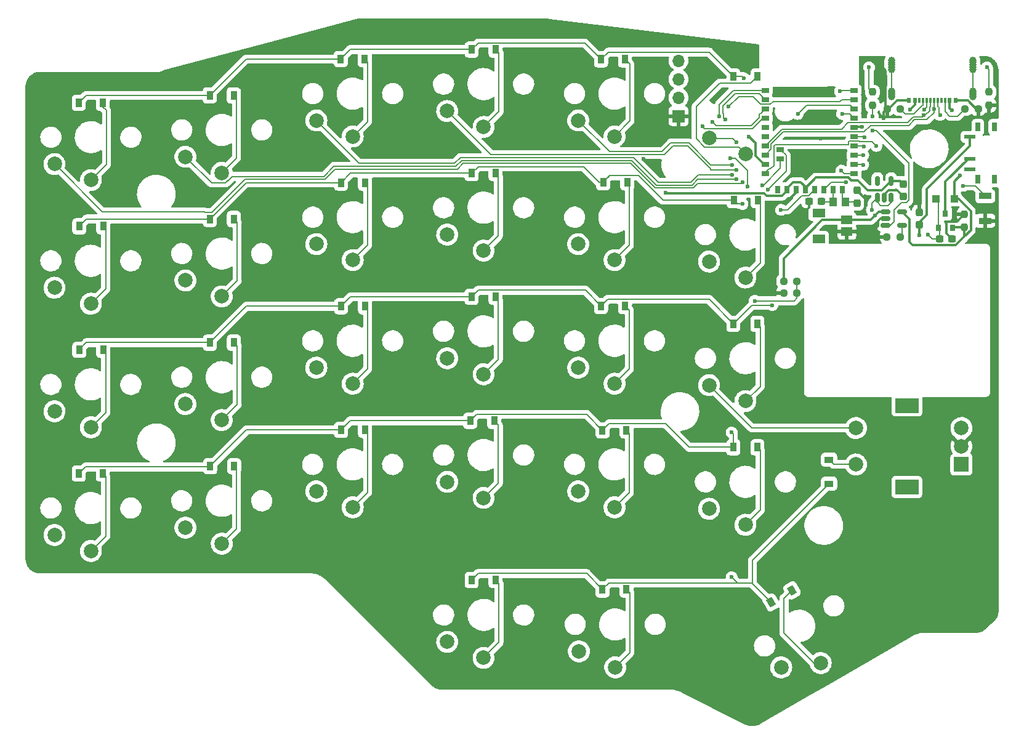
<source format=gbl>
G04 #@! TF.GenerationSoftware,KiCad,Pcbnew,(5.99.0-8557-g8988e46ab1)*
G04 #@! TF.CreationDate,2021-01-24T23:58:02-07:00*
G04 #@! TF.ProjectId,BlueSof,426c7565-536f-4662-9e6b-696361645f70,rev?*
G04 #@! TF.SameCoordinates,PX85099e0PY51bada0*
G04 #@! TF.FileFunction,Copper,L2,Bot*
G04 #@! TF.FilePolarity,Positive*
%FSLAX46Y46*%
G04 Gerber Fmt 4.6, Leading zero omitted, Abs format (unit mm)*
G04 Created by KiCad (PCBNEW (5.99.0-8557-g8988e46ab1)) date 2021-01-24 23:58:02*
%MOMM*%
%LPD*%
G01*
G04 APERTURE LIST*
G04 Aperture macros list*
%AMRoundRect*
0 Rectangle with rounded corners*
0 $1 Rounding radius*
0 $2 $3 $4 $5 $6 $7 $8 $9 X,Y pos of 4 corners*
0 Add a 4 corners polygon primitive as box body*
4,1,4,$2,$3,$4,$5,$6,$7,$8,$9,$2,$3,0*
0 Add four circle primitives for the rounded corners*
1,1,$1+$1,$2,$3*
1,1,$1+$1,$4,$5*
1,1,$1+$1,$6,$7*
1,1,$1+$1,$8,$9*
0 Add four rect primitives between the rounded corners*
20,1,$1+$1,$2,$3,$4,$5,0*
20,1,$1+$1,$4,$5,$6,$7,0*
20,1,$1+$1,$6,$7,$8,$9,0*
20,1,$1+$1,$8,$9,$2,$3,0*%
%AMRotRect*
0 Rectangle, with rotation*
0 The origin of the aperture is its center*
0 $1 length*
0 $2 width*
0 $3 Rotation angle, in degrees counterclockwise*
0 Add horizontal line*
21,1,$1,$2,0,0,$3*%
G04 Aperture macros list end*
G04 #@! TA.AperFunction,ComponentPad*
%ADD10C,2.000000*%
G04 #@! TD*
G04 #@! TA.AperFunction,ComponentPad*
%ADD11R,1.700000X1.700000*%
G04 #@! TD*
G04 #@! TA.AperFunction,ComponentPad*
%ADD12O,1.700000X1.700000*%
G04 #@! TD*
G04 #@! TA.AperFunction,ComponentPad*
%ADD13R,2.000000X2.000000*%
G04 #@! TD*
G04 #@! TA.AperFunction,ComponentPad*
%ADD14R,3.200000X2.000000*%
G04 #@! TD*
G04 #@! TA.AperFunction,SMDPad,CuDef*
%ADD15R,0.900000X1.200000*%
G04 #@! TD*
G04 #@! TA.AperFunction,SMDPad,CuDef*
%ADD16RotRect,0.900000X1.200000X30.000000*%
G04 #@! TD*
G04 #@! TA.AperFunction,SMDPad,CuDef*
%ADD17R,1.200000X0.900000*%
G04 #@! TD*
G04 #@! TA.AperFunction,SMDPad,CuDef*
%ADD18RoundRect,0.237500X-0.237500X0.300000X-0.237500X-0.300000X0.237500X-0.300000X0.237500X0.300000X0*%
G04 #@! TD*
G04 #@! TA.AperFunction,SMDPad,CuDef*
%ADD19RoundRect,0.237500X0.237500X-0.300000X0.237500X0.300000X-0.237500X0.300000X-0.237500X-0.300000X0*%
G04 #@! TD*
G04 #@! TA.AperFunction,SMDPad,CuDef*
%ADD20RoundRect,0.237500X-0.300000X-0.237500X0.300000X-0.237500X0.300000X0.237500X-0.300000X0.237500X0*%
G04 #@! TD*
G04 #@! TA.AperFunction,SMDPad,CuDef*
%ADD21R,0.540000X0.800000*%
G04 #@! TD*
G04 #@! TA.AperFunction,SMDPad,CuDef*
%ADD22R,0.300000X0.800000*%
G04 #@! TD*
G04 #@! TA.AperFunction,ComponentPad*
%ADD23C,1.000000*%
G04 #@! TD*
G04 #@! TA.AperFunction,SMDPad,CuDef*
%ADD24R,0.800000X0.900000*%
G04 #@! TD*
G04 #@! TA.AperFunction,SMDPad,CuDef*
%ADD25RoundRect,0.237500X0.250000X0.237500X-0.250000X0.237500X-0.250000X-0.237500X0.250000X-0.237500X0*%
G04 #@! TD*
G04 #@! TA.AperFunction,SMDPad,CuDef*
%ADD26RoundRect,0.237500X-0.250000X-0.237500X0.250000X-0.237500X0.250000X0.237500X-0.250000X0.237500X0*%
G04 #@! TD*
G04 #@! TA.AperFunction,SMDPad,CuDef*
%ADD27RoundRect,0.237500X0.237500X-0.250000X0.237500X0.250000X-0.237500X0.250000X-0.237500X-0.250000X0*%
G04 #@! TD*
G04 #@! TA.AperFunction,SMDPad,CuDef*
%ADD28R,1.700000X0.900000*%
G04 #@! TD*
G04 #@! TA.AperFunction,SMDPad,CuDef*
%ADD29RoundRect,0.150000X-0.512500X-0.150000X0.512500X-0.150000X0.512500X0.150000X-0.512500X0.150000X0*%
G04 #@! TD*
G04 #@! TA.AperFunction,SMDPad,CuDef*
%ADD30RoundRect,0.150000X0.150000X-0.512500X0.150000X0.512500X-0.150000X0.512500X-0.150000X-0.512500X0*%
G04 #@! TD*
G04 #@! TA.AperFunction,SMDPad,CuDef*
%ADD31R,1.050000X1.200000*%
G04 #@! TD*
G04 #@! TA.AperFunction,SMDPad,CuDef*
%ADD32RoundRect,0.237500X-0.237500X0.250000X-0.237500X-0.250000X0.237500X-0.250000X0.237500X0.250000X0*%
G04 #@! TD*
G04 #@! TA.AperFunction,SMDPad,CuDef*
%ADD33R,1.000000X0.650000*%
G04 #@! TD*
G04 #@! TA.AperFunction,SMDPad,CuDef*
%ADD34R,0.650000X1.000000*%
G04 #@! TD*
G04 #@! TA.AperFunction,ComponentPad*
%ADD35R,1.000000X0.650000*%
G04 #@! TD*
G04 #@! TA.AperFunction,SMDPad,CuDef*
%ADD36R,1.000000X1.000000*%
G04 #@! TD*
G04 #@! TA.AperFunction,ComponentPad*
%ADD37R,1.550000X1.200000*%
G04 #@! TD*
G04 #@! TA.AperFunction,SMDPad,CuDef*
%ADD38R,1.800000X1.200000*%
G04 #@! TD*
G04 #@! TA.AperFunction,SMDPad,CuDef*
%ADD39R,1.524000X0.600000*%
G04 #@! TD*
G04 #@! TA.AperFunction,SMDPad,CuDef*
%ADD40R,0.700000X1.200000*%
G04 #@! TD*
G04 #@! TA.AperFunction,ViaPad*
%ADD41C,0.600000*%
G04 #@! TD*
G04 #@! TA.AperFunction,Conductor*
%ADD42C,0.200000*%
G04 #@! TD*
G04 #@! TA.AperFunction,Conductor*
%ADD43C,0.300000*%
G04 #@! TD*
G04 APERTURE END LIST*
D10*
X40373000Y27900000D03*
X45373000Y25700000D03*
X22373000Y30300000D03*
X27373000Y28100000D03*
X-13627000Y30300000D03*
X-8627000Y28100000D03*
X-31627000Y25300000D03*
X-26627000Y23100000D03*
X-49627000Y24300000D03*
X-44627000Y22100000D03*
X40373000Y10900000D03*
X45373000Y8700000D03*
X22373000Y13300000D03*
X27373000Y11100000D03*
X4373000Y14600000D03*
X9373000Y12400000D03*
X-13627000Y13300000D03*
X-8627000Y11100000D03*
X-49627000Y7300000D03*
X-44627000Y5100000D03*
X22373000Y-3700000D03*
X27373000Y-5900000D03*
X4373000Y-2400000D03*
X9373000Y-4600000D03*
X-13627000Y-3700000D03*
X-8627000Y-5900000D03*
X-31627000Y-8700000D03*
X-26627000Y-10900000D03*
X40373000Y-23100000D03*
X45373000Y-25300000D03*
X4373000Y-19400000D03*
X9373000Y-21600000D03*
X-13627000Y-20700000D03*
X-8627000Y-22900000D03*
X-31627000Y-25700000D03*
X-26627000Y-27900000D03*
X-49627000Y-26700000D03*
X-44627000Y-28900000D03*
X40373000Y-6100000D03*
X45373000Y-8300000D03*
X-31627000Y8300000D03*
X-26627000Y6100000D03*
X-49627000Y-9700000D03*
X-44627000Y-11900000D03*
X4373000Y-41400000D03*
X9373000Y-43600000D03*
X4373000Y31600000D03*
X9373000Y29400000D03*
X22373000Y-20700000D03*
X27373000Y-22900000D03*
D11*
X36173000Y30900000D03*
D12*
X36173000Y33440000D03*
X36173000Y35980000D03*
X36173000Y38520000D03*
D10*
X50292873Y-44904294D03*
X55723000Y-44309550D03*
D13*
X75073000Y-17000000D03*
D10*
X75073000Y-12000000D03*
X75073000Y-14500000D03*
D14*
X67573000Y-20100000D03*
X67573000Y-8900000D03*
D10*
X60573000Y-12000000D03*
X60573000Y-17000000D03*
X22473000Y-42700000D03*
X27473000Y-44900000D03*
D15*
X25523000Y38700000D03*
X28823000Y38700000D03*
X7723000Y40050000D03*
X11023000Y40050000D03*
X-10277000Y38750000D03*
X-6977000Y38750000D03*
X-28277000Y33750000D03*
X-24977000Y33750000D03*
X-46277000Y32750000D03*
X-42977000Y32750000D03*
X43773000Y19350000D03*
X47073000Y19350000D03*
X25823000Y21800000D03*
X29123000Y21800000D03*
X7723000Y23050000D03*
X11023000Y23050000D03*
X-10227000Y21750000D03*
X-6927000Y21750000D03*
X-28277000Y16750000D03*
X-24977000Y16750000D03*
X-46227000Y15750000D03*
X-42927000Y15750000D03*
X25523000Y4800000D03*
X28823000Y4800000D03*
X7723000Y6050000D03*
X11023000Y6050000D03*
X-10227000Y4750000D03*
X-6927000Y4750000D03*
X-28277000Y-250000D03*
X-24977000Y-250000D03*
X-46227000Y-1250000D03*
X-42927000Y-1250000D03*
X43723000Y-14650000D03*
X47023000Y-14650000D03*
X25723000Y-12300000D03*
X29023000Y-12300000D03*
X7523000Y-11000000D03*
X10823000Y-11000000D03*
X-10227000Y-12250000D03*
X-6927000Y-12250000D03*
X-28227000Y-17250000D03*
X-24927000Y-17250000D03*
X-46277000Y-18250000D03*
X-42977000Y-18250000D03*
X43723000Y2350000D03*
X47023000Y2350000D03*
X25723000Y-34200000D03*
X29023000Y-34200000D03*
D16*
X48916301Y-35975000D03*
X51774185Y-34325000D03*
D17*
X56873000Y-19649999D03*
X56873000Y-16349999D03*
D15*
X43723000Y36350000D03*
X47023000Y36350000D03*
X7723000Y-32900000D03*
X11023000Y-32900000D03*
D18*
X67073000Y21562500D03*
X67073000Y19837500D03*
X60710500Y20662500D03*
X60710500Y18937500D03*
D19*
X69273000Y15937500D03*
X69273000Y17662500D03*
D20*
X72048000Y14000000D03*
X73773000Y14000000D03*
D21*
X74273000Y33025000D03*
X67873000Y33025000D03*
X68673000Y33025000D03*
X73473000Y33025000D03*
D22*
X69823000Y33025000D03*
X70823000Y33025000D03*
X71323000Y33025000D03*
X72323000Y33025000D03*
X72823000Y33025000D03*
X71823000Y33025000D03*
X70323000Y33025000D03*
X69315000Y33025000D03*
D23*
X65497700Y37319900D03*
X76648300Y37332600D03*
X65497400Y34306000D03*
X76648300Y33789300D03*
X76648000Y33544000D03*
X65498000Y38539100D03*
X76648300Y37967600D03*
X65497400Y34043300D03*
X76648000Y34306000D03*
X65497700Y38259700D03*
X65497700Y33789300D03*
X76648600Y38551800D03*
X65497400Y33544000D03*
X76648300Y38272400D03*
X76648000Y34043300D03*
X76648300Y37624700D03*
X65497700Y37954900D03*
X65497700Y37612000D03*
D24*
X73823000Y15500000D03*
X71923000Y15500000D03*
X72873000Y17500000D03*
D25*
X66660500Y14300000D03*
X64835500Y14300000D03*
D26*
X50635500Y8200000D03*
X52460500Y8200000D03*
D25*
X52460500Y6600000D03*
X50635500Y6600000D03*
X66673000Y31900000D03*
X64848000Y31900000D03*
D26*
X75560500Y31900000D03*
X77385500Y31900000D03*
D27*
X75448000Y15587500D03*
X75448000Y17412500D03*
D28*
X78348000Y19900000D03*
X78348000Y16500000D03*
D29*
X64610500Y15850000D03*
X64610500Y16800000D03*
X64610500Y17750000D03*
X66885500Y17750000D03*
X66885500Y15850000D03*
D30*
X65423000Y19700000D03*
X64473000Y19700000D03*
X63523000Y19700000D03*
X63523000Y21975000D03*
X65423000Y21975000D03*
D31*
X57448000Y19100000D03*
X59098000Y19100000D03*
D20*
X54110500Y19200000D03*
X55835500Y19200000D03*
D32*
X78873000Y34212500D03*
X78873000Y32387500D03*
D33*
X60331045Y34430000D03*
X60331045Y33160000D03*
X60331045Y31890000D03*
X60331045Y30620000D03*
X60331045Y29350000D03*
X60331045Y28080000D03*
X60331045Y26810000D03*
X60331045Y25540000D03*
X60331045Y24270000D03*
X60331045Y23000000D03*
D34*
X58682045Y20781000D03*
X57412045Y20781000D03*
X56142045Y20781000D03*
X54872045Y20781000D03*
X53602045Y20781000D03*
X52332045Y20781000D03*
X51062045Y20781000D03*
X49792045Y20781000D03*
D33*
X48093045Y23000000D03*
X48093045Y24270000D03*
D35*
X50171045Y25032000D03*
D33*
X48093045Y25540000D03*
D35*
X50171045Y26302000D03*
D33*
X48093045Y26810000D03*
X48093045Y28080000D03*
X48093045Y29350000D03*
X48093045Y30620000D03*
X48093045Y31890000D03*
X48093045Y33160000D03*
X48093045Y34430000D03*
D36*
X71598000Y19500000D03*
X74098000Y19500000D03*
D32*
X62848000Y34212500D03*
X62848000Y32387500D03*
D37*
X59323000Y15000000D03*
X59323000Y16600000D03*
D38*
X55448000Y14000000D03*
X55448000Y17600000D03*
D39*
X76248000Y28050000D03*
X76248000Y25050000D03*
X76248000Y23550000D03*
D40*
X79648000Y29400000D03*
X79648000Y22200000D03*
X77348000Y22200000D03*
X77348000Y29400000D03*
D41*
X43473000Y-32500000D03*
X41773000Y30900000D03*
X58373000Y34300000D03*
X45173000Y36100000D03*
X43073000Y32200000D03*
X44973000Y18800000D03*
X49073000Y4900000D03*
X50273000Y18000000D03*
X43473000Y-12600000D03*
X42573000Y30400000D03*
X61373000Y29400000D03*
X53373000Y-19000000D03*
X51373000Y0D03*
X35373000Y-17000000D03*
X60373000Y-36000000D03*
X35373000Y0D03*
X64373000Y30600000D03*
X31373000Y25000000D03*
X55773000Y30200000D03*
X69173000Y19600000D03*
X-627000Y0D03*
X17373000Y18000000D03*
X41773000Y33800000D03*
X-18627000Y12000000D03*
X62173000Y19800000D03*
X17373000Y35000000D03*
X61973000Y14200000D03*
X-627000Y17000000D03*
X35373000Y17000000D03*
X-36627000Y-6000000D03*
X67373000Y27600000D03*
X-18627000Y29000000D03*
X64173000Y37600000D03*
X69173000Y21600000D03*
X77773000Y14400000D03*
X67073000Y19837500D03*
X-36927000Y27800000D03*
X17373000Y-36000000D03*
X53173000Y17400000D03*
X73373000Y-26000000D03*
X-36627000Y11000000D03*
X68373000Y-32000000D03*
X-627000Y34000000D03*
X17373000Y-16000000D03*
X74200000Y18000000D03*
X-36627000Y-23000000D03*
X55773000Y33800000D03*
X35373000Y-39000000D03*
X55773000Y27800000D03*
X17373000Y1000000D03*
X63973000Y24200000D03*
X51373000Y19400000D03*
X30373000Y34000000D03*
X-627000Y-17000000D03*
X-18627000Y-22000000D03*
X-18627000Y-5000000D03*
X75773000Y30000000D03*
X69373000Y-15000000D03*
X55773000Y25200000D03*
X44973000Y21800000D03*
X58573000Y23400000D03*
X61573000Y24200000D03*
X44173000Y22200000D03*
X43573000Y22800000D03*
X61573000Y25500000D03*
X44173000Y23500000D03*
X61673000Y26700000D03*
X61773000Y28000000D03*
X43573000Y24200000D03*
X44173000Y27300000D03*
X58673000Y31200000D03*
X34373000Y20400000D03*
X63173000Y17200000D03*
X69273000Y14500000D03*
X70473000Y14600000D03*
X62773000Y18000000D03*
X74873000Y22700000D03*
X73773000Y31700000D03*
X67973000Y31800000D03*
X45873000Y28100000D03*
X62373000Y37600000D03*
X78573000Y37600000D03*
X40873000Y30100000D03*
X62873000Y30900000D03*
X62873000Y28900000D03*
X52573000Y31200000D03*
X43273000Y25100000D03*
X46648972Y5500011D03*
X45673000Y21200000D03*
X47673000Y21400000D03*
X48423000Y20750000D03*
X63373000Y26800000D03*
X75273000Y21300000D03*
X39473000Y29500000D03*
X59173000Y21800000D03*
X72123000Y31050000D03*
X69873000Y31000000D03*
X69973000Y31800000D03*
X71323000Y31850000D03*
D42*
X46357150Y-30165849D02*
X46357150Y-33415850D01*
X8623011Y-31999989D02*
X23522989Y-31999989D01*
X41773000Y32500000D02*
X43703000Y34430000D01*
X26623011Y-33299989D02*
X25723000Y-34200000D01*
X46357150Y-33415850D02*
X46241290Y-33299989D01*
X43703000Y34430000D02*
X48093045Y34430000D01*
X56873000Y-19649999D02*
X46357150Y-30165849D01*
X43473000Y-32500000D02*
X44272989Y-33299989D01*
X48916301Y-35975000D02*
X46357150Y-33415850D01*
X44272989Y-33299989D02*
X44472989Y-33299989D01*
X46241290Y-33299989D02*
X44472989Y-33299989D01*
X7723000Y-32900000D02*
X8623011Y-31999989D01*
X44472989Y-33299989D02*
X26623011Y-33299989D01*
X41773000Y30900000D02*
X41773000Y32500000D01*
X23522989Y-31999989D02*
X25723000Y-34200000D01*
X23272989Y40950011D02*
X25523000Y38700000D01*
X-45277000Y33750000D02*
X-28277000Y33750000D01*
X8623011Y40950011D02*
X23272989Y40950011D01*
X-8977000Y40050000D02*
X7723000Y40050000D01*
X26523000Y39700000D02*
X40373000Y39700000D01*
X25523000Y38700000D02*
X26523000Y39700000D01*
X58503000Y34430000D02*
X58373000Y34300000D01*
X40373000Y39700000D02*
X43723000Y36350000D01*
X44923000Y36350000D02*
X43723000Y36350000D01*
X60331045Y34430000D02*
X58503000Y34430000D01*
X-46277000Y32750000D02*
X-45277000Y33750000D01*
X-23277000Y38750000D02*
X-10277000Y38750000D01*
X-28277000Y33750000D02*
X-23277000Y38750000D01*
X-10277000Y38750000D02*
X-8977000Y40050000D01*
X7723000Y40050000D02*
X8623011Y40950011D01*
X45173000Y36100000D02*
X44923000Y36350000D01*
X29400000Y21523000D02*
X29123000Y21800000D01*
X27373000Y11100000D02*
X29400000Y13127000D01*
X29400000Y13127000D02*
X29400000Y21523000D01*
X44973000Y18800000D02*
X44323000Y18800000D01*
X44473000Y33600000D02*
X43073000Y32200000D01*
X-8927000Y23050000D02*
X7723000Y23050000D01*
X34023000Y19350000D02*
X30673000Y22700000D01*
X23122989Y23950011D02*
X25273000Y21800000D01*
X49198065Y32900000D02*
X48833054Y32534989D01*
X60331045Y33160000D02*
X58633000Y33160000D01*
X-46227000Y15750000D02*
X-45227000Y16750000D01*
X43773000Y19350000D02*
X34023000Y19350000D01*
X58633000Y33160000D02*
X58373000Y32900000D01*
X8623011Y23950011D02*
X23122989Y23950011D01*
X46400000Y33600000D02*
X44473000Y33600000D01*
X26723000Y22700000D02*
X25823000Y21800000D01*
X-28277000Y16750000D02*
X-23277000Y21750000D01*
X-45227000Y16750000D02*
X-28277000Y16750000D01*
X58373000Y32900000D02*
X49198065Y32900000D01*
X47465011Y32534989D02*
X46400000Y33600000D01*
X25273000Y21800000D02*
X25823000Y21800000D01*
X30673000Y22700000D02*
X26723000Y22700000D01*
X44323000Y18800000D02*
X43773000Y19350000D01*
X26723000Y22700000D02*
X26523000Y22500000D01*
X7723000Y23050000D02*
X8623011Y23950011D01*
X48833054Y32534989D02*
X47465011Y32534989D01*
X-23277000Y21750000D02*
X-10227000Y21750000D01*
X-10227000Y21750000D02*
X-8927000Y23050000D01*
X-8627000Y-5900000D02*
X-6600000Y-3873000D01*
X-6600000Y-3873000D02*
X-6600000Y4423000D01*
X-6600000Y4423000D02*
X-6927000Y4750000D01*
X53148020Y19975020D02*
X51173000Y18000000D01*
X46273000Y4900000D02*
X43723000Y2350000D01*
X43723000Y2350000D02*
X40372989Y5700011D01*
X-45227000Y-250000D02*
X-46227000Y-1250000D01*
X26423011Y5700011D02*
X25523000Y4800000D01*
X8623011Y6950011D02*
X7723000Y6050000D01*
X54066065Y19975020D02*
X53148020Y19975020D01*
X-23277000Y4750000D02*
X-28277000Y-250000D01*
X-28277000Y-250000D02*
X-45227000Y-250000D01*
X51173000Y18000000D02*
X50273000Y18000000D01*
X49073000Y4900000D02*
X46273000Y4900000D01*
X7723000Y6050000D02*
X-8927000Y6050000D01*
X-8927000Y6050000D02*
X-10227000Y4750000D01*
X-10227000Y4750000D02*
X-23277000Y4750000D01*
X54872045Y20781000D02*
X54066065Y19975020D01*
X25523000Y4800000D02*
X23372989Y6950011D01*
X23372989Y6950011D02*
X8623011Y6950011D01*
X40372989Y5700011D02*
X26423011Y5700011D01*
X-42500000Y31673000D02*
X-42977000Y32150000D01*
X-42977000Y32150000D02*
X-42977000Y32750000D01*
X-44627000Y22100000D02*
X-42500000Y24227000D01*
X-42500000Y24227000D02*
X-42500000Y31673000D01*
X42273000Y32300000D02*
X43973000Y34000000D01*
X-46277000Y-18250000D02*
X-45376989Y-17349989D01*
X37650000Y-14650000D02*
X43723000Y-14650000D01*
X-28227000Y-17250000D02*
X-23227000Y-12250000D01*
X-45376989Y-17349989D02*
X-28326989Y-17349989D01*
X47253045Y34000000D02*
X48093045Y33160000D01*
X-28326989Y-17349989D02*
X-28227000Y-17250000D01*
X7523000Y-11000000D02*
X8423011Y-10099989D01*
X-23227000Y-12250000D02*
X-10227000Y-12250000D01*
X43723000Y-12850000D02*
X43723000Y-14650000D01*
X43473000Y-12600000D02*
X43723000Y-12850000D01*
X23522989Y-10099989D02*
X25723000Y-12300000D01*
X42373011Y30611994D02*
X42373011Y31188006D01*
X42373011Y31188006D02*
X42273000Y31288017D01*
X34399989Y-11399989D02*
X37650000Y-14650000D01*
X25723000Y-12300000D02*
X26623011Y-11399989D01*
X42367008Y30605991D02*
X42373011Y30611994D01*
X42273000Y31288017D02*
X42273000Y32300000D01*
X43973000Y34000000D02*
X47253045Y34000000D01*
X8423011Y-10099989D02*
X23522989Y-10099989D01*
X-10227000Y-12250000D02*
X-8977000Y-11000000D01*
X26623011Y-11399989D02*
X34399989Y-11399989D01*
X-8977000Y-11000000D02*
X7523000Y-11000000D01*
X42573000Y30400000D02*
X42367008Y30605991D01*
X47400000Y19023000D02*
X47400000Y10727000D01*
X47073000Y19350000D02*
X47400000Y19023000D01*
X47400000Y10727000D02*
X45373000Y8700000D01*
X-24500000Y-8773000D02*
X-24500000Y-727000D01*
X-26627000Y-10900000D02*
X-24500000Y-8773000D01*
X-24500000Y-727000D02*
X-24977000Y-250000D01*
X11400000Y22673000D02*
X11023000Y23050000D01*
X9373000Y12400000D02*
X11400000Y14427000D01*
X11400000Y14427000D02*
X11400000Y22673000D01*
X-6600000Y13127000D02*
X-6600000Y21423000D01*
X-6600000Y21423000D02*
X-6927000Y21750000D01*
X-8627000Y11100000D02*
X-6600000Y13127000D01*
X-26627000Y6100000D02*
X-24500000Y8227000D01*
X-24500000Y8227000D02*
X-24500000Y16273000D01*
X-24500000Y16273000D02*
X-24977000Y16750000D01*
X-42600000Y15423000D02*
X-42600000Y7127000D01*
X-42927000Y15750000D02*
X-42600000Y15423000D01*
X-42600000Y7127000D02*
X-44627000Y5100000D01*
X47023000Y2350000D02*
X47400000Y1973000D01*
X47400000Y-6273000D02*
X45373000Y-8300000D01*
X47400000Y1973000D02*
X47400000Y-6273000D01*
X29400000Y-3873000D02*
X29400000Y4223000D01*
X29400000Y4223000D02*
X28823000Y4800000D01*
X27373000Y-5900000D02*
X29400000Y-3873000D01*
X9373000Y-4600000D02*
X11400000Y-2573000D01*
X11400000Y5673000D02*
X11023000Y6050000D01*
X11400000Y-2573000D02*
X11400000Y5673000D01*
X47400000Y-23273000D02*
X47400000Y-15027000D01*
X45373000Y-25300000D02*
X47400000Y-23273000D01*
X47400000Y-15027000D02*
X47023000Y-14650000D01*
X29400000Y-12677000D02*
X29023000Y-12300000D01*
X27373000Y-22900000D02*
X29400000Y-20873000D01*
X29400000Y-20873000D02*
X29400000Y-12677000D01*
X-44627000Y-11900000D02*
X-42600000Y-9873000D01*
X-42600000Y-1577000D02*
X-42927000Y-1250000D01*
X-42600000Y-9873000D02*
X-42600000Y-1577000D01*
X9373000Y-21600000D02*
X11400000Y-19573000D01*
X11400000Y-11577000D02*
X10823000Y-11000000D01*
X11400000Y-19573000D02*
X11400000Y-11577000D01*
X-42600000Y-18627000D02*
X-42977000Y-18250000D01*
X-44627000Y-28900000D02*
X-42600000Y-26873000D01*
X-42600000Y-26873000D02*
X-42600000Y-18627000D01*
X11500000Y-33377000D02*
X11023000Y-32900000D01*
X11500000Y-41473000D02*
X11500000Y-33377000D01*
X9373000Y-43600000D02*
X11500000Y-41473000D01*
D43*
X67873000Y33025000D02*
X66198000Y33025000D01*
X63597980Y15824980D02*
X61973000Y14200000D01*
X63948000Y16800000D02*
X63597980Y16449980D01*
X61373000Y29400000D02*
X60381045Y29400000D01*
X69173000Y17762500D02*
X69273000Y17662500D01*
X65073000Y31900000D02*
X64848000Y31900000D01*
X75448000Y17412500D02*
X74435500Y16400000D01*
X74273000Y33025000D02*
X75948000Y33025000D01*
X62173000Y19800000D02*
X62135520Y19837480D01*
X64473000Y20119636D02*
X64473000Y19700000D01*
X54110500Y19200000D02*
X54110500Y18337500D01*
X60381045Y29400000D02*
X60331045Y29350000D01*
X52332045Y20359045D02*
X51373000Y19400000D01*
X72973000Y16400000D02*
X72973000Y14800000D01*
X62135520Y19837480D02*
X61535520Y19837480D01*
X69173000Y19600000D02*
X69173000Y17762500D01*
X66198000Y33025000D02*
X65073000Y31900000D01*
X64610500Y16800000D02*
X63948000Y16800000D01*
X72973000Y14800000D02*
X73773000Y14000000D01*
X64373000Y31425000D02*
X64848000Y31900000D01*
X54110500Y18337500D02*
X53173000Y17400000D01*
X69173000Y21600000D02*
X69173000Y19600000D01*
X75948000Y33025000D02*
X77073000Y31900000D01*
X66197980Y20712520D02*
X65065884Y20712520D01*
X77073000Y31900000D02*
X77385500Y31900000D01*
X64647389Y37125611D02*
X64173000Y37600000D01*
X61535520Y19837480D02*
X60710500Y20662500D01*
X74435500Y16400000D02*
X72973000Y16400000D01*
X67073000Y19837500D02*
X66197980Y20712520D01*
X63597980Y16449980D02*
X63597980Y15824980D01*
X65065884Y20712520D02*
X64473000Y20119636D01*
X64647389Y32100611D02*
X64647389Y37125611D01*
X64373000Y30600000D02*
X64373000Y31425000D01*
X52332045Y20781000D02*
X52332045Y20359045D01*
X64848000Y31900000D02*
X64647389Y32100611D01*
D42*
X-11027000Y23600000D02*
X-12427000Y22200000D01*
X38204426Y21000000D02*
X32973000Y21000000D01*
X38804415Y21599989D02*
X38204426Y21000000D01*
X32973000Y21000000D02*
X29573000Y24400000D01*
X5773000Y23600000D02*
X-11027000Y23600000D01*
X-28967009Y17650011D02*
X-29016998Y17700000D01*
X58973000Y23000000D02*
X58573000Y23400000D01*
X44772989Y21599989D02*
X38804415Y21599989D01*
X6573000Y24400000D02*
X5773000Y23600000D01*
X-23427000Y22200000D02*
X-27976989Y17650011D01*
X-12427000Y22200000D02*
X-23427000Y22200000D01*
X-43027000Y17700000D02*
X-49627000Y24300000D01*
X-29016998Y17700000D02*
X-43027000Y17700000D01*
X29573000Y24400000D02*
X6573000Y24400000D01*
X60331045Y23000000D02*
X58973000Y23000000D01*
X-27976989Y17650011D02*
X-28967009Y17650011D01*
X44973000Y21800000D02*
X44772989Y21599989D01*
X-25202982Y22600000D02*
X-25814991Y21987991D01*
X44173000Y22200000D02*
X38838714Y22200000D01*
X33173000Y21400000D02*
X29773000Y24800000D01*
X29773000Y24800000D02*
X6373000Y24800000D01*
X38038714Y21400000D02*
X33173000Y21400000D01*
X61573000Y24200000D02*
X61503000Y24270000D01*
X-12627000Y22600000D02*
X-25202982Y22600000D01*
X-11227000Y24000000D02*
X-12627000Y22600000D01*
X-25202982Y22600000D02*
X-26102983Y21700000D01*
X61503000Y24270000D02*
X60331045Y24270000D01*
X5573000Y24000000D02*
X-11227000Y24000000D01*
X-26102983Y21700000D02*
X-28027000Y21700000D01*
X38838714Y22200000D02*
X38038714Y21400000D01*
X6373000Y24800000D02*
X5573000Y24000000D01*
X-28027000Y21700000D02*
X-31627000Y25300000D01*
X61573000Y25500000D02*
X61533000Y25540000D01*
X33373000Y21800000D02*
X29973000Y25200000D01*
X38873000Y22800000D02*
X37873000Y21800000D01*
X29973000Y25200000D02*
X6173000Y25200000D01*
X43573000Y22800000D02*
X38873000Y22800000D01*
X-7727000Y24400000D02*
X-13627000Y30300000D01*
X5373000Y24400000D02*
X-7727000Y24400000D01*
X6173000Y25200000D02*
X5373000Y24400000D01*
X61533000Y25540000D02*
X60331045Y25540000D01*
X37873000Y21800000D02*
X33373000Y21800000D01*
X40578032Y23621968D02*
X40400020Y23799980D01*
X61673000Y26700000D02*
X61563000Y26810000D01*
X34034306Y25599980D02*
X34199980Y25599980D01*
X4373000Y31600000D02*
X10372980Y25600020D01*
X37417163Y26799980D02*
X35399980Y26799980D01*
X32104408Y25600020D02*
X25672980Y25600020D01*
X40578032Y23500000D02*
X40578032Y23621968D01*
X61563000Y26810000D02*
X60331045Y26810000D01*
X32104428Y25600000D02*
X32104408Y25600020D01*
X25672980Y25600020D02*
X25783351Y25600020D01*
X40578032Y23500000D02*
X44173000Y23500000D01*
X34199980Y25599980D02*
X35399980Y26799980D01*
X34034286Y25600000D02*
X32104428Y25600000D01*
X40400020Y23817123D02*
X37417163Y26799980D01*
X10372980Y25600020D02*
X25672980Y25600020D01*
X40400020Y23799980D02*
X40400020Y23817123D01*
X40578032Y23500000D02*
X40673000Y23500000D01*
X34034306Y25599980D02*
X34034286Y25600000D01*
X37600000Y27200000D02*
X35099960Y27200000D01*
X33900000Y26000040D02*
X33900040Y26000000D01*
X40600000Y24200000D02*
X37600000Y27200000D01*
X22373000Y30300000D02*
X26672960Y26000040D01*
X61693000Y28080000D02*
X60331045Y28080000D01*
X43573000Y24200000D02*
X40600000Y24200000D01*
X61773000Y28000000D02*
X61693000Y28080000D01*
X35099960Y27200000D02*
X33900000Y26000040D01*
X26672960Y26000040D02*
X33900000Y26000040D01*
X40473000Y27800000D02*
X40373000Y27900000D01*
X44173000Y27300000D02*
X43673000Y27800000D01*
X60573000Y-12000000D02*
X46273000Y-12000000D01*
X59751045Y31200000D02*
X60331045Y30620000D01*
X58673000Y31200000D02*
X59751045Y31200000D01*
X46273000Y-12000000D02*
X40373000Y-6100000D01*
X43673000Y27800000D02*
X40473000Y27800000D01*
D43*
X52973000Y21800000D02*
X53602045Y21170955D01*
X60838440Y22065440D02*
X62203880Y20700000D01*
X65423000Y21975000D02*
X66660500Y21975000D01*
X51062045Y20966020D02*
X51896025Y21800000D01*
X53602045Y20781000D02*
X53602045Y20966020D01*
X51896025Y21800000D02*
X52973000Y21800000D01*
X63165884Y20712520D02*
X63880116Y20712520D01*
X53602045Y21170955D02*
X53602045Y20781000D01*
X59907560Y22065440D02*
X60838440Y22065440D01*
X51062045Y20595980D02*
X51062045Y20781000D01*
X50397054Y19930989D02*
X51062045Y20595980D01*
X51062045Y20781000D02*
X51062045Y20966020D01*
X47910983Y20300000D02*
X48279994Y19930989D01*
X34373000Y20400000D02*
X34473000Y20300000D01*
X62203880Y20700000D02*
X63153364Y20700000D01*
X34473000Y20300000D02*
X47910983Y20300000D01*
X55086036Y22450011D02*
X59522989Y22450011D01*
X63892636Y20700000D02*
X64148000Y20700000D01*
X63880116Y20712520D02*
X63892636Y20700000D01*
X53602045Y20966020D02*
X55086036Y22450011D01*
X66660500Y21975000D02*
X67073000Y21562500D01*
X59522989Y22450011D02*
X59907560Y22065440D01*
X48279994Y19930989D02*
X50397054Y19930989D01*
X63153364Y20700000D02*
X63165884Y20712520D01*
X64148000Y20700000D02*
X65423000Y21975000D01*
X64610500Y17750000D02*
X63723000Y17750000D01*
X70323000Y19050000D02*
X70323000Y20850000D01*
X63723000Y17750000D02*
X63173000Y17200000D01*
X62573000Y16600000D02*
X59323000Y16600000D01*
X70323000Y17344120D02*
X70323000Y19050000D01*
X50635500Y11317520D02*
X50635500Y8200000D01*
X76248000Y28050000D02*
X76248000Y26775000D01*
X76248000Y26775000D02*
X70323000Y20850000D01*
X55917980Y16600000D02*
X50635500Y11317520D01*
X63173000Y17200000D02*
X63173000Y17300000D01*
X59323000Y16600000D02*
X55917980Y16600000D01*
X69273000Y16294120D02*
X70323000Y17344120D01*
X63173000Y17200000D02*
X62573000Y16600000D01*
X69273000Y15937500D02*
X69273000Y16294120D01*
X69273000Y15937500D02*
X69273000Y14500000D01*
D42*
X71923000Y19175000D02*
X71598000Y19500000D01*
X63523000Y19050000D02*
X63973000Y18600000D01*
X71923000Y15500000D02*
X71923000Y19175000D01*
X65423000Y19037500D02*
X65423000Y19700000D01*
X72048000Y15375000D02*
X71923000Y15500000D01*
X62773000Y18950000D02*
X63523000Y19700000D01*
X63973000Y18600000D02*
X64985500Y18600000D01*
X63523000Y19700000D02*
X63523000Y19050000D01*
X62773000Y18000000D02*
X62773000Y18950000D01*
X72048000Y14000000D02*
X72048000Y15375000D01*
X64985500Y18600000D02*
X65423000Y19037500D01*
X71073000Y14000000D02*
X70473000Y14600000D01*
X72048000Y14000000D02*
X71073000Y14000000D01*
X60573000Y-17000000D02*
X57523001Y-17000000D01*
X57523001Y-17000000D02*
X56873000Y-16349999D01*
D43*
X67973000Y31800000D02*
X68673000Y32500000D01*
X76373000Y17805880D02*
X76373000Y15231620D01*
X68347980Y13174980D02*
X74316360Y13174980D01*
X76373000Y15231620D02*
X75448000Y14306620D01*
X46773000Y25405025D02*
X47908025Y24270000D01*
X46773000Y27200000D02*
X46773000Y25405025D01*
X67898020Y16737480D02*
X67898020Y13624940D01*
X68673000Y32500000D02*
X68673000Y33025000D01*
X73473000Y32000000D02*
X73773000Y31700000D01*
X73473000Y33025000D02*
X73473000Y32000000D01*
X47908025Y24270000D02*
X48093045Y24270000D01*
X75448000Y15587500D02*
X73910500Y15587500D01*
X75448000Y14306620D02*
X75448000Y15587500D01*
X45873000Y28100000D02*
X46773000Y27200000D01*
X74098000Y19500000D02*
X74678880Y19500000D01*
X74316360Y13174980D02*
X75448000Y14306620D01*
X67898020Y13624940D02*
X68347980Y13174980D01*
X66885500Y17750000D02*
X67898020Y16737480D01*
X74678880Y19500000D02*
X76373000Y17805880D01*
X74098000Y21925000D02*
X74873000Y22700000D01*
X74098000Y19500000D02*
X74098000Y21925000D01*
D42*
X62373000Y37600000D02*
X62373000Y34687500D01*
X62373000Y34687500D02*
X62848000Y34212500D01*
X78873000Y37300000D02*
X78873000Y34212500D01*
X78573000Y37600000D02*
X78873000Y37300000D01*
X69823000Y33025000D02*
X69823000Y32423000D01*
X67373000Y31200000D02*
X67286500Y31286500D01*
X68500000Y31200000D02*
X67373000Y31200000D01*
X69800011Y32400011D02*
X69700011Y32400011D01*
X69700011Y32400011D02*
X68500000Y31200000D01*
X67373000Y31200000D02*
X66673000Y31900000D01*
X69823000Y32423000D02*
X69800011Y32400011D01*
X72823000Y31550000D02*
X73473000Y30900000D01*
X74560500Y30900000D02*
X75560500Y31900000D01*
X72823000Y33025000D02*
X72823000Y31550000D01*
X73473000Y30900000D02*
X74560500Y30900000D01*
X41372980Y29600020D02*
X40873000Y30100000D01*
X47500000Y31296955D02*
X47500000Y31245011D01*
X47293034Y30685748D02*
X46207306Y29600020D01*
X48093045Y31890000D02*
X47500000Y31296955D01*
X47293034Y31106966D02*
X47431079Y31245011D01*
X46207306Y29600020D02*
X41372980Y29600020D01*
X47293034Y30685748D02*
X47293034Y31106966D01*
X47431079Y31245011D02*
X47500000Y31245011D01*
X62873000Y30900000D02*
X62848000Y30925000D01*
X67848020Y19314850D02*
X67533150Y18999980D01*
X62848000Y30925000D02*
X62848000Y32387500D01*
X65804788Y16381788D02*
X65804788Y17968212D01*
X67848020Y24424980D02*
X67848020Y19314850D01*
X66836556Y18999980D02*
X65804788Y17968212D01*
X63373000Y28900000D02*
X67848020Y24424980D01*
X67848020Y24424980D02*
X67848020Y21624980D01*
X62873000Y28900000D02*
X63373000Y28900000D01*
X67533150Y18999980D02*
X66836556Y18999980D01*
X64610500Y15850000D02*
X65273000Y15850000D01*
X65273000Y15850000D02*
X65804788Y16381788D01*
X52460500Y6600000D02*
X52460500Y5887500D01*
X52460500Y6600000D02*
X52460500Y8200000D01*
X52073000Y5500000D02*
X52072989Y5500011D01*
X53773000Y32400000D02*
X52573000Y31200000D01*
X52460500Y5887500D02*
X52073000Y5500000D01*
X43273000Y25100000D02*
X43973000Y25100000D01*
X45673000Y23400000D02*
X45673000Y21200000D01*
X59821045Y32400000D02*
X53773000Y32400000D01*
X52072989Y5500011D02*
X46648972Y5500011D01*
X43973000Y25100000D02*
X45673000Y23400000D01*
X60331045Y31890000D02*
X59821045Y32400000D01*
X47673000Y21400000D02*
X47858065Y21400000D01*
X50171045Y23712980D02*
X50171045Y25032000D01*
X47858065Y21400000D02*
X50171045Y23712980D01*
X48423000Y20750000D02*
X48373000Y20700000D01*
X50971056Y25501989D02*
X50971056Y23298056D01*
X50171045Y26302000D02*
X50971056Y25501989D01*
X50971056Y23298056D02*
X48423000Y20750000D01*
X48833054Y23644989D02*
X48617989Y23644989D01*
X48617989Y23644989D02*
X48093045Y23120045D01*
X75273000Y21300000D02*
X76948000Y21300000D01*
X63373000Y26800000D02*
X62773011Y27399989D01*
X63373000Y26800000D02*
X63473000Y26700000D01*
X49473000Y27000000D02*
X49293076Y26820076D01*
X49293076Y26820076D02*
X49293076Y24105011D01*
X48093045Y23120045D02*
X48093045Y23000000D01*
X49293076Y24105011D02*
X48833054Y23644989D01*
X59591036Y27435011D02*
X59531034Y27375009D01*
X59531034Y27375009D02*
X59531034Y27000000D01*
X62773011Y27399989D02*
X61106076Y27399989D01*
X61106076Y27399989D02*
X61071054Y27435011D01*
X59531034Y27000000D02*
X49473000Y27000000D01*
X76948000Y21300000D02*
X78348000Y19900000D01*
X61071054Y27435011D02*
X59591036Y27435011D01*
X55935500Y19100000D02*
X55835500Y19200000D01*
X57412045Y19135955D02*
X57448000Y19100000D01*
X57412045Y20781000D02*
X57412045Y19135955D01*
X57448000Y19100000D02*
X55935500Y19100000D01*
X59098000Y19100000D02*
X60548000Y19100000D01*
X60548000Y19100000D02*
X60710500Y18937500D01*
X58682045Y20781000D02*
X58682045Y19515955D01*
X58682045Y19515955D02*
X59098000Y19100000D01*
X39773000Y29200000D02*
X39473000Y29500000D01*
X46373000Y29200000D02*
X39773000Y29200000D01*
X47793000Y30620000D02*
X46373000Y29200000D01*
X48093045Y30620000D02*
X47793000Y30620000D01*
X66885500Y14525000D02*
X66660500Y14300000D01*
X66885500Y15850000D02*
X66885500Y14525000D01*
X59173000Y21800000D02*
X57161045Y21800000D01*
X57161045Y21800000D02*
X56142045Y20781000D01*
X39773011Y26599989D02*
X38600000Y27773000D01*
X42168957Y35449989D02*
X44122989Y35449989D01*
X45373000Y25700000D02*
X44473000Y26600000D01*
X41849989Y35449989D02*
X42168957Y35449989D01*
X38600000Y32200000D02*
X41849989Y35449989D01*
X40997006Y26599989D02*
X39773011Y26599989D01*
X38600000Y27773000D02*
X38600000Y32200000D01*
X46122989Y35449989D02*
X47023000Y36350000D01*
X40997017Y26600000D02*
X40997006Y26599989D01*
X44473000Y26600000D02*
X40997017Y26600000D01*
X42168957Y35449989D02*
X46122989Y35449989D01*
X29500000Y38023000D02*
X28823000Y38700000D01*
X29500000Y30227000D02*
X29500000Y38023000D01*
X27373000Y28100000D02*
X29500000Y30227000D01*
X9373000Y29400000D02*
X11500000Y31527000D01*
X11500000Y39573000D02*
X11023000Y40050000D01*
X11500000Y31527000D02*
X11500000Y39573000D01*
X-8627000Y28100000D02*
X-6600000Y30127000D01*
X-6600000Y30127000D02*
X-6600000Y38373000D01*
X-6600000Y38373000D02*
X-6977000Y38750000D01*
X-24600000Y33373000D02*
X-24977000Y33750000D01*
X-24600000Y25127000D02*
X-24600000Y33373000D01*
X-26627000Y23100000D02*
X-24600000Y25127000D01*
X-6600000Y-12577000D02*
X-6927000Y-12250000D01*
X-6600000Y-20873000D02*
X-6600000Y-12577000D01*
X-8627000Y-22900000D02*
X-6600000Y-20873000D01*
X-24600000Y-25873000D02*
X-24600000Y-17577000D01*
X-24600000Y-17577000D02*
X-24927000Y-17250000D01*
X-26627000Y-27900000D02*
X-24600000Y-25873000D01*
X50700000Y-40200000D02*
X50700000Y-35399185D01*
X54809550Y-44309550D02*
X50700000Y-40200000D01*
X55723000Y-44309550D02*
X54809550Y-44309550D01*
X50700000Y-35399185D02*
X51774185Y-34325000D01*
X29023000Y-34200000D02*
X29500000Y-34677000D01*
X29500000Y-42873000D02*
X27473000Y-44900000D01*
X29500000Y-34677000D02*
X29500000Y-42873000D01*
X71823000Y32238017D02*
X71973000Y32088017D01*
X61084994Y30000011D02*
X61079972Y29994989D01*
X67673000Y30000000D02*
X61973000Y30000000D01*
X72123000Y31050000D02*
X72273000Y30900000D01*
X58578031Y29105031D02*
X51012318Y29105031D01*
X70823000Y32238017D02*
X70722989Y32138006D01*
X70823000Y33025000D02*
X70823000Y32238017D01*
X61967989Y29994989D02*
X61666028Y29994989D01*
X59467989Y29994989D02*
X58578031Y29105031D01*
X71973000Y32088017D02*
X71973000Y31200000D01*
X71823000Y33025000D02*
X71823000Y32238017D01*
X70722989Y31661972D02*
X70061017Y31000000D01*
X61661006Y30000011D02*
X61084994Y30000011D01*
X51012318Y29105031D02*
X51007287Y29100000D01*
X50383045Y29100000D02*
X48093045Y26810000D01*
X51007287Y29100000D02*
X50383045Y29100000D01*
X69873000Y31000000D02*
X69673000Y30800000D01*
X70722989Y32138006D02*
X70722989Y31661972D01*
X61973000Y30000000D02*
X61967989Y29994989D01*
X61666028Y29994989D02*
X61661006Y30000011D01*
X48093045Y26810000D02*
X48338014Y27054969D01*
X69673000Y30800000D02*
X68473000Y30800000D01*
X68473000Y30800000D02*
X67673000Y30000000D01*
X61079972Y29994989D02*
X59467989Y29994989D01*
X67838713Y29600000D02*
X62573000Y29600000D01*
X71323000Y33025000D02*
X71323000Y31850000D01*
X51172980Y28699980D02*
X50548739Y28699980D01*
X71323000Y31850000D02*
X71323000Y31384286D01*
X70338714Y30400000D02*
X68638713Y30400000D01*
X48893056Y26340011D02*
X48093045Y25540000D01*
X50548739Y28699980D02*
X48893056Y27044297D01*
X48893056Y27044297D02*
X48893056Y26340011D01*
X70323000Y33025000D02*
X70323000Y32150000D01*
X51178012Y28705011D02*
X51172980Y28699980D01*
X71323000Y31384286D02*
X70338714Y30400000D01*
X70323000Y32150000D02*
X69973000Y31800000D01*
X68638713Y30400000D02*
X67838713Y29600000D01*
X61678011Y28705011D02*
X51178012Y28705011D01*
X62573000Y29600000D02*
X61678011Y28705011D01*
X65497700Y34043600D02*
X65497400Y34043300D01*
X76648000Y37967300D02*
X76648300Y37967600D01*
X76648000Y34043300D02*
X76648000Y37967300D01*
X65497700Y37612000D02*
X65497700Y34043600D01*
D43*
X72873000Y21867020D02*
X76055980Y25050000D01*
X72873000Y17500000D02*
X72873000Y21867020D01*
X76055980Y25050000D02*
X76248000Y25050000D01*
G04 #@! TA.AperFunction,Conductor*
G36*
X18094668Y44290818D02*
G01*
X18126606Y44286413D01*
X18216195Y44287972D01*
X18226086Y44287755D01*
X18237143Y44287078D01*
X18328662Y44281474D01*
X18338505Y44280483D01*
X18367949Y44276343D01*
X18423986Y44268464D01*
X18428459Y44268475D01*
X18428465Y44268475D01*
X18458179Y44268551D01*
X18460527Y44268557D01*
X18476218Y44267616D01*
X47161278Y40741995D01*
X47226450Y40713832D01*
X47266050Y40654906D01*
X47271907Y40616719D01*
X47266685Y37589283D01*
X47246565Y37521197D01*
X47192830Y37474796D01*
X47140685Y37463500D01*
X46573000Y37463500D01*
X46499921Y37458273D01*
X46429212Y37437511D01*
X46368330Y37419635D01*
X46368328Y37419634D01*
X46359684Y37417096D01*
X46321828Y37392767D01*
X46244309Y37342949D01*
X46244306Y37342947D01*
X46236729Y37338077D01*
X46230828Y37331267D01*
X46146918Y37234431D01*
X46146916Y37234428D01*
X46141016Y37227619D01*
X46137272Y37219421D01*
X46091540Y37119281D01*
X46080300Y37094670D01*
X46079018Y37085755D01*
X46079018Y37085754D01*
X46060139Y36954448D01*
X46060138Y36954441D01*
X46059500Y36950000D01*
X46059500Y36646291D01*
X46039498Y36578170D01*
X45985842Y36531677D01*
X45915568Y36521573D01*
X45850988Y36551067D01*
X45826646Y36579521D01*
X45814267Y36599332D01*
X45814266Y36599334D01*
X45810535Y36605304D01*
X45800049Y36615864D01*
X45693004Y36723657D01*
X45682742Y36733991D01*
X45529615Y36831169D01*
X45358763Y36892006D01*
X45351771Y36892840D01*
X45351770Y36892840D01*
X45309393Y36897893D01*
X45178679Y36913480D01*
X45175794Y36913177D01*
X45130819Y36922287D01*
X45089418Y36939435D01*
X45089416Y36939436D01*
X45081786Y36942596D01*
X45073602Y36943673D01*
X45073600Y36943674D01*
X44931188Y36962422D01*
X44923000Y36963500D01*
X44914812Y36962422D01*
X44914811Y36962422D01*
X44893208Y36959578D01*
X44876762Y36958500D01*
X44794557Y36958500D01*
X44726436Y36978502D01*
X44679943Y37032158D01*
X44673661Y37049002D01*
X44672415Y37053248D01*
X44651741Y37123656D01*
X44642635Y37154670D01*
X44642634Y37154672D01*
X44640096Y37163316D01*
X44604039Y37219421D01*
X44565949Y37278691D01*
X44565947Y37278694D01*
X44561077Y37286271D01*
X44541862Y37302921D01*
X44457431Y37376082D01*
X44457428Y37376084D01*
X44450619Y37381984D01*
X44400953Y37404666D01*
X44325864Y37438958D01*
X44325863Y37438958D01*
X44317670Y37442700D01*
X44308755Y37443982D01*
X44308754Y37443982D01*
X44177448Y37462861D01*
X44177441Y37462862D01*
X44173000Y37463500D01*
X43522239Y37463500D01*
X43454118Y37483502D01*
X43433144Y37500405D01*
X40835971Y40097578D01*
X40825104Y40109969D01*
X40811836Y40127260D01*
X40806810Y40133810D01*
X40679750Y40231307D01*
X40672120Y40234467D01*
X40672119Y40234468D01*
X40618461Y40256693D01*
X40618459Y40256694D01*
X40539417Y40289435D01*
X40531786Y40292596D01*
X40373000Y40313500D01*
X40364812Y40312422D01*
X40364811Y40312422D01*
X40343208Y40309578D01*
X40326762Y40308500D01*
X26569238Y40308500D01*
X26552792Y40309578D01*
X26531189Y40312422D01*
X26531188Y40312422D01*
X26523000Y40313500D01*
X26364215Y40292596D01*
X26290233Y40261951D01*
X26223881Y40234468D01*
X26223880Y40234467D01*
X26216250Y40231307D01*
X26089190Y40133810D01*
X26084164Y40127260D01*
X26070896Y40109969D01*
X26060029Y40097578D01*
X25812856Y39850405D01*
X25750544Y39816379D01*
X25723761Y39813500D01*
X25322239Y39813500D01*
X25254118Y39833502D01*
X25233144Y39850405D01*
X23735960Y41347589D01*
X23725093Y41359980D01*
X23711825Y41377271D01*
X23706799Y41383821D01*
X23579739Y41481318D01*
X23572109Y41484478D01*
X23572108Y41484479D01*
X23518450Y41506704D01*
X23518448Y41506705D01*
X23439406Y41539446D01*
X23431775Y41542607D01*
X23272989Y41563511D01*
X23264801Y41562433D01*
X23264800Y41562433D01*
X23243197Y41559589D01*
X23226751Y41558511D01*
X8669249Y41558511D01*
X8652803Y41559589D01*
X8631200Y41562433D01*
X8631199Y41562433D01*
X8623011Y41563511D01*
X8464225Y41542607D01*
X8456594Y41539446D01*
X8377552Y41506705D01*
X8377550Y41506704D01*
X8323892Y41484479D01*
X8323891Y41484478D01*
X8316261Y41481318D01*
X8189201Y41383821D01*
X8184175Y41377271D01*
X8170907Y41359980D01*
X8160040Y41347589D01*
X8012856Y41200405D01*
X7950544Y41166379D01*
X7923761Y41163500D01*
X7273000Y41163500D01*
X7199921Y41158273D01*
X7121835Y41135345D01*
X7068330Y41119635D01*
X7068328Y41119634D01*
X7059684Y41117096D01*
X7052105Y41112225D01*
X6944309Y41042949D01*
X6944306Y41042947D01*
X6936729Y41038077D01*
X6930828Y41031267D01*
X6846918Y40934431D01*
X6846916Y40934428D01*
X6841016Y40927619D01*
X6780300Y40794670D01*
X6779018Y40785753D01*
X6776260Y40766570D01*
X6746767Y40701989D01*
X6687042Y40663604D01*
X6651542Y40658500D01*
X-8930762Y40658500D01*
X-8947208Y40659578D01*
X-8968811Y40662422D01*
X-8968812Y40662422D01*
X-8977000Y40663500D01*
X-9135786Y40642596D01*
X-9143417Y40639435D01*
X-9222459Y40606694D01*
X-9222461Y40606693D01*
X-9276119Y40584468D01*
X-9276120Y40584467D01*
X-9283750Y40581307D01*
X-9347280Y40532558D01*
X-9404257Y40488839D01*
X-9404260Y40488836D01*
X-9410810Y40483810D01*
X-9415836Y40477260D01*
X-9415837Y40477259D01*
X-9429106Y40459966D01*
X-9439974Y40447575D01*
X-9987144Y39900405D01*
X-10049456Y39866379D01*
X-10076239Y39863500D01*
X-10727000Y39863500D01*
X-10800079Y39858273D01*
X-10878165Y39835345D01*
X-10931670Y39819635D01*
X-10931672Y39819634D01*
X-10940316Y39817096D01*
X-10947895Y39812225D01*
X-11055691Y39742949D01*
X-11055694Y39742947D01*
X-11063271Y39738077D01*
X-11069172Y39731267D01*
X-11153082Y39634431D01*
X-11153084Y39634428D01*
X-11158984Y39627619D01*
X-11219700Y39494670D01*
X-11220982Y39485753D01*
X-11223740Y39466570D01*
X-11253233Y39401989D01*
X-11312958Y39363604D01*
X-11348458Y39358500D01*
X-23230762Y39358500D01*
X-23247208Y39359578D01*
X-23268811Y39362422D01*
X-23268812Y39362422D01*
X-23277000Y39363500D01*
X-23285188Y39362422D01*
X-23379545Y39350000D01*
X-23435786Y39342596D01*
X-23514898Y39309826D01*
X-23525752Y39305330D01*
X-23583750Y39281307D01*
X-23647280Y39232558D01*
X-23704257Y39188839D01*
X-23704260Y39188836D01*
X-23710810Y39183810D01*
X-23715836Y39177260D01*
X-23715837Y39177259D01*
X-23729106Y39159966D01*
X-23739974Y39147575D01*
X-27987144Y34900405D01*
X-28049456Y34866379D01*
X-28076239Y34863500D01*
X-28727000Y34863500D01*
X-28800079Y34858273D01*
X-28878165Y34835345D01*
X-28931670Y34819635D01*
X-28931672Y34819634D01*
X-28940316Y34817096D01*
X-28947895Y34812225D01*
X-29055691Y34742949D01*
X-29055694Y34742947D01*
X-29063271Y34738077D01*
X-29069172Y34731267D01*
X-29153082Y34634431D01*
X-29153084Y34634428D01*
X-29158984Y34627619D01*
X-29162728Y34619421D01*
X-29173656Y34595491D01*
X-29219700Y34494670D01*
X-29221191Y34484296D01*
X-29223740Y34466570D01*
X-29253233Y34401989D01*
X-29312958Y34363604D01*
X-29348458Y34358500D01*
X-45230762Y34358500D01*
X-45247208Y34359578D01*
X-45268811Y34362422D01*
X-45268812Y34362422D01*
X-45277000Y34363500D01*
X-45435785Y34342596D01*
X-45489971Y34320151D01*
X-45583750Y34281307D01*
X-45613764Y34258276D01*
X-45704257Y34188839D01*
X-45704260Y34188836D01*
X-45710810Y34183810D01*
X-45715836Y34177260D01*
X-45715837Y34177259D01*
X-45729106Y34159966D01*
X-45739974Y34147575D01*
X-45987144Y33900405D01*
X-46049456Y33866379D01*
X-46076239Y33863500D01*
X-46727000Y33863500D01*
X-46800079Y33858273D01*
X-46866865Y33838663D01*
X-46931670Y33819635D01*
X-46931672Y33819634D01*
X-46940316Y33817096D01*
X-46971108Y33797307D01*
X-47055691Y33742949D01*
X-47055694Y33742947D01*
X-47063271Y33738077D01*
X-47069172Y33731267D01*
X-47153082Y33634431D01*
X-47153084Y33634428D01*
X-47158984Y33627619D01*
X-47162728Y33619421D01*
X-47210095Y33515701D01*
X-47219700Y33494670D01*
X-47220982Y33485755D01*
X-47220982Y33485754D01*
X-47239861Y33354448D01*
X-47239862Y33354441D01*
X-47240500Y33350000D01*
X-47240500Y32150000D01*
X-47235273Y32076921D01*
X-47217779Y32017342D01*
X-47204289Y31971400D01*
X-47194096Y31936684D01*
X-47189225Y31929105D01*
X-47119949Y31821309D01*
X-47119947Y31821306D01*
X-47115077Y31813729D01*
X-47108267Y31807828D01*
X-47011431Y31723918D01*
X-47011428Y31723916D01*
X-47004619Y31718016D01*
X-46871670Y31657300D01*
X-46862755Y31656018D01*
X-46862754Y31656018D01*
X-46731448Y31637139D01*
X-46731441Y31637138D01*
X-46727000Y31636500D01*
X-45827000Y31636500D01*
X-45753921Y31641727D01*
X-45668734Y31666740D01*
X-45622330Y31680365D01*
X-45622328Y31680366D01*
X-45613684Y31682904D01*
X-45537115Y31732112D01*
X-45498309Y31757051D01*
X-45498306Y31757053D01*
X-45490729Y31761923D01*
X-45465100Y31791500D01*
X-45400918Y31865569D01*
X-45400916Y31865572D01*
X-45395016Y31872381D01*
X-45389092Y31885353D01*
X-45338042Y31997136D01*
X-45338042Y31997137D01*
X-45334300Y32005330D01*
X-45331272Y32026391D01*
X-45314139Y32145552D01*
X-45314138Y32145559D01*
X-45313500Y32150000D01*
X-45313500Y32800761D01*
X-45293498Y32868882D01*
X-45276595Y32889856D01*
X-45061856Y33104595D01*
X-44999544Y33138621D01*
X-44972761Y33141500D01*
X-44066500Y33141500D01*
X-43998379Y33121498D01*
X-43951886Y33067842D01*
X-43940500Y33015500D01*
X-43940500Y32150000D01*
X-43935273Y32076921D01*
X-43917779Y32017342D01*
X-43904289Y31971400D01*
X-43894096Y31936684D01*
X-43889225Y31929105D01*
X-43819949Y31821309D01*
X-43819947Y31821306D01*
X-43815077Y31813729D01*
X-43808267Y31807828D01*
X-43711431Y31723918D01*
X-43711428Y31723916D01*
X-43704619Y31718016D01*
X-43571670Y31657300D01*
X-43562755Y31656018D01*
X-43562754Y31656018D01*
X-43431448Y31637139D01*
X-43431441Y31637138D01*
X-43427000Y31636500D01*
X-43376239Y31636500D01*
X-43308118Y31616498D01*
X-43287144Y31599595D01*
X-43145405Y31457856D01*
X-43111379Y31395544D01*
X-43108500Y31368761D01*
X-43108500Y29879432D01*
X-43128502Y29811311D01*
X-43182158Y29764818D01*
X-43252432Y29754714D01*
X-43303124Y29773759D01*
X-43543624Y29929941D01*
X-43543627Y29929943D01*
X-43547123Y29932213D01*
X-43550889Y29934001D01*
X-43550894Y29934004D01*
X-43732381Y30020180D01*
X-43812156Y30058060D01*
X-43816139Y30059339D01*
X-43816142Y30059340D01*
X-44087519Y30146470D01*
X-44087520Y30146470D01*
X-44091506Y30147750D01*
X-44203074Y30167824D01*
X-44376155Y30198966D01*
X-44376160Y30198967D01*
X-44380264Y30199705D01*
X-44384431Y30199894D01*
X-44384438Y30199895D01*
X-44669186Y30212826D01*
X-44669192Y30212826D01*
X-44673356Y30213015D01*
X-44677504Y30212652D01*
X-44677508Y30212652D01*
X-44961468Y30187809D01*
X-44961476Y30187808D01*
X-44965634Y30187444D01*
X-44969723Y30186530D01*
X-45236041Y30127000D01*
X-45251963Y30123441D01*
X-45255883Y30121999D01*
X-45255889Y30121997D01*
X-45426186Y30059340D01*
X-45527312Y30022133D01*
X-45531012Y30020182D01*
X-45531017Y30020180D01*
X-45668028Y29947942D01*
X-45786843Y29885298D01*
X-46025997Y29715340D01*
X-46029046Y29712496D01*
X-46029053Y29712491D01*
X-46141776Y29607374D01*
X-46240572Y29515245D01*
X-46243225Y29512016D01*
X-46243229Y29512011D01*
X-46388719Y29334888D01*
X-46426799Y29288529D01*
X-46429000Y29284979D01*
X-46579201Y29042729D01*
X-46579204Y29042723D01*
X-46581404Y29039175D01*
X-46596167Y29006326D01*
X-46699498Y28776405D01*
X-46701674Y28771564D01*
X-46747030Y28619421D01*
X-46784219Y28494670D01*
X-46785493Y28490398D01*
X-46786146Y28486278D01*
X-46786146Y28486276D01*
X-46790707Y28457481D01*
X-46831390Y28200615D01*
X-46833656Y28107876D01*
X-46838139Y27924443D01*
X-46838558Y27907308D01*
X-46838106Y27903149D01*
X-46838106Y27903145D01*
X-46807771Y27623907D01*
X-46806872Y27615630D01*
X-46805876Y27611573D01*
X-46805875Y27611570D01*
X-46797422Y27577157D01*
X-46736888Y27330704D01*
X-46735366Y27326821D01*
X-46735365Y27326817D01*
X-46631659Y27062193D01*
X-46629835Y27057538D01*
X-46627813Y27053890D01*
X-46627811Y27053886D01*
X-46502666Y26828119D01*
X-46487594Y26800929D01*
X-46485104Y26797576D01*
X-46485100Y26797570D01*
X-46315155Y26568739D01*
X-46315150Y26568734D01*
X-46312665Y26565387D01*
X-46309761Y26562401D01*
X-46309757Y26562396D01*
X-46260574Y26511820D01*
X-46108121Y26355049D01*
X-46104843Y26352469D01*
X-46104838Y26352465D01*
X-45881978Y26177092D01*
X-45877554Y26173611D01*
X-45873949Y26171479D01*
X-45873946Y26171477D01*
X-45808450Y26132743D01*
X-45625017Y26024261D01*
X-45354946Y25909623D01*
X-45072086Y25831710D01*
X-45067941Y25831142D01*
X-45067940Y25831142D01*
X-45049791Y25828656D01*
X-44781406Y25791892D01*
X-44777230Y25791877D01*
X-44777224Y25791877D01*
X-44632206Y25791371D01*
X-44488013Y25790868D01*
X-44197062Y25828656D01*
X-44044824Y25869448D01*
X-43917694Y25903512D01*
X-43917688Y25903514D01*
X-43913665Y25904592D01*
X-43909823Y25906191D01*
X-43909815Y25906194D01*
X-43646651Y26015739D01*
X-43642800Y26017342D01*
X-43639203Y26019436D01*
X-43639196Y26019439D01*
X-43403048Y26156881D01*
X-43389227Y26164925D01*
X-43385932Y26167481D01*
X-43385917Y26167491D01*
X-43311726Y26225040D01*
X-43245641Y26250987D01*
X-43176018Y26237087D01*
X-43124963Y26187752D01*
X-43108500Y26125481D01*
X-43108500Y24531239D01*
X-43128502Y24463118D01*
X-43145405Y24442144D01*
X-44023272Y23564277D01*
X-44085584Y23530251D01*
X-44157520Y23535740D01*
X-44170807Y23540840D01*
X-44199676Y23551922D01*
X-44359246Y23585258D01*
X-44432357Y23600532D01*
X-44432361Y23600532D01*
X-44437308Y23601566D01*
X-44679820Y23612578D01*
X-44684840Y23611997D01*
X-44684844Y23611997D01*
X-44915944Y23585258D01*
X-44920974Y23584676D01*
X-44925845Y23583298D01*
X-44925848Y23583297D01*
X-45033045Y23552963D01*
X-45154564Y23518576D01*
X-45259444Y23469670D01*
X-45369999Y23418118D01*
X-45370003Y23418116D01*
X-45374581Y23415981D01*
X-45378762Y23413139D01*
X-45378763Y23413139D01*
X-45395492Y23401770D01*
X-45575365Y23279528D01*
X-45650475Y23208500D01*
X-45744048Y23120012D01*
X-45751750Y23112729D01*
X-45754828Y23108703D01*
X-45754829Y23108702D01*
X-45896125Y22923895D01*
X-45896128Y22923891D01*
X-45899198Y22919875D01*
X-45901588Y22915417D01*
X-45901589Y22915416D01*
X-45969381Y22788984D01*
X-46013915Y22705928D01*
X-46015561Y22701147D01*
X-46015563Y22701143D01*
X-46049509Y22602556D01*
X-46092951Y22476392D01*
X-46134271Y22237172D01*
X-46136813Y21994424D01*
X-46136056Y21989416D01*
X-46135703Y21984374D01*
X-46137368Y21984258D01*
X-46145970Y21921188D01*
X-46192073Y21867197D01*
X-46260047Y21846702D01*
X-46328311Y21866210D01*
X-46350055Y21883604D01*
X-48161918Y23695467D01*
X-48195944Y23757779D01*
X-48194530Y23817173D01*
X-48193472Y23821119D01*
X-48144291Y24004666D01*
X-48139673Y24021902D01*
X-48139673Y24021903D01*
X-48138365Y24026784D01*
X-48113832Y24268304D01*
X-48113500Y24300000D01*
X-48115740Y24327845D01*
X-48132563Y24536939D01*
X-48132564Y24536944D01*
X-48132969Y24541980D01*
X-48137815Y24561712D01*
X-48189669Y24772821D01*
X-48190876Y24777735D01*
X-48199081Y24797066D01*
X-48283755Y24996544D01*
X-48283755Y24996545D01*
X-48285731Y25001199D01*
X-48415093Y25206622D01*
X-48575635Y25388721D01*
X-48763225Y25542809D01*
X-48973038Y25664924D01*
X-48977765Y25666738D01*
X-48977768Y25666740D01*
X-49194952Y25750109D01*
X-49194956Y25750110D01*
X-49199676Y25751922D01*
X-49204626Y25752956D01*
X-49204629Y25752957D01*
X-49432357Y25800532D01*
X-49432361Y25800532D01*
X-49437308Y25801566D01*
X-49679820Y25812578D01*
X-49684840Y25811997D01*
X-49684844Y25811997D01*
X-49911882Y25785728D01*
X-49920974Y25784676D01*
X-49925845Y25783298D01*
X-49925848Y25783297D01*
X-50014601Y25758182D01*
X-50154564Y25718576D01*
X-50234758Y25681181D01*
X-50369999Y25618118D01*
X-50370003Y25618116D01*
X-50374581Y25615981D01*
X-50575365Y25479528D01*
X-50635058Y25423079D01*
X-50743790Y25320256D01*
X-50751750Y25312729D01*
X-50754828Y25308703D01*
X-50754829Y25308702D01*
X-50896125Y25123895D01*
X-50896128Y25123891D01*
X-50899198Y25119875D01*
X-50901588Y25115417D01*
X-50901589Y25115416D01*
X-50957373Y25011379D01*
X-51013915Y24905928D01*
X-51015561Y24901147D01*
X-51015563Y24901143D01*
X-51074233Y24730754D01*
X-51092951Y24676392D01*
X-51134271Y24437172D01*
X-51136813Y24194424D01*
X-51136056Y24189421D01*
X-51136056Y24189416D01*
X-51102181Y23965426D01*
X-51100512Y23954391D01*
X-51098966Y23949575D01*
X-51098965Y23949572D01*
X-51029947Y23734610D01*
X-51026300Y23723250D01*
X-50916089Y23506947D01*
X-50893726Y23476392D01*
X-50780368Y23321509D01*
X-50772712Y23311048D01*
X-50599859Y23140592D01*
X-50595734Y23137660D01*
X-50595731Y23137658D01*
X-50406102Y23002895D01*
X-50406098Y23002892D01*
X-50401977Y22999964D01*
X-50397439Y22997731D01*
X-50397434Y22997728D01*
X-50225932Y22913339D01*
X-50184157Y22892783D01*
X-50179322Y22891305D01*
X-50179320Y22891304D01*
X-50140913Y22879562D01*
X-49952002Y22821807D01*
X-49946983Y22821120D01*
X-49946981Y22821119D01*
X-49776333Y22797743D01*
X-49711486Y22788860D01*
X-49642142Y22790555D01*
X-49473857Y22794667D01*
X-49473853Y22794667D01*
X-49468796Y22794791D01*
X-49230177Y22839448D01*
X-49225415Y22841162D01*
X-49225409Y22841164D01*
X-49156015Y22866147D01*
X-49085146Y22870402D01*
X-49024240Y22836691D01*
X-43761144Y17573595D01*
X-43727118Y17511283D01*
X-43732183Y17440468D01*
X-43774730Y17383632D01*
X-43841250Y17358821D01*
X-43850239Y17358500D01*
X-45180762Y17358500D01*
X-45197208Y17359578D01*
X-45218811Y17362422D01*
X-45218812Y17362422D01*
X-45227000Y17363500D01*
X-45244919Y17361141D01*
X-45377599Y17343674D01*
X-45377601Y17343673D01*
X-45385785Y17342596D01*
X-45458790Y17312356D01*
X-45533750Y17281307D01*
X-45567765Y17255206D01*
X-45654257Y17188839D01*
X-45654260Y17188836D01*
X-45660810Y17183810D01*
X-45665836Y17177260D01*
X-45665837Y17177259D01*
X-45679106Y17159966D01*
X-45689974Y17147575D01*
X-45937144Y16900405D01*
X-45999456Y16866379D01*
X-46026239Y16863500D01*
X-46677000Y16863500D01*
X-46750079Y16858273D01*
X-46816865Y16838663D01*
X-46881670Y16819635D01*
X-46881672Y16819634D01*
X-46890316Y16817096D01*
X-46922644Y16796320D01*
X-47005691Y16742949D01*
X-47005694Y16742947D01*
X-47013271Y16738077D01*
X-47019172Y16731267D01*
X-47103082Y16634431D01*
X-47103084Y16634428D01*
X-47108984Y16627619D01*
X-47112728Y16619421D01*
X-47159731Y16516498D01*
X-47169700Y16494670D01*
X-47170982Y16485755D01*
X-47170982Y16485754D01*
X-47189861Y16354448D01*
X-47189862Y16354441D01*
X-47190500Y16350000D01*
X-47190500Y15150000D01*
X-47185273Y15076921D01*
X-47168961Y15021366D01*
X-47154289Y14971400D01*
X-47144096Y14936684D01*
X-47139225Y14929105D01*
X-47069949Y14821309D01*
X-47069947Y14821306D01*
X-47065077Y14813729D01*
X-47058267Y14807828D01*
X-46961431Y14723918D01*
X-46961428Y14723916D01*
X-46954619Y14718016D01*
X-46946421Y14714272D01*
X-46869293Y14679049D01*
X-46821670Y14657300D01*
X-46812755Y14656018D01*
X-46812754Y14656018D01*
X-46681448Y14637139D01*
X-46681441Y14637138D01*
X-46677000Y14636500D01*
X-45777000Y14636500D01*
X-45703921Y14641727D01*
X-45585177Y14676593D01*
X-45572330Y14680365D01*
X-45572328Y14680366D01*
X-45563684Y14682904D01*
X-45508178Y14718576D01*
X-45448309Y14757051D01*
X-45448306Y14757053D01*
X-45440729Y14761923D01*
X-45415181Y14791407D01*
X-45350918Y14865569D01*
X-45350916Y14865572D01*
X-45345016Y14872381D01*
X-45329574Y14906194D01*
X-45288042Y14997136D01*
X-45288042Y14997137D01*
X-45284300Y15005330D01*
X-45280468Y15031984D01*
X-45264139Y15145552D01*
X-45264138Y15145559D01*
X-45263500Y15150000D01*
X-45263500Y15800761D01*
X-45243498Y15868882D01*
X-45226595Y15889856D01*
X-45011856Y16104595D01*
X-44949544Y16138621D01*
X-44922761Y16141500D01*
X-44016500Y16141500D01*
X-43948379Y16121498D01*
X-43901886Y16067842D01*
X-43890500Y16015500D01*
X-43890500Y15150000D01*
X-43885273Y15076921D01*
X-43868961Y15021366D01*
X-43854289Y14971400D01*
X-43844096Y14936684D01*
X-43839225Y14929105D01*
X-43769949Y14821309D01*
X-43769947Y14821306D01*
X-43765077Y14813729D01*
X-43758267Y14807828D01*
X-43661431Y14723918D01*
X-43661428Y14723916D01*
X-43654619Y14718016D01*
X-43646421Y14714272D01*
X-43569293Y14679049D01*
X-43521670Y14657300D01*
X-43512755Y14656018D01*
X-43512754Y14656018D01*
X-43381448Y14637139D01*
X-43381441Y14637138D01*
X-43377000Y14636500D01*
X-43334500Y14636500D01*
X-43266379Y14616498D01*
X-43219886Y14562842D01*
X-43208500Y14510500D01*
X-43208500Y12944372D01*
X-43228502Y12876251D01*
X-43282158Y12829758D01*
X-43352432Y12819654D01*
X-43403124Y12838699D01*
X-43406420Y12840840D01*
X-43487314Y12893373D01*
X-43543624Y12929941D01*
X-43543627Y12929943D01*
X-43547123Y12932213D01*
X-43550889Y12934001D01*
X-43550894Y12934004D01*
X-43732381Y13020180D01*
X-43812156Y13058060D01*
X-43816139Y13059339D01*
X-43816142Y13059340D01*
X-44087519Y13146470D01*
X-44087520Y13146470D01*
X-44091506Y13147750D01*
X-44203074Y13167824D01*
X-44376155Y13198966D01*
X-44376160Y13198967D01*
X-44380264Y13199705D01*
X-44384431Y13199894D01*
X-44384438Y13199895D01*
X-44669186Y13212826D01*
X-44669192Y13212826D01*
X-44673356Y13213015D01*
X-44677504Y13212652D01*
X-44677508Y13212652D01*
X-44961468Y13187809D01*
X-44961476Y13187808D01*
X-44965634Y13187444D01*
X-44969723Y13186530D01*
X-45245458Y13124895D01*
X-45251963Y13123441D01*
X-45255883Y13121999D01*
X-45255889Y13121997D01*
X-45459298Y13047157D01*
X-45527312Y13022133D01*
X-45531012Y13020182D01*
X-45531017Y13020180D01*
X-45668028Y12947942D01*
X-45786843Y12885298D01*
X-46025997Y12715340D01*
X-46029046Y12712496D01*
X-46029053Y12712491D01*
X-46147759Y12601795D01*
X-46240572Y12515245D01*
X-46243225Y12512016D01*
X-46243229Y12512011D01*
X-46388719Y12334888D01*
X-46426799Y12288529D01*
X-46429000Y12284979D01*
X-46579201Y12042729D01*
X-46579204Y12042723D01*
X-46581404Y12039175D01*
X-46583118Y12035361D01*
X-46680473Y11818737D01*
X-46701674Y11771564D01*
X-46748160Y11615630D01*
X-46784182Y11494794D01*
X-46785493Y11490398D01*
X-46786146Y11486278D01*
X-46786146Y11486276D01*
X-46789599Y11464473D01*
X-46831390Y11200615D01*
X-46831492Y11196432D01*
X-46838220Y10921119D01*
X-46838558Y10907308D01*
X-46838106Y10903149D01*
X-46838106Y10903145D01*
X-46807553Y10621902D01*
X-46806872Y10615630D01*
X-46805876Y10611573D01*
X-46805875Y10611570D01*
X-46757273Y10413697D01*
X-46736888Y10330704D01*
X-46735366Y10326821D01*
X-46735365Y10326817D01*
X-46647597Y10102862D01*
X-46629835Y10057538D01*
X-46627813Y10053890D01*
X-46627811Y10053886D01*
X-46502666Y9828119D01*
X-46487594Y9800929D01*
X-46485104Y9797576D01*
X-46485100Y9797570D01*
X-46315155Y9568739D01*
X-46315150Y9568734D01*
X-46312665Y9565387D01*
X-46309761Y9562401D01*
X-46309757Y9562396D01*
X-46242061Y9492783D01*
X-46108121Y9355049D01*
X-46104843Y9352469D01*
X-46104838Y9352465D01*
X-45881392Y9176631D01*
X-45877554Y9173611D01*
X-45873949Y9171479D01*
X-45873946Y9171477D01*
X-45797407Y9126212D01*
X-45625017Y9024261D01*
X-45354946Y8909623D01*
X-45072086Y8831710D01*
X-45067941Y8831142D01*
X-45067940Y8831142D01*
X-45049791Y8828656D01*
X-44781406Y8791892D01*
X-44777230Y8791877D01*
X-44777224Y8791877D01*
X-44632206Y8791371D01*
X-44488013Y8790868D01*
X-44197062Y8828656D01*
X-43982924Y8886034D01*
X-43917694Y8903512D01*
X-43917688Y8903514D01*
X-43913665Y8904592D01*
X-43909823Y8906191D01*
X-43909815Y8906194D01*
X-43646651Y9015739D01*
X-43642800Y9017342D01*
X-43639197Y9019439D01*
X-43639189Y9019443D01*
X-43397880Y9159888D01*
X-43328944Y9176866D01*
X-43261771Y9153880D01*
X-43217690Y9098226D01*
X-43208500Y9050989D01*
X-43208500Y7431239D01*
X-43228502Y7363118D01*
X-43245405Y7342144D01*
X-44023272Y6564277D01*
X-44085584Y6530251D01*
X-44157520Y6535740D01*
X-44168343Y6539894D01*
X-44199676Y6551922D01*
X-44349859Y6583297D01*
X-44432357Y6600532D01*
X-44432361Y6600532D01*
X-44437308Y6601566D01*
X-44679820Y6612578D01*
X-44684840Y6611997D01*
X-44684844Y6611997D01*
X-44915944Y6585258D01*
X-44920974Y6584676D01*
X-44925845Y6583298D01*
X-44925848Y6583297D01*
X-44962872Y6572820D01*
X-45154564Y6518576D01*
X-45229120Y6483810D01*
X-45369999Y6418118D01*
X-45370003Y6418116D01*
X-45374581Y6415981D01*
X-45575365Y6279528D01*
X-45630488Y6227401D01*
X-45729254Y6134002D01*
X-45751750Y6112729D01*
X-45754828Y6108703D01*
X-45754829Y6108702D01*
X-45896125Y5923895D01*
X-45896128Y5923891D01*
X-45899198Y5919875D01*
X-45901588Y5915417D01*
X-45901589Y5915416D01*
X-45969381Y5788984D01*
X-46013915Y5705928D01*
X-46015561Y5701147D01*
X-46015563Y5701143D01*
X-46058056Y5577735D01*
X-46092951Y5476392D01*
X-46134271Y5237172D01*
X-46134324Y5232112D01*
X-46136061Y5066190D01*
X-46136813Y4994424D01*
X-46136056Y4989421D01*
X-46136056Y4989416D01*
X-46107525Y4800761D01*
X-46100512Y4754391D01*
X-46098966Y4749575D01*
X-46098965Y4749572D01*
X-46029989Y4534741D01*
X-46026300Y4523250D01*
X-45916089Y4306947D01*
X-45873250Y4248415D01*
X-45779584Y4120438D01*
X-45772712Y4111048D01*
X-45599859Y3940592D01*
X-45595734Y3937660D01*
X-45595731Y3937658D01*
X-45406102Y3802895D01*
X-45406098Y3802892D01*
X-45401977Y3799964D01*
X-45397439Y3797731D01*
X-45397434Y3797728D01*
X-45239398Y3719965D01*
X-45184157Y3692783D01*
X-45179322Y3691305D01*
X-45179320Y3691304D01*
X-45164133Y3686661D01*
X-44952002Y3621807D01*
X-44946983Y3621120D01*
X-44946981Y3621119D01*
X-44771760Y3597117D01*
X-44711486Y3588860D01*
X-44642142Y3590555D01*
X-44473857Y3594667D01*
X-44473853Y3594667D01*
X-44468796Y3594791D01*
X-44230177Y3639448D01*
X-44225185Y3641245D01*
X-44079676Y3693631D01*
X-44001766Y3721680D01*
X-43981517Y3732904D01*
X-43860539Y3799964D01*
X-43789442Y3839374D01*
X-43785464Y3842504D01*
X-43785460Y3842507D01*
X-43602642Y3986371D01*
X-43602641Y3986372D01*
X-43598666Y3989500D01*
X-43586489Y4002742D01*
X-43437769Y4164473D01*
X-43437766Y4164477D01*
X-43434346Y4168196D01*
X-43392810Y4231188D01*
X-43365117Y4273187D01*
X-43300710Y4370866D01*
X-43234254Y4518737D01*
X-43203270Y4587678D01*
X-43203268Y4587684D01*
X-43201196Y4592294D01*
X-43181529Y4665691D01*
X-43139673Y4821902D01*
X-43139673Y4821903D01*
X-43138365Y4826784D01*
X-43113832Y5068304D01*
X-43113500Y5100000D01*
X-43114389Y5111048D01*
X-43132563Y5336939D01*
X-43132564Y5336944D01*
X-43132969Y5341980D01*
X-43137026Y5358500D01*
X-43189669Y5572820D01*
X-43190876Y5577735D01*
X-43191101Y5578266D01*
X-43193579Y5647942D01*
X-43160593Y5705858D01*
X-42202422Y6664029D01*
X-42190031Y6674896D01*
X-42172740Y6688164D01*
X-42166190Y6693190D01*
X-42068693Y6820250D01*
X-42032864Y6906750D01*
X-42007404Y6968214D01*
X-42003518Y6997728D01*
X-41987578Y7118812D01*
X-41986500Y7127000D01*
X-41990422Y7156792D01*
X-41991500Y7173238D01*
X-41991500Y8194424D01*
X-33136813Y8194424D01*
X-33136056Y8189421D01*
X-33136056Y8189416D01*
X-33118964Y8076402D01*
X-33100512Y7954391D01*
X-33098966Y7949575D01*
X-33098965Y7949572D01*
X-33039535Y7764473D01*
X-33026300Y7723250D01*
X-32916089Y7506947D01*
X-32893651Y7476289D01*
X-32779238Y7319965D01*
X-32772712Y7311048D01*
X-32599859Y7140592D01*
X-32595734Y7137660D01*
X-32595731Y7137658D01*
X-32406102Y7002895D01*
X-32406098Y7002892D01*
X-32401977Y6999964D01*
X-32397439Y6997731D01*
X-32397434Y6997728D01*
X-32230153Y6915416D01*
X-32184157Y6892783D01*
X-32179322Y6891305D01*
X-32179320Y6891304D01*
X-32116554Y6872115D01*
X-31952002Y6821807D01*
X-31946983Y6821120D01*
X-31946981Y6821119D01*
X-31772215Y6797179D01*
X-31711486Y6788860D01*
X-31642142Y6790555D01*
X-31473857Y6794667D01*
X-31473853Y6794667D01*
X-31468796Y6794791D01*
X-31230177Y6839448D01*
X-31001766Y6921680D01*
X-30789442Y7039374D01*
X-30785464Y7042504D01*
X-30785460Y7042507D01*
X-30602642Y7186371D01*
X-30602641Y7186372D01*
X-30598666Y7189500D01*
X-30594138Y7194424D01*
X-30437769Y7364473D01*
X-30437766Y7364477D01*
X-30434346Y7368196D01*
X-30401428Y7418118D01*
X-30303496Y7566641D01*
X-30300710Y7570866D01*
X-30295123Y7583297D01*
X-30203270Y7787678D01*
X-30203268Y7787684D01*
X-30201196Y7792294D01*
X-30172030Y7901143D01*
X-30139673Y8021902D01*
X-30139673Y8021903D01*
X-30138365Y8026784D01*
X-30113832Y8268304D01*
X-30113500Y8300000D01*
X-30123308Y8421902D01*
X-30132563Y8536939D01*
X-30132564Y8536944D01*
X-30132969Y8541980D01*
X-30164757Y8671400D01*
X-30189669Y8772821D01*
X-30190876Y8777735D01*
X-30196450Y8790868D01*
X-30283755Y8996544D01*
X-30283755Y8996545D01*
X-30285731Y9001199D01*
X-30415093Y9206622D01*
X-30575635Y9388721D01*
X-30763225Y9542809D01*
X-30973038Y9664924D01*
X-30977765Y9666738D01*
X-30977768Y9666740D01*
X-31194952Y9750109D01*
X-31194956Y9750110D01*
X-31199676Y9751922D01*
X-31204626Y9752956D01*
X-31204629Y9752957D01*
X-31432357Y9800532D01*
X-31432361Y9800532D01*
X-31437308Y9801566D01*
X-31679820Y9812578D01*
X-31684840Y9811997D01*
X-31684844Y9811997D01*
X-31915944Y9785258D01*
X-31920974Y9784676D01*
X-31925845Y9783298D01*
X-31925848Y9783297D01*
X-32033045Y9752963D01*
X-32154564Y9718576D01*
X-32240883Y9678325D01*
X-32369999Y9618118D01*
X-32370003Y9618116D01*
X-32374581Y9615981D01*
X-32378762Y9613139D01*
X-32378763Y9613139D01*
X-32413476Y9589548D01*
X-32575365Y9479528D01*
X-32751750Y9312729D01*
X-32754828Y9308703D01*
X-32754829Y9308702D01*
X-32896125Y9123895D01*
X-32896128Y9123891D01*
X-32899198Y9119875D01*
X-32901588Y9115417D01*
X-32901589Y9115416D01*
X-32922513Y9076392D01*
X-33013915Y8905928D01*
X-33015561Y8901147D01*
X-33015563Y8901143D01*
X-33066944Y8751922D01*
X-33092951Y8676392D01*
X-33134271Y8437172D01*
X-33136813Y8194424D01*
X-41991500Y8194424D01*
X-41991500Y11035756D01*
X-40590063Y11035756D01*
X-40589766Y11030604D01*
X-40589766Y11030600D01*
X-40585370Y10954369D01*
X-40576257Y10796320D01*
X-40575122Y10791283D01*
X-40575121Y10791277D01*
X-40549666Y10678325D01*
X-40523531Y10562354D01*
X-40433299Y10340141D01*
X-40375758Y10246242D01*
X-40316846Y10150108D01*
X-40307986Y10135649D01*
X-40150957Y9954369D01*
X-39966429Y9801171D01*
X-39759357Y9680168D01*
X-39535303Y9594610D01*
X-39530237Y9593579D01*
X-39530236Y9593579D01*
X-39507041Y9588860D01*
X-39300284Y9546795D01*
X-39164736Y9541825D01*
X-39065775Y9538196D01*
X-39065771Y9538196D01*
X-39060611Y9538007D01*
X-39055491Y9538663D01*
X-39055489Y9538663D01*
X-38827849Y9567824D01*
X-38827848Y9567824D01*
X-38822721Y9568481D01*
X-38754794Y9588860D01*
X-38597956Y9635914D01*
X-38593003Y9637400D01*
X-38377625Y9742912D01*
X-38319074Y9784676D01*
X-38186585Y9879180D01*
X-38186581Y9879184D01*
X-38182373Y9882185D01*
X-38012489Y10051477D01*
X-37872536Y10246242D01*
X-37789774Y10413697D01*
X-37768566Y10456608D01*
X-37768565Y10456610D01*
X-37766272Y10461250D01*
X-37696552Y10690726D01*
X-37665247Y10928508D01*
X-37664615Y10954369D01*
X-37663582Y10996635D01*
X-37663582Y10996639D01*
X-37663500Y11000000D01*
X-37671960Y11102895D01*
X-37682728Y11233877D01*
X-37682729Y11233883D01*
X-37683152Y11239028D01*
X-37738970Y11461250D01*
X-37740320Y11466625D01*
X-37740321Y11466629D01*
X-37741579Y11471636D01*
X-37743635Y11476366D01*
X-37743638Y11476373D01*
X-37835152Y11686841D01*
X-37835154Y11686844D01*
X-37837212Y11691578D01*
X-37846495Y11705928D01*
X-37964673Y11888603D01*
X-37964678Y11888609D01*
X-37967484Y11892947D01*
X-37988652Y11916211D01*
X-38051180Y11984928D01*
X-38097430Y12035756D01*
X-33590063Y12035756D01*
X-33576257Y11796320D01*
X-33575122Y11791283D01*
X-33575121Y11791277D01*
X-33524670Y11567408D01*
X-33523531Y11562354D01*
X-33433299Y11340141D01*
X-33307986Y11135649D01*
X-33150957Y10954369D01*
X-32966429Y10801171D01*
X-32759357Y10680168D01*
X-32535303Y10594610D01*
X-32530237Y10593579D01*
X-32530236Y10593579D01*
X-32501231Y10587678D01*
X-32300284Y10546795D01*
X-32164736Y10541825D01*
X-32065775Y10538196D01*
X-32065771Y10538196D01*
X-32060611Y10538007D01*
X-32055491Y10538663D01*
X-32055489Y10538663D01*
X-31827849Y10567824D01*
X-31827848Y10567824D01*
X-31822721Y10568481D01*
X-31679098Y10611570D01*
X-31597956Y10635914D01*
X-31593003Y10637400D01*
X-31377625Y10742912D01*
X-31300998Y10797570D01*
X-31186585Y10879180D01*
X-31186581Y10879184D01*
X-31182373Y10882185D01*
X-31012489Y11051477D01*
X-30872536Y11246242D01*
X-30812426Y11367865D01*
X-30768566Y11456608D01*
X-30768565Y11456610D01*
X-30766272Y11461250D01*
X-30696552Y11690726D01*
X-30668038Y11907308D01*
X-28838558Y11907308D01*
X-28838106Y11903149D01*
X-28838106Y11903145D01*
X-28810382Y11647942D01*
X-28806872Y11615630D01*
X-28805876Y11611573D01*
X-28805875Y11611570D01*
X-28767813Y11456608D01*
X-28736888Y11330704D01*
X-28735366Y11326821D01*
X-28735365Y11326817D01*
X-28634054Y11068304D01*
X-28629835Y11057538D01*
X-28627813Y11053890D01*
X-28627811Y11053886D01*
X-28501926Y10826784D01*
X-28487594Y10800929D01*
X-28485104Y10797576D01*
X-28485100Y10797570D01*
X-28315155Y10568739D01*
X-28315150Y10568734D01*
X-28312665Y10565387D01*
X-28309761Y10562401D01*
X-28309757Y10562396D01*
X-28276379Y10528073D01*
X-28108121Y10355049D01*
X-28104843Y10352469D01*
X-28104838Y10352465D01*
X-27889863Y10183297D01*
X-27877554Y10173611D01*
X-27873949Y10171479D01*
X-27873946Y10171477D01*
X-27813518Y10135740D01*
X-27625017Y10024261D01*
X-27354946Y9909623D01*
X-27072086Y9831710D01*
X-27067941Y9831142D01*
X-27067940Y9831142D01*
X-27049791Y9828656D01*
X-26781406Y9791892D01*
X-26777230Y9791877D01*
X-26777224Y9791877D01*
X-26632206Y9791371D01*
X-26488013Y9790868D01*
X-26197062Y9828656D01*
X-26055363Y9866624D01*
X-25917694Y9903512D01*
X-25917688Y9903514D01*
X-25913665Y9904592D01*
X-25909823Y9906191D01*
X-25909815Y9906194D01*
X-25646651Y10015739D01*
X-25642800Y10017342D01*
X-25639203Y10019436D01*
X-25639196Y10019439D01*
X-25431967Y10140050D01*
X-25389227Y10164925D01*
X-25385932Y10167481D01*
X-25385917Y10167491D01*
X-25311726Y10225040D01*
X-25245641Y10250987D01*
X-25176018Y10237087D01*
X-25124963Y10187752D01*
X-25108500Y10125481D01*
X-25108500Y8531239D01*
X-25128502Y8463118D01*
X-25145405Y8442144D01*
X-26023272Y7564277D01*
X-26085584Y7530251D01*
X-26157520Y7535740D01*
X-26168343Y7539894D01*
X-26199676Y7551922D01*
X-26359246Y7585258D01*
X-26432357Y7600532D01*
X-26432361Y7600532D01*
X-26437308Y7601566D01*
X-26679820Y7612578D01*
X-26684840Y7611997D01*
X-26684844Y7611997D01*
X-26915944Y7585258D01*
X-26920974Y7584676D01*
X-26925845Y7583298D01*
X-26925848Y7583297D01*
X-27009629Y7559589D01*
X-27154564Y7518576D01*
X-27245249Y7476289D01*
X-27369999Y7418118D01*
X-27370003Y7418116D01*
X-27374581Y7415981D01*
X-27378762Y7413139D01*
X-27378763Y7413139D01*
X-27401439Y7397728D01*
X-27575365Y7279528D01*
X-27579049Y7276044D01*
X-27745317Y7118812D01*
X-27751750Y7112729D01*
X-27754828Y7108703D01*
X-27754829Y7108702D01*
X-27896125Y6923895D01*
X-27896128Y6923891D01*
X-27899198Y6919875D01*
X-27901588Y6915417D01*
X-27901589Y6915416D01*
X-27969381Y6788984D01*
X-28013915Y6705928D01*
X-28015561Y6701147D01*
X-28015563Y6701143D01*
X-28072516Y6535740D01*
X-28092951Y6476392D01*
X-28134271Y6237172D01*
X-28134324Y6232112D01*
X-28136309Y6042507D01*
X-28136813Y5994424D01*
X-28136056Y5989421D01*
X-28136056Y5989416D01*
X-28106763Y5795722D01*
X-28100512Y5754391D01*
X-28098966Y5749575D01*
X-28098965Y5749572D01*
X-28042215Y5572820D01*
X-28026300Y5523250D01*
X-27916089Y5306947D01*
X-27870992Y5245330D01*
X-27811813Y5164473D01*
X-27772712Y5111048D01*
X-27599859Y4940592D01*
X-27595734Y4937660D01*
X-27595731Y4937658D01*
X-27406102Y4802895D01*
X-27406098Y4802892D01*
X-27401977Y4799964D01*
X-27397439Y4797731D01*
X-27397434Y4797728D01*
X-27239398Y4719965D01*
X-27184157Y4692783D01*
X-27179322Y4691305D01*
X-27179320Y4691304D01*
X-27100705Y4667270D01*
X-26952002Y4621807D01*
X-26946983Y4621120D01*
X-26946981Y4621119D01*
X-26772215Y4597179D01*
X-26711486Y4588860D01*
X-26642142Y4590555D01*
X-26473857Y4594667D01*
X-26473853Y4594667D01*
X-26468796Y4594791D01*
X-26230177Y4639448D01*
X-26181951Y4656810D01*
X-26082032Y4692783D01*
X-26001766Y4721680D01*
X-25789442Y4839374D01*
X-25785464Y4842504D01*
X-25785460Y4842507D01*
X-25602642Y4986371D01*
X-25602641Y4986372D01*
X-25598666Y4989500D01*
X-25558084Y5033632D01*
X-25437769Y5164473D01*
X-25437766Y5164477D01*
X-25434346Y5168196D01*
X-25300710Y5370866D01*
X-25286723Y5401989D01*
X-25203270Y5587678D01*
X-25203268Y5587684D01*
X-25201196Y5592294D01*
X-25169553Y5710389D01*
X-25139673Y5821902D01*
X-25139673Y5821903D01*
X-25138365Y5826784D01*
X-25113832Y6068304D01*
X-25113500Y6100000D01*
X-25114804Y6116211D01*
X-25132563Y6336939D01*
X-25132564Y6336944D01*
X-25132969Y6341980D01*
X-25190876Y6577735D01*
X-25191101Y6578266D01*
X-25193579Y6647942D01*
X-25160593Y6705858D01*
X-24102422Y7764029D01*
X-24090031Y7774896D01*
X-24072740Y7788164D01*
X-24066190Y7793190D01*
X-23968693Y7920250D01*
X-23935163Y8001199D01*
X-23907404Y8068214D01*
X-23886500Y8227000D01*
X-23890422Y8256792D01*
X-23891500Y8273238D01*
X-23891500Y12035756D01*
X-22590063Y12035756D01*
X-22576257Y11796320D01*
X-22575122Y11791283D01*
X-22575121Y11791277D01*
X-22524670Y11567408D01*
X-22523531Y11562354D01*
X-22433299Y11340141D01*
X-22307986Y11135649D01*
X-22150957Y10954369D01*
X-21966429Y10801171D01*
X-21759357Y10680168D01*
X-21535303Y10594610D01*
X-21530237Y10593579D01*
X-21530236Y10593579D01*
X-21501231Y10587678D01*
X-21300284Y10546795D01*
X-21164736Y10541825D01*
X-21065775Y10538196D01*
X-21065771Y10538196D01*
X-21060611Y10538007D01*
X-21055491Y10538663D01*
X-21055489Y10538663D01*
X-20827849Y10567824D01*
X-20827848Y10567824D01*
X-20822721Y10568481D01*
X-20679098Y10611570D01*
X-20597956Y10635914D01*
X-20593003Y10637400D01*
X-20377625Y10742912D01*
X-20300998Y10797570D01*
X-20186585Y10879180D01*
X-20186581Y10879184D01*
X-20182373Y10882185D01*
X-20012489Y11051477D01*
X-19872536Y11246242D01*
X-19812426Y11367865D01*
X-19768566Y11456608D01*
X-19768565Y11456610D01*
X-19766272Y11461250D01*
X-19696552Y11690726D01*
X-19665247Y11928508D01*
X-19663868Y11984928D01*
X-19663582Y11996635D01*
X-19663582Y11996639D01*
X-19663500Y12000000D01*
X-19675241Y12142809D01*
X-19682728Y12233877D01*
X-19682729Y12233883D01*
X-19683152Y12239028D01*
X-19719882Y12385258D01*
X-19740320Y12466625D01*
X-19740321Y12466629D01*
X-19741579Y12471636D01*
X-19743635Y12476366D01*
X-19743638Y12476373D01*
X-19835152Y12686841D01*
X-19835154Y12686844D01*
X-19837212Y12691578D01*
X-19840018Y12695916D01*
X-19964673Y12888603D01*
X-19964678Y12888609D01*
X-19967484Y12892947D01*
X-19972093Y12898013D01*
X-20035144Y12967305D01*
X-20128895Y13070336D01*
X-20132946Y13073535D01*
X-20132950Y13073539D01*
X-20286017Y13194424D01*
X-15136813Y13194424D01*
X-15136056Y13189421D01*
X-15136056Y13189416D01*
X-15102465Y12967305D01*
X-15100512Y12954391D01*
X-15098966Y12949575D01*
X-15098965Y12949572D01*
X-15028245Y12729308D01*
X-15026300Y12723250D01*
X-14916089Y12506947D01*
X-14913099Y12502862D01*
X-14790160Y12334888D01*
X-14772712Y12311048D01*
X-14599859Y12140592D01*
X-14595734Y12137660D01*
X-14595731Y12137658D01*
X-14406102Y12002895D01*
X-14406098Y12002892D01*
X-14401977Y11999964D01*
X-14397439Y11997731D01*
X-14397434Y11997728D01*
X-14241522Y11921010D01*
X-14184157Y11892783D01*
X-14179322Y11891305D01*
X-14179320Y11891304D01*
X-14100705Y11867270D01*
X-13952002Y11821807D01*
X-13946983Y11821120D01*
X-13946981Y11821119D01*
X-13803606Y11801479D01*
X-13711486Y11788860D01*
X-13642142Y11790555D01*
X-13473857Y11794667D01*
X-13473853Y11794667D01*
X-13468796Y11794791D01*
X-13230177Y11839448D01*
X-13001766Y11921680D01*
X-12983404Y11931858D01*
X-12946974Y11952052D01*
X-12789442Y12039374D01*
X-12785464Y12042504D01*
X-12785460Y12042507D01*
X-12602642Y12186371D01*
X-12602641Y12186372D01*
X-12598666Y12189500D01*
X-12595244Y12193221D01*
X-12437769Y12364473D01*
X-12437766Y12364477D01*
X-12434346Y12368196D01*
X-12419396Y12390868D01*
X-12351132Y12494397D01*
X-12300710Y12570866D01*
X-12295123Y12583297D01*
X-12203270Y12787678D01*
X-12203268Y12787684D01*
X-12201196Y12792294D01*
X-12166707Y12921010D01*
X-12139673Y13021902D01*
X-12139673Y13021903D01*
X-12138365Y13026784D01*
X-12113832Y13268304D01*
X-12113500Y13300000D01*
X-12113822Y13303998D01*
X-12132563Y13536939D01*
X-12132564Y13536944D01*
X-12132969Y13541980D01*
X-12136971Y13558276D01*
X-12189669Y13772821D01*
X-12190876Y13777735D01*
X-12194070Y13785261D01*
X-12283755Y13996544D01*
X-12283755Y13996545D01*
X-12285731Y14001199D01*
X-12415093Y14206622D01*
X-12575635Y14388721D01*
X-12763225Y14542809D01*
X-12973038Y14664924D01*
X-12977765Y14666738D01*
X-12977768Y14666740D01*
X-13194952Y14750109D01*
X-13194956Y14750110D01*
X-13199676Y14751922D01*
X-13204626Y14752956D01*
X-13204629Y14752957D01*
X-13432357Y14800532D01*
X-13432361Y14800532D01*
X-13437308Y14801566D01*
X-13679820Y14812578D01*
X-13684840Y14811997D01*
X-13684844Y14811997D01*
X-13915944Y14785258D01*
X-13920974Y14784676D01*
X-13925845Y14783298D01*
X-13925848Y14783297D01*
X-13974594Y14769503D01*
X-14154564Y14718576D01*
X-14220617Y14687775D01*
X-14369999Y14618118D01*
X-14370003Y14618116D01*
X-14374581Y14615981D01*
X-14575365Y14479528D01*
X-14751750Y14312729D01*
X-14754828Y14308703D01*
X-14754829Y14308702D01*
X-14896125Y14123895D01*
X-14896128Y14123891D01*
X-14899198Y14119875D01*
X-14901588Y14115417D01*
X-14901589Y14115416D01*
X-14953428Y14018737D01*
X-15013915Y13905928D01*
X-15015561Y13901147D01*
X-15015563Y13901143D01*
X-15078584Y13718118D01*
X-15092951Y13676392D01*
X-15134271Y13437172D01*
X-15134324Y13432112D01*
X-15136546Y13219875D01*
X-15136813Y13194424D01*
X-20286017Y13194424D01*
X-20313057Y13215779D01*
X-20313062Y13215782D01*
X-20317111Y13218980D01*
X-20321627Y13221473D01*
X-20321630Y13221475D01*
X-20522554Y13332391D01*
X-20522558Y13332393D01*
X-20527078Y13334888D01*
X-20531947Y13336612D01*
X-20531951Y13336614D01*
X-20748280Y13413220D01*
X-20748284Y13413221D01*
X-20753155Y13414946D01*
X-20758248Y13415853D01*
X-20758251Y13415854D01*
X-20984183Y13456099D01*
X-20984189Y13456100D01*
X-20989272Y13457005D01*
X-21076473Y13458070D01*
X-21223919Y13459872D01*
X-21223921Y13459872D01*
X-21229089Y13459935D01*
X-21466163Y13423657D01*
X-21694129Y13349147D01*
X-21710471Y13340640D01*
X-21894264Y13244963D01*
X-21906864Y13238404D01*
X-21910997Y13235301D01*
X-21911000Y13235299D01*
X-22094521Y13097508D01*
X-22098656Y13094403D01*
X-22264353Y12921010D01*
X-22267267Y12916738D01*
X-22267268Y12916737D01*
X-22355306Y12787678D01*
X-22399506Y12722884D01*
X-22500485Y12505344D01*
X-22542745Y12352957D01*
X-22560612Y12288529D01*
X-22564577Y12274233D01*
X-22590063Y12035756D01*
X-23891500Y12035756D01*
X-23891500Y16226762D01*
X-23890422Y16243208D01*
X-23887578Y16264811D01*
X-23887578Y16264812D01*
X-23886500Y16273000D01*
X-23894171Y16331267D01*
X-23906326Y16423600D01*
X-23906327Y16423602D01*
X-23907404Y16431786D01*
X-23954162Y16544668D01*
X-23968693Y16579750D01*
X-23987462Y16604210D01*
X-24013063Y16670430D01*
X-24013500Y16680914D01*
X-24013500Y17035756D01*
X-15590063Y17035756D01*
X-15589766Y17030604D01*
X-15589766Y17030600D01*
X-15586439Y16972912D01*
X-15576257Y16796320D01*
X-15575122Y16791283D01*
X-15575121Y16791277D01*
X-15535537Y16615630D01*
X-15523531Y16562354D01*
X-15433299Y16340141D01*
X-15307986Y16135649D01*
X-15150957Y15954369D01*
X-14966429Y15801171D01*
X-14759357Y15680168D01*
X-14754532Y15678326D01*
X-14754531Y15678325D01*
X-14675420Y15648115D01*
X-14535303Y15594610D01*
X-14530237Y15593579D01*
X-14530236Y15593579D01*
X-14503959Y15588233D01*
X-14300284Y15546795D01*
X-14164736Y15541825D01*
X-14065775Y15538196D01*
X-14065771Y15538196D01*
X-14060611Y15538007D01*
X-14055491Y15538663D01*
X-14055489Y15538663D01*
X-13827849Y15567824D01*
X-13827848Y15567824D01*
X-13822721Y15568481D01*
X-13710163Y15602250D01*
X-13597956Y15635914D01*
X-13593003Y15637400D01*
X-13377625Y15742912D01*
X-13300998Y15797570D01*
X-13186585Y15879180D01*
X-13186581Y15879184D01*
X-13182373Y15882185D01*
X-13012489Y16051477D01*
X-12872536Y16246242D01*
X-12797435Y16398197D01*
X-12768566Y16456608D01*
X-12768565Y16456610D01*
X-12766272Y16461250D01*
X-12696552Y16690726D01*
X-12665247Y16928508D01*
X-12664974Y16939676D01*
X-12663582Y16996635D01*
X-12663582Y16996639D01*
X-12663500Y17000000D01*
X-12676049Y17152635D01*
X-12682728Y17233877D01*
X-12682729Y17233883D01*
X-12683152Y17239028D01*
X-12715881Y17369328D01*
X-12740320Y17466625D01*
X-12740321Y17466629D01*
X-12741579Y17471636D01*
X-12743635Y17476366D01*
X-12743638Y17476373D01*
X-12835152Y17686841D01*
X-12835154Y17686844D01*
X-12837212Y17691578D01*
X-12842744Y17700129D01*
X-12964673Y17888603D01*
X-12964678Y17888609D01*
X-12967484Y17892947D01*
X-12972417Y17898369D01*
X-13051955Y17985780D01*
X-13128895Y18070336D01*
X-13132946Y18073535D01*
X-13132950Y18073539D01*
X-13313057Y18215779D01*
X-13313062Y18215782D01*
X-13317111Y18218980D01*
X-13321627Y18221473D01*
X-13321630Y18221475D01*
X-13522554Y18332391D01*
X-13522558Y18332393D01*
X-13527078Y18334888D01*
X-13531947Y18336612D01*
X-13531951Y18336614D01*
X-13748280Y18413220D01*
X-13748284Y18413221D01*
X-13753155Y18414946D01*
X-13758248Y18415853D01*
X-13758251Y18415854D01*
X-13984183Y18456099D01*
X-13984189Y18456100D01*
X-13989272Y18457005D01*
X-14076473Y18458070D01*
X-14223919Y18459872D01*
X-14223921Y18459872D01*
X-14229089Y18459935D01*
X-14466163Y18423657D01*
X-14694129Y18349147D01*
X-14698721Y18346757D01*
X-14698720Y18346757D01*
X-14862708Y18261390D01*
X-14906864Y18238404D01*
X-14910997Y18235301D01*
X-14911000Y18235299D01*
X-15083562Y18105736D01*
X-15098656Y18094403D01*
X-15264353Y17921010D01*
X-15267267Y17916738D01*
X-15267268Y17916737D01*
X-15322091Y17836370D01*
X-15399506Y17722884D01*
X-15440412Y17634759D01*
X-15484867Y17538989D01*
X-15500485Y17505344D01*
X-15564577Y17274233D01*
X-15590063Y17035756D01*
X-24013500Y17035756D01*
X-24013500Y17350000D01*
X-24018727Y17423079D01*
X-24053657Y17542041D01*
X-24057365Y17554670D01*
X-24057366Y17554672D01*
X-24059904Y17563316D01*
X-24095961Y17619421D01*
X-24134051Y17678691D01*
X-24134053Y17678694D01*
X-24138923Y17686271D01*
X-24162117Y17706369D01*
X-24242569Y17776082D01*
X-24242572Y17776084D01*
X-24249381Y17781984D01*
X-24264658Y17788961D01*
X-24374136Y17838958D01*
X-24374137Y17838958D01*
X-24382330Y17842700D01*
X-24391245Y17843982D01*
X-24391246Y17843982D01*
X-24522552Y17862861D01*
X-24522559Y17862862D01*
X-24527000Y17863500D01*
X-25427000Y17863500D01*
X-25500079Y17858273D01*
X-25574674Y17836370D01*
X-25631670Y17819635D01*
X-25631672Y17819634D01*
X-25640316Y17817096D01*
X-25647895Y17812225D01*
X-25755691Y17742949D01*
X-25755694Y17742947D01*
X-25763271Y17738077D01*
X-25769172Y17731267D01*
X-25853082Y17634431D01*
X-25853084Y17634428D01*
X-25858984Y17627619D01*
X-25862728Y17619421D01*
X-25898006Y17542172D01*
X-25919700Y17494670D01*
X-25920982Y17485755D01*
X-25920982Y17485754D01*
X-25939861Y17354448D01*
X-25939862Y17354441D01*
X-25940500Y17350000D01*
X-25940500Y16150000D01*
X-25935273Y16076921D01*
X-25918546Y16019953D01*
X-25897755Y15949147D01*
X-25894096Y15936684D01*
X-25884336Y15921498D01*
X-25819949Y15821309D01*
X-25819947Y15821306D01*
X-25815077Y15813729D01*
X-25808267Y15807828D01*
X-25711431Y15723918D01*
X-25711428Y15723916D01*
X-25704619Y15718016D01*
X-25696421Y15714272D01*
X-25585747Y15663729D01*
X-25571670Y15657300D01*
X-25562755Y15656018D01*
X-25562754Y15656018D01*
X-25431448Y15637139D01*
X-25431441Y15637138D01*
X-25427000Y15636500D01*
X-25234500Y15636500D01*
X-25166379Y15616498D01*
X-25119886Y15562842D01*
X-25108500Y15510500D01*
X-25108500Y13879432D01*
X-25128502Y13811311D01*
X-25182158Y13764818D01*
X-25252432Y13754714D01*
X-25303124Y13773759D01*
X-25543624Y13929941D01*
X-25543627Y13929943D01*
X-25547123Y13932213D01*
X-25550889Y13934001D01*
X-25550894Y13934004D01*
X-25774406Y14040135D01*
X-25812156Y14058060D01*
X-25816139Y14059339D01*
X-25816142Y14059340D01*
X-26087519Y14146470D01*
X-26087520Y14146470D01*
X-26091506Y14147750D01*
X-26200762Y14167408D01*
X-26376155Y14198966D01*
X-26376160Y14198967D01*
X-26380264Y14199705D01*
X-26384431Y14199894D01*
X-26384438Y14199895D01*
X-26669186Y14212826D01*
X-26669192Y14212826D01*
X-26673356Y14213015D01*
X-26677504Y14212652D01*
X-26677508Y14212652D01*
X-26961468Y14187809D01*
X-26961476Y14187808D01*
X-26965634Y14187444D01*
X-26969723Y14186530D01*
X-27218826Y14130848D01*
X-27251963Y14123441D01*
X-27255883Y14121999D01*
X-27255889Y14121997D01*
X-27433611Y14056608D01*
X-27527312Y14022133D01*
X-27531012Y14020182D01*
X-27531017Y14020180D01*
X-27682824Y13940141D01*
X-27786843Y13885298D01*
X-28025997Y13715340D01*
X-28029046Y13712496D01*
X-28029053Y13712491D01*
X-28141776Y13607374D01*
X-28240572Y13515245D01*
X-28243225Y13512016D01*
X-28243229Y13512011D01*
X-28395263Y13326921D01*
X-28426799Y13288529D01*
X-28429000Y13284979D01*
X-28579201Y13042729D01*
X-28579204Y13042723D01*
X-28581404Y13039175D01*
X-28609873Y12975830D01*
X-28679793Y12820250D01*
X-28701674Y12771564D01*
X-28741807Y12636939D01*
X-28781037Y12505344D01*
X-28785493Y12490398D01*
X-28786146Y12486278D01*
X-28786146Y12486276D01*
X-28794612Y12432821D01*
X-28831390Y12200615D01*
X-28833071Y12131815D01*
X-28838340Y11916211D01*
X-28838558Y11907308D01*
X-30668038Y11907308D01*
X-30665247Y11928508D01*
X-30663868Y11984928D01*
X-30663582Y11996635D01*
X-30663582Y11996639D01*
X-30663500Y12000000D01*
X-30675241Y12142809D01*
X-30682728Y12233877D01*
X-30682729Y12233883D01*
X-30683152Y12239028D01*
X-30719882Y12385258D01*
X-30740320Y12466625D01*
X-30740321Y12466629D01*
X-30741579Y12471636D01*
X-30743635Y12476366D01*
X-30743638Y12476373D01*
X-30835152Y12686841D01*
X-30835154Y12686844D01*
X-30837212Y12691578D01*
X-30840018Y12695916D01*
X-30964673Y12888603D01*
X-30964678Y12888609D01*
X-30967484Y12892947D01*
X-30972093Y12898013D01*
X-31035144Y12967305D01*
X-31128895Y13070336D01*
X-31132946Y13073535D01*
X-31132950Y13073539D01*
X-31313057Y13215779D01*
X-31313062Y13215782D01*
X-31317111Y13218980D01*
X-31321627Y13221473D01*
X-31321630Y13221475D01*
X-31522554Y13332391D01*
X-31522558Y13332393D01*
X-31527078Y13334888D01*
X-31531947Y13336612D01*
X-31531951Y13336614D01*
X-31748280Y13413220D01*
X-31748284Y13413221D01*
X-31753155Y13414946D01*
X-31758248Y13415853D01*
X-31758251Y13415854D01*
X-31984183Y13456099D01*
X-31984189Y13456100D01*
X-31989272Y13457005D01*
X-32076473Y13458070D01*
X-32223919Y13459872D01*
X-32223921Y13459872D01*
X-32229089Y13459935D01*
X-32466163Y13423657D01*
X-32694129Y13349147D01*
X-32710471Y13340640D01*
X-32894264Y13244963D01*
X-32906864Y13238404D01*
X-32910997Y13235301D01*
X-32911000Y13235299D01*
X-33094521Y13097508D01*
X-33098656Y13094403D01*
X-33264353Y12921010D01*
X-33267267Y12916738D01*
X-33267268Y12916737D01*
X-33355306Y12787678D01*
X-33399506Y12722884D01*
X-33500485Y12505344D01*
X-33542745Y12352957D01*
X-33560612Y12288529D01*
X-33564577Y12274233D01*
X-33590063Y12035756D01*
X-38097430Y12035756D01*
X-38128895Y12070336D01*
X-38132946Y12073535D01*
X-38132950Y12073539D01*
X-38313057Y12215779D01*
X-38313062Y12215782D01*
X-38317111Y12218980D01*
X-38321627Y12221473D01*
X-38321630Y12221475D01*
X-38522554Y12332391D01*
X-38522558Y12332393D01*
X-38527078Y12334888D01*
X-38531947Y12336612D01*
X-38531951Y12336614D01*
X-38748280Y12413220D01*
X-38748284Y12413221D01*
X-38753155Y12414946D01*
X-38758248Y12415853D01*
X-38758251Y12415854D01*
X-38984183Y12456099D01*
X-38984189Y12456100D01*
X-38989272Y12457005D01*
X-39076473Y12458070D01*
X-39223919Y12459872D01*
X-39223921Y12459872D01*
X-39229089Y12459935D01*
X-39466163Y12423657D01*
X-39694129Y12349147D01*
X-39906864Y12238404D01*
X-39910997Y12235301D01*
X-39911000Y12235299D01*
X-40094521Y12097508D01*
X-40098656Y12094403D01*
X-40264353Y11921010D01*
X-40267267Y11916738D01*
X-40267268Y11916737D01*
X-40280886Y11896774D01*
X-40399506Y11722884D01*
X-40500485Y11505344D01*
X-40564577Y11274233D01*
X-40590063Y11035756D01*
X-41991500Y11035756D01*
X-41991500Y14967244D01*
X-41986816Y14999821D01*
X-41984300Y15005330D01*
X-41980468Y15031984D01*
X-41964139Y15145552D01*
X-41964138Y15145559D01*
X-41963500Y15150000D01*
X-41963500Y16015500D01*
X-41943498Y16083621D01*
X-41889842Y16130114D01*
X-41837500Y16141500D01*
X-29348557Y16141500D01*
X-29280436Y16121498D01*
X-29233943Y16067842D01*
X-29227663Y16051003D01*
X-29216870Y16014246D01*
X-29197755Y15949147D01*
X-29194096Y15936684D01*
X-29184336Y15921498D01*
X-29119949Y15821309D01*
X-29119947Y15821306D01*
X-29115077Y15813729D01*
X-29108267Y15807828D01*
X-29011431Y15723918D01*
X-29011428Y15723916D01*
X-29004619Y15718016D01*
X-28996421Y15714272D01*
X-28885747Y15663729D01*
X-28871670Y15657300D01*
X-28862755Y15656018D01*
X-28862754Y15656018D01*
X-28731448Y15637139D01*
X-28731441Y15637138D01*
X-28727000Y15636500D01*
X-27827000Y15636500D01*
X-27753921Y15641727D01*
X-27669507Y15666513D01*
X-27622330Y15680365D01*
X-27622328Y15680366D01*
X-27613684Y15682904D01*
X-27531669Y15735612D01*
X-27498309Y15757051D01*
X-27498306Y15757053D01*
X-27490729Y15761923D01*
X-27469273Y15786684D01*
X-27400918Y15865569D01*
X-27400916Y15865572D01*
X-27395016Y15872381D01*
X-27375104Y15915981D01*
X-27338042Y15997136D01*
X-27338042Y15997137D01*
X-27334300Y16005330D01*
X-27332396Y16018571D01*
X-27314139Y16145552D01*
X-27314138Y16145559D01*
X-27313500Y16150000D01*
X-27313500Y16800761D01*
X-27293498Y16868882D01*
X-27276595Y16889856D01*
X-23061856Y21104595D01*
X-22999544Y21138621D01*
X-22972761Y21141500D01*
X-11298557Y21141500D01*
X-11230436Y21121498D01*
X-11183943Y21067842D01*
X-11177663Y21051003D01*
X-11173973Y21038436D01*
X-11151088Y20960498D01*
X-11144096Y20936684D01*
X-11139225Y20929105D01*
X-11069949Y20821309D01*
X-11069947Y20821306D01*
X-11065077Y20813729D01*
X-11058267Y20807828D01*
X-10961431Y20723918D01*
X-10961428Y20723916D01*
X-10954619Y20718016D01*
X-10946421Y20714272D01*
X-10830102Y20661151D01*
X-10821670Y20657300D01*
X-10812755Y20656018D01*
X-10812754Y20656018D01*
X-10681448Y20637139D01*
X-10681441Y20637138D01*
X-10677000Y20636500D01*
X-9777000Y20636500D01*
X-9703921Y20641727D01*
X-9618880Y20666697D01*
X-9572330Y20680365D01*
X-9572328Y20680366D01*
X-9563684Y20682904D01*
X-9492311Y20728773D01*
X-9448309Y20757051D01*
X-9448306Y20757053D01*
X-9440729Y20761923D01*
X-9411249Y20795944D01*
X-9350918Y20865569D01*
X-9350916Y20865572D01*
X-9345016Y20872381D01*
X-9339937Y20883502D01*
X-9288042Y20997136D01*
X-9288042Y20997137D01*
X-9284300Y21005330D01*
X-9276616Y21058776D01*
X-9264139Y21145552D01*
X-9264138Y21145559D01*
X-9263500Y21150000D01*
X-9263500Y21800761D01*
X-9243498Y21868882D01*
X-9226595Y21889856D01*
X-8711856Y22404595D01*
X-8649544Y22438621D01*
X-8622761Y22441500D01*
X-8016500Y22441500D01*
X-7948379Y22421498D01*
X-7901886Y22367842D01*
X-7890500Y22315500D01*
X-7890500Y21150000D01*
X-7885273Y21076921D01*
X-7873973Y21038436D01*
X-7851088Y20960498D01*
X-7844096Y20936684D01*
X-7839225Y20929105D01*
X-7769949Y20821309D01*
X-7769947Y20821306D01*
X-7765077Y20813729D01*
X-7758267Y20807828D01*
X-7661431Y20723918D01*
X-7661428Y20723916D01*
X-7654619Y20718016D01*
X-7646421Y20714272D01*
X-7530102Y20661151D01*
X-7521670Y20657300D01*
X-7512755Y20656018D01*
X-7512754Y20656018D01*
X-7381448Y20637139D01*
X-7381441Y20637138D01*
X-7377000Y20636500D01*
X-7334500Y20636500D01*
X-7266379Y20616498D01*
X-7219886Y20562842D01*
X-7208500Y20510500D01*
X-7208500Y18944372D01*
X-7228502Y18876251D01*
X-7282158Y18829758D01*
X-7352432Y18819654D01*
X-7403124Y18838699D01*
X-7432413Y18857720D01*
X-7516028Y18912020D01*
X-7543624Y18929941D01*
X-7543627Y18929943D01*
X-7547123Y18932213D01*
X-7550889Y18934001D01*
X-7550894Y18934004D01*
X-7808374Y19056264D01*
X-7812156Y19058060D01*
X-7816139Y19059339D01*
X-7816142Y19059340D01*
X-8087519Y19146470D01*
X-8087520Y19146470D01*
X-8091506Y19147750D01*
X-8228401Y19172381D01*
X-8376155Y19198966D01*
X-8376160Y19198967D01*
X-8380264Y19199705D01*
X-8384431Y19199894D01*
X-8384438Y19199895D01*
X-8669186Y19212826D01*
X-8669192Y19212826D01*
X-8673356Y19213015D01*
X-8677504Y19212652D01*
X-8677508Y19212652D01*
X-8961468Y19187809D01*
X-8961476Y19187808D01*
X-8965634Y19187444D01*
X-8969723Y19186530D01*
X-9218853Y19130842D01*
X-9251963Y19123441D01*
X-9255883Y19121999D01*
X-9255889Y19121997D01*
X-9426186Y19059340D01*
X-9527312Y19022133D01*
X-9531012Y19020182D01*
X-9531017Y19020180D01*
X-9688518Y18937139D01*
X-9786843Y18885298D01*
X-10025997Y18715340D01*
X-10029046Y18712496D01*
X-10029053Y18712491D01*
X-10119119Y18628502D01*
X-10240572Y18515245D01*
X-10243225Y18512016D01*
X-10243229Y18512011D01*
X-10397730Y18323918D01*
X-10426799Y18288529D01*
X-10429000Y18284979D01*
X-10579201Y18042729D01*
X-10579204Y18042723D01*
X-10581404Y18039175D01*
X-10612491Y17970003D01*
X-10695308Y17785728D01*
X-10701674Y17771564D01*
X-10732060Y17669635D01*
X-10784219Y17494670D01*
X-10785493Y17490398D01*
X-10786146Y17486278D01*
X-10786146Y17486276D01*
X-10794164Y17435649D01*
X-10831390Y17200615D01*
X-10833665Y17107541D01*
X-10838388Y16914246D01*
X-10838558Y16907308D01*
X-10838106Y16903149D01*
X-10838106Y16903145D01*
X-10807366Y16620180D01*
X-10806872Y16615630D01*
X-10805876Y16611573D01*
X-10805875Y16611570D01*
X-10748034Y16376082D01*
X-10736888Y16330704D01*
X-10735366Y16326821D01*
X-10735365Y16326817D01*
X-10633485Y16066852D01*
X-10629835Y16057538D01*
X-10627813Y16053890D01*
X-10627811Y16053886D01*
X-10489622Y15804587D01*
X-10487594Y15800929D01*
X-10485104Y15797576D01*
X-10485100Y15797570D01*
X-10315155Y15568739D01*
X-10315150Y15568734D01*
X-10312665Y15565387D01*
X-10309761Y15562401D01*
X-10309757Y15562396D01*
X-10241034Y15491727D01*
X-10108121Y15355049D01*
X-10104843Y15352469D01*
X-10104838Y15352465D01*
X-9880847Y15176202D01*
X-9877554Y15173611D01*
X-9873949Y15171479D01*
X-9873946Y15171477D01*
X-9804901Y15130644D01*
X-9625017Y15024261D01*
X-9354946Y14909623D01*
X-9072086Y14831710D01*
X-9067941Y14831142D01*
X-9067940Y14831142D01*
X-9049791Y14828656D01*
X-8781406Y14791892D01*
X-8777230Y14791877D01*
X-8777224Y14791877D01*
X-8632206Y14791371D01*
X-8488013Y14790868D01*
X-8197062Y14828656D01*
X-8016882Y14876935D01*
X-7917694Y14903512D01*
X-7917688Y14903514D01*
X-7913665Y14904592D01*
X-7909823Y14906191D01*
X-7909815Y14906194D01*
X-7646651Y15015739D01*
X-7642800Y15017342D01*
X-7639197Y15019439D01*
X-7639189Y15019443D01*
X-7397880Y15159888D01*
X-7328944Y15176866D01*
X-7261771Y15153880D01*
X-7217690Y15098226D01*
X-7208500Y15050989D01*
X-7208500Y13431239D01*
X-7228502Y13363118D01*
X-7245405Y13342144D01*
X-8023272Y12564277D01*
X-8085584Y12530251D01*
X-8157520Y12535740D01*
X-8174248Y12542161D01*
X-8199676Y12551922D01*
X-8359246Y12585258D01*
X-8432357Y12600532D01*
X-8432361Y12600532D01*
X-8437308Y12601566D01*
X-8679820Y12612578D01*
X-8684840Y12611997D01*
X-8684844Y12611997D01*
X-8915944Y12585258D01*
X-8920974Y12584676D01*
X-8925845Y12583298D01*
X-8925848Y12583297D01*
X-8969777Y12570866D01*
X-9154564Y12518576D01*
X-9193607Y12500370D01*
X-9369999Y12418118D01*
X-9370003Y12418116D01*
X-9374581Y12415981D01*
X-9378762Y12413139D01*
X-9378763Y12413139D01*
X-9411534Y12390868D01*
X-9575365Y12279528D01*
X-9751750Y12112729D01*
X-9754828Y12108703D01*
X-9754829Y12108702D01*
X-9896125Y11923895D01*
X-9896128Y11923891D01*
X-9899198Y11919875D01*
X-9901588Y11915417D01*
X-9901589Y11915416D01*
X-9969381Y11788984D01*
X-10013915Y11705928D01*
X-10015561Y11701147D01*
X-10015563Y11701143D01*
X-10084429Y11501143D01*
X-10092951Y11476392D01*
X-10134271Y11237172D01*
X-10134324Y11232112D01*
X-10136719Y11003354D01*
X-10136813Y10994424D01*
X-10136056Y10989421D01*
X-10136056Y10989416D01*
X-10105809Y10789416D01*
X-10100512Y10754391D01*
X-10098966Y10749575D01*
X-10098965Y10749572D01*
X-10034190Y10547825D01*
X-10026300Y10523250D01*
X-9916089Y10306947D01*
X-9871659Y10246242D01*
X-9783275Y10125481D01*
X-9772712Y10111048D01*
X-9599859Y9940592D01*
X-9595734Y9937660D01*
X-9595731Y9937658D01*
X-9406102Y9802895D01*
X-9406098Y9802892D01*
X-9401977Y9799964D01*
X-9397439Y9797731D01*
X-9397434Y9797728D01*
X-9239398Y9719965D01*
X-9184157Y9692783D01*
X-9179322Y9691305D01*
X-9179320Y9691304D01*
X-9100705Y9667270D01*
X-8952002Y9621807D01*
X-8946983Y9621120D01*
X-8946981Y9621119D01*
X-8813943Y9602895D01*
X-8711486Y9588860D01*
X-8642142Y9590555D01*
X-8473857Y9594667D01*
X-8473853Y9594667D01*
X-8468796Y9594791D01*
X-8230177Y9639448D01*
X-8154369Y9666740D01*
X-8082032Y9692783D01*
X-8001766Y9721680D01*
X-7967561Y9740640D01*
X-7885061Y9786371D01*
X-7789442Y9839374D01*
X-7785464Y9842504D01*
X-7785460Y9842507D01*
X-7602642Y9986371D01*
X-7602641Y9986372D01*
X-7598666Y9989500D01*
X-7595244Y9993221D01*
X-7437769Y10164473D01*
X-7437766Y10164477D01*
X-7434346Y10168196D01*
X-7412342Y10201566D01*
X-7303496Y10366641D01*
X-7300710Y10370866D01*
X-7262176Y10456608D01*
X-7203270Y10587678D01*
X-7203268Y10587684D01*
X-7201196Y10592294D01*
X-7159054Y10749572D01*
X-7139673Y10821902D01*
X-7139673Y10821903D01*
X-7138365Y10826784D01*
X-7113832Y11068304D01*
X-7113500Y11100000D01*
X-7116722Y11140050D01*
X-7132563Y11336939D01*
X-7132564Y11336944D01*
X-7132969Y11341980D01*
X-7136921Y11358072D01*
X-7172063Y11501143D01*
X-7190876Y11577735D01*
X-7191101Y11578266D01*
X-7193579Y11647942D01*
X-7160593Y11705858D01*
X-6202422Y12664029D01*
X-6190031Y12674896D01*
X-6172740Y12688164D01*
X-6166190Y12693190D01*
X-6068693Y12820250D01*
X-6032636Y12907300D01*
X-6007404Y12968214D01*
X-5986500Y13127000D01*
X-5988364Y13141163D01*
X-5990422Y13156792D01*
X-5991500Y13173238D01*
X-5991500Y14494424D01*
X2863187Y14494424D01*
X2863944Y14489421D01*
X2863944Y14489416D01*
X2898731Y14259396D01*
X2899488Y14254391D01*
X2901034Y14249575D01*
X2901035Y14249572D01*
X2970746Y14032452D01*
X2973700Y14023250D01*
X3083911Y13806947D01*
X3105291Y13777735D01*
X3200368Y13647830D01*
X3227288Y13611048D01*
X3400141Y13440592D01*
X3404266Y13437660D01*
X3404269Y13437658D01*
X3593898Y13302895D01*
X3593902Y13302892D01*
X3598023Y13299964D01*
X3602561Y13297731D01*
X3602566Y13297728D01*
X3757533Y13221475D01*
X3815843Y13192783D01*
X3820678Y13191305D01*
X3820680Y13191304D01*
X3890475Y13169966D01*
X4047998Y13121807D01*
X4053017Y13121120D01*
X4053019Y13121119D01*
X4149717Y13107873D01*
X4288514Y13088860D01*
X4362373Y13090665D01*
X4526143Y13094667D01*
X4526147Y13094667D01*
X4531204Y13094791D01*
X4769823Y13139448D01*
X4789706Y13146606D01*
X4900733Y13186578D01*
X4998234Y13221680D01*
X5210558Y13339374D01*
X5214536Y13342504D01*
X5214540Y13342507D01*
X5397358Y13486371D01*
X5397359Y13486372D01*
X5401334Y13489500D01*
X5426173Y13516512D01*
X5562231Y13664473D01*
X5562234Y13664477D01*
X5565654Y13668196D01*
X5598572Y13718118D01*
X5672509Y13830251D01*
X5699290Y13870866D01*
X5704877Y13883297D01*
X5796730Y14087678D01*
X5796732Y14087684D01*
X5798804Y14092294D01*
X5804539Y14113697D01*
X5860327Y14321902D01*
X5860327Y14321903D01*
X5861635Y14326784D01*
X5886168Y14568304D01*
X5886500Y14600000D01*
X5885173Y14616498D01*
X5867437Y14836939D01*
X5867436Y14836944D01*
X5867031Y14841980D01*
X5865413Y14848570D01*
X5810331Y15072821D01*
X5809124Y15077735D01*
X5802052Y15094397D01*
X5716245Y15296544D01*
X5716245Y15296545D01*
X5714269Y15301199D01*
X5584907Y15506622D01*
X5432505Y15679488D01*
X5427709Y15684928D01*
X5424365Y15688721D01*
X5236775Y15842809D01*
X5026962Y15964924D01*
X5022235Y15966738D01*
X5022232Y15966740D01*
X4805048Y16050109D01*
X4805044Y16050110D01*
X4800324Y16051922D01*
X4795374Y16052956D01*
X4795371Y16052957D01*
X4567643Y16100532D01*
X4567639Y16100532D01*
X4562692Y16101566D01*
X4320180Y16112578D01*
X4315160Y16111997D01*
X4315156Y16111997D01*
X4088343Y16085754D01*
X4079026Y16084676D01*
X4074155Y16083298D01*
X4074152Y16083297D01*
X3991594Y16059935D01*
X3845436Y16018576D01*
X3758817Y15978185D01*
X3630001Y15918118D01*
X3629997Y15918116D01*
X3625419Y15915981D01*
X3424635Y15779528D01*
X3406018Y15761923D01*
X3252236Y15616498D01*
X3248250Y15612729D01*
X3245172Y15608703D01*
X3245171Y15608702D01*
X3103875Y15423895D01*
X3103872Y15423891D01*
X3100802Y15419875D01*
X3098412Y15415417D01*
X3098411Y15415416D01*
X3053238Y15331169D01*
X2986085Y15205928D01*
X2984439Y15201147D01*
X2984437Y15201143D01*
X2911327Y14988816D01*
X2907049Y14976392D01*
X2865729Y14737172D01*
X2865676Y14732112D01*
X2865442Y14709718D01*
X2863187Y14494424D01*
X-5991500Y14494424D01*
X-5991500Y17035756D01*
X-4590063Y17035756D01*
X-4589766Y17030604D01*
X-4589766Y17030600D01*
X-4586439Y16972912D01*
X-4576257Y16796320D01*
X-4575122Y16791283D01*
X-4575121Y16791277D01*
X-4535537Y16615630D01*
X-4523531Y16562354D01*
X-4433299Y16340141D01*
X-4307986Y16135649D01*
X-4150957Y15954369D01*
X-3966429Y15801171D01*
X-3759357Y15680168D01*
X-3754532Y15678326D01*
X-3754531Y15678325D01*
X-3675420Y15648115D01*
X-3535303Y15594610D01*
X-3530237Y15593579D01*
X-3530236Y15593579D01*
X-3503959Y15588233D01*
X-3300284Y15546795D01*
X-3164736Y15541825D01*
X-3065775Y15538196D01*
X-3065771Y15538196D01*
X-3060611Y15538007D01*
X-3055491Y15538663D01*
X-3055489Y15538663D01*
X-2827849Y15567824D01*
X-2827848Y15567824D01*
X-2822721Y15568481D01*
X-2710163Y15602250D01*
X-2597956Y15635914D01*
X-2593003Y15637400D01*
X-2377625Y15742912D01*
X-2300998Y15797570D01*
X-2186585Y15879180D01*
X-2186581Y15879184D01*
X-2182373Y15882185D01*
X-2012489Y16051477D01*
X-1872536Y16246242D01*
X-1797435Y16398197D01*
X-1768566Y16456608D01*
X-1768565Y16456610D01*
X-1766272Y16461250D01*
X-1696552Y16690726D01*
X-1665247Y16928508D01*
X-1664974Y16939676D01*
X-1663582Y16996635D01*
X-1663582Y16996639D01*
X-1663500Y17000000D01*
X-1676049Y17152635D01*
X-1682728Y17233877D01*
X-1682729Y17233883D01*
X-1683152Y17239028D01*
X-1715881Y17369328D01*
X-1740320Y17466625D01*
X-1740321Y17466629D01*
X-1741579Y17471636D01*
X-1743635Y17476366D01*
X-1743638Y17476373D01*
X-1835152Y17686841D01*
X-1835154Y17686844D01*
X-1837212Y17691578D01*
X-1842744Y17700129D01*
X-1964673Y17888603D01*
X-1964678Y17888609D01*
X-1967484Y17892947D01*
X-1972417Y17898369D01*
X-2051955Y17985780D01*
X-2128895Y18070336D01*
X-2132946Y18073535D01*
X-2132950Y18073539D01*
X-2313057Y18215779D01*
X-2313062Y18215782D01*
X-2317111Y18218980D01*
X-2321627Y18221473D01*
X-2321630Y18221475D01*
X-2522554Y18332391D01*
X-2522558Y18332393D01*
X-2527078Y18334888D01*
X-2529529Y18335756D01*
X2409937Y18335756D01*
X2410234Y18330604D01*
X2410234Y18330600D01*
X2413600Y18272233D01*
X2423743Y18096320D01*
X2424878Y18091283D01*
X2424879Y18091277D01*
X2464213Y17916737D01*
X2476469Y17862354D01*
X2566701Y17640141D01*
X2624242Y17546242D01*
X2683556Y17449452D01*
X2692014Y17435649D01*
X2849043Y17254369D01*
X3033571Y17101171D01*
X3240643Y16980168D01*
X3245468Y16978326D01*
X3245469Y16978325D01*
X3271573Y16968357D01*
X3464697Y16894610D01*
X3469763Y16893579D01*
X3469764Y16893579D01*
X3518710Y16883621D01*
X3699716Y16846795D01*
X3835264Y16841825D01*
X3934225Y16838196D01*
X3934229Y16838196D01*
X3939389Y16838007D01*
X3944509Y16838663D01*
X3944511Y16838663D01*
X4172151Y16867824D01*
X4172152Y16867824D01*
X4177279Y16868481D01*
X4186959Y16871385D01*
X4402044Y16935914D01*
X4406997Y16937400D01*
X4622375Y17042912D01*
X4699002Y17097570D01*
X4813415Y17179180D01*
X4813419Y17179184D01*
X4817627Y17182185D01*
X4987511Y17351477D01*
X5127464Y17546242D01*
X5192925Y17678691D01*
X5231434Y17756608D01*
X5231435Y17756610D01*
X5233728Y17761250D01*
X5303448Y17990726D01*
X5334753Y18228508D01*
X5334835Y18231858D01*
X5336418Y18296635D01*
X5336418Y18296639D01*
X5336500Y18300000D01*
X5327223Y18412842D01*
X5317272Y18533877D01*
X5317271Y18533883D01*
X5316848Y18539028D01*
X5280519Y18683660D01*
X5259680Y18766625D01*
X5259679Y18766629D01*
X5258421Y18771636D01*
X5256365Y18776366D01*
X5256362Y18776373D01*
X5164848Y18986841D01*
X5164846Y18986844D01*
X5162788Y18991578D01*
X5156339Y19001547D01*
X5035327Y19188603D01*
X5035322Y19188609D01*
X5032516Y19192947D01*
X5026099Y19200000D01*
X4960195Y19272427D01*
X4871105Y19370336D01*
X4867054Y19373535D01*
X4867050Y19373539D01*
X4686943Y19515779D01*
X4686938Y19515782D01*
X4682889Y19518980D01*
X4678373Y19521473D01*
X4678370Y19521475D01*
X4477446Y19632391D01*
X4477442Y19632393D01*
X4472922Y19634888D01*
X4468053Y19636612D01*
X4468049Y19636614D01*
X4251720Y19713220D01*
X4251716Y19713221D01*
X4246845Y19714946D01*
X4241752Y19715853D01*
X4241749Y19715854D01*
X4015817Y19756099D01*
X4015811Y19756100D01*
X4010728Y19757005D01*
X3923527Y19758070D01*
X3776081Y19759872D01*
X3776079Y19759872D01*
X3770911Y19759935D01*
X3533837Y19723657D01*
X3305871Y19649147D01*
X3301279Y19646757D01*
X3301280Y19646757D01*
X3161068Y19573767D01*
X3093136Y19538404D01*
X3089003Y19535301D01*
X3089000Y19535299D01*
X2908805Y19400005D01*
X2901344Y19394403D01*
X2735647Y19221010D01*
X2732733Y19216738D01*
X2732732Y19216737D01*
X2659093Y19108786D01*
X2600494Y19022884D01*
X2548635Y18911164D01*
X2503292Y18813480D01*
X2499515Y18805344D01*
X2463901Y18676921D01*
X2439799Y18590011D01*
X2435423Y18574233D01*
X2409937Y18335756D01*
X-2529529Y18335756D01*
X-2531947Y18336612D01*
X-2531951Y18336614D01*
X-2748280Y18413220D01*
X-2748284Y18413221D01*
X-2753155Y18414946D01*
X-2758248Y18415853D01*
X-2758251Y18415854D01*
X-2984183Y18456099D01*
X-2984189Y18456100D01*
X-2989272Y18457005D01*
X-3076473Y18458070D01*
X-3223919Y18459872D01*
X-3223921Y18459872D01*
X-3229089Y18459935D01*
X-3466163Y18423657D01*
X-3694129Y18349147D01*
X-3698721Y18346757D01*
X-3698720Y18346757D01*
X-3862708Y18261390D01*
X-3906864Y18238404D01*
X-3910997Y18235301D01*
X-3911000Y18235299D01*
X-4083562Y18105736D01*
X-4098656Y18094403D01*
X-4264353Y17921010D01*
X-4267267Y17916738D01*
X-4267268Y17916737D01*
X-4322091Y17836370D01*
X-4399506Y17722884D01*
X-4440412Y17634759D01*
X-4484867Y17538989D01*
X-4500485Y17505344D01*
X-4564577Y17274233D01*
X-4590063Y17035756D01*
X-5991500Y17035756D01*
X-5991500Y20967244D01*
X-5986816Y20999821D01*
X-5984300Y21005330D01*
X-5976616Y21058776D01*
X-5964139Y21145552D01*
X-5964138Y21145559D01*
X-5963500Y21150000D01*
X-5963500Y22315500D01*
X-5943498Y22383621D01*
X-5889842Y22430114D01*
X-5837500Y22441500D01*
X6651443Y22441500D01*
X6719564Y22421498D01*
X6766057Y22367842D01*
X6772337Y22351003D01*
X6781317Y22320421D01*
X6803341Y22245414D01*
X6805904Y22236684D01*
X6830426Y22198528D01*
X6880051Y22121309D01*
X6880053Y22121306D01*
X6884923Y22113729D01*
X6891733Y22107828D01*
X6988569Y22023918D01*
X6988572Y22023916D01*
X6995381Y22018016D01*
X7003579Y22014272D01*
X7110375Y21965500D01*
X7128330Y21957300D01*
X7137245Y21956018D01*
X7137246Y21956018D01*
X7268552Y21937139D01*
X7268559Y21937138D01*
X7273000Y21936500D01*
X8173000Y21936500D01*
X8246079Y21941727D01*
X8330037Y21966379D01*
X8377670Y21980365D01*
X8377672Y21980366D01*
X8386316Y21982904D01*
X8455537Y22027390D01*
X8501691Y22057051D01*
X8501694Y22057053D01*
X8509271Y22061923D01*
X8526521Y22081830D01*
X8599082Y22165569D01*
X8599084Y22165572D01*
X8604984Y22172381D01*
X8627115Y22220840D01*
X8661958Y22297136D01*
X8661958Y22297137D01*
X8665700Y22305330D01*
X8668423Y22324268D01*
X8685861Y22445552D01*
X8685862Y22445559D01*
X8686500Y22450000D01*
X8686500Y23100761D01*
X8706502Y23168882D01*
X8723405Y23189856D01*
X8838155Y23304606D01*
X8900467Y23338632D01*
X8927250Y23341511D01*
X9933500Y23341511D01*
X10001621Y23321509D01*
X10048114Y23267853D01*
X10059500Y23215511D01*
X10059500Y22450000D01*
X10064727Y22376921D01*
X10077112Y22334741D01*
X10103341Y22245414D01*
X10105904Y22236684D01*
X10130426Y22198528D01*
X10180051Y22121309D01*
X10180053Y22121306D01*
X10184923Y22113729D01*
X10191733Y22107828D01*
X10288569Y22023918D01*
X10288572Y22023916D01*
X10295381Y22018016D01*
X10303579Y22014272D01*
X10410375Y21965500D01*
X10428330Y21957300D01*
X10437245Y21956018D01*
X10437246Y21956018D01*
X10568552Y21937139D01*
X10568559Y21937138D01*
X10573000Y21936500D01*
X10665500Y21936500D01*
X10733621Y21916498D01*
X10780114Y21862842D01*
X10791500Y21810500D01*
X10791500Y20244372D01*
X10771498Y20176251D01*
X10717842Y20129758D01*
X10647568Y20119654D01*
X10596876Y20138699D01*
X10580702Y20149203D01*
X10504370Y20198773D01*
X10456376Y20229941D01*
X10456373Y20229943D01*
X10452877Y20232213D01*
X10449111Y20234001D01*
X10449106Y20234004D01*
X10233731Y20336271D01*
X10187844Y20358060D01*
X10183861Y20359339D01*
X10183858Y20359340D01*
X9912481Y20446470D01*
X9912480Y20446470D01*
X9908494Y20447750D01*
X9829732Y20461921D01*
X9623845Y20498966D01*
X9623840Y20498967D01*
X9619736Y20499705D01*
X9615569Y20499894D01*
X9615562Y20499895D01*
X9330814Y20512826D01*
X9330808Y20512826D01*
X9326644Y20513015D01*
X9322496Y20512652D01*
X9322492Y20512652D01*
X9038532Y20487809D01*
X9038524Y20487808D01*
X9034366Y20487444D01*
X9030277Y20486530D01*
X8786256Y20431984D01*
X8748037Y20423441D01*
X8744117Y20421999D01*
X8744111Y20421997D01*
X8573814Y20359340D01*
X8472688Y20322133D01*
X8468988Y20320182D01*
X8468983Y20320180D01*
X8325201Y20244372D01*
X8213157Y20185298D01*
X7974003Y20015340D01*
X7970954Y20012496D01*
X7970947Y20012491D01*
X7880724Y19928356D01*
X7759428Y19815245D01*
X7756775Y19812016D01*
X7756771Y19812011D01*
X7611281Y19634888D01*
X7573201Y19588529D01*
X7571000Y19584979D01*
X7420799Y19342729D01*
X7420796Y19342723D01*
X7418596Y19339175D01*
X7405618Y19310298D01*
X7321641Y19123441D01*
X7298326Y19071564D01*
X7253960Y18922740D01*
X7218963Y18805344D01*
X7214507Y18790398D01*
X7213854Y18786278D01*
X7213854Y18786276D01*
X7209782Y18760566D01*
X7168610Y18500615D01*
X7167178Y18442009D01*
X7161638Y18215315D01*
X7161442Y18207308D01*
X7161894Y18203149D01*
X7161894Y18203145D01*
X7192544Y17921010D01*
X7193128Y17915630D01*
X7194124Y17911573D01*
X7194125Y17911570D01*
X7249870Y17684615D01*
X7263112Y17630704D01*
X7264634Y17626821D01*
X7264635Y17626817D01*
X7368251Y17362422D01*
X7370165Y17357538D01*
X7372187Y17353890D01*
X7372189Y17353886D01*
X7496159Y17130239D01*
X7512406Y17100929D01*
X7514896Y17097576D01*
X7514900Y17097570D01*
X7684845Y16868739D01*
X7684850Y16868734D01*
X7687335Y16865387D01*
X7690239Y16862401D01*
X7690243Y16862396D01*
X7762776Y16787809D01*
X7891879Y16655049D01*
X7895157Y16652469D01*
X7895162Y16652465D01*
X8119091Y16476251D01*
X8122446Y16473611D01*
X8126051Y16471479D01*
X8126054Y16471477D01*
X8180273Y16439412D01*
X8374983Y16324261D01*
X8645054Y16209623D01*
X8927914Y16131710D01*
X8932059Y16131142D01*
X8932060Y16131142D01*
X8950209Y16128656D01*
X9218594Y16091892D01*
X9222770Y16091877D01*
X9222776Y16091877D01*
X9367794Y16091371D01*
X9511987Y16090868D01*
X9802938Y16128656D01*
X9944637Y16166624D01*
X10082306Y16203512D01*
X10082312Y16203514D01*
X10086335Y16204592D01*
X10090177Y16206191D01*
X10090185Y16206194D01*
X10353349Y16315739D01*
X10357200Y16317342D01*
X10360803Y16319439D01*
X10360811Y16319443D01*
X10602120Y16459888D01*
X10671056Y16476866D01*
X10738229Y16453880D01*
X10782310Y16398226D01*
X10791500Y16350989D01*
X10791500Y14731239D01*
X10771498Y14663118D01*
X10754595Y14642144D01*
X9976728Y13864277D01*
X9914416Y13830251D01*
X9842480Y13835740D01*
X9831657Y13839894D01*
X9800324Y13851922D01*
X9668641Y13879432D01*
X9567643Y13900532D01*
X9567639Y13900532D01*
X9562692Y13901566D01*
X9320180Y13912578D01*
X9315160Y13911997D01*
X9315156Y13911997D01*
X9099112Y13887000D01*
X9079026Y13884676D01*
X9074155Y13883298D01*
X9074152Y13883297D01*
X9038425Y13873187D01*
X8845436Y13818576D01*
X8772827Y13784718D01*
X8630001Y13718118D01*
X8629997Y13718116D01*
X8625419Y13715981D01*
X8424635Y13579528D01*
X8248250Y13412729D01*
X8245172Y13408703D01*
X8245171Y13408702D01*
X8103875Y13223895D01*
X8103872Y13223891D01*
X8100802Y13219875D01*
X8098412Y13215417D01*
X8098411Y13215416D01*
X8030619Y13088984D01*
X7986085Y13005928D01*
X7984439Y13001147D01*
X7984437Y13001143D01*
X7924778Y12827880D01*
X7907049Y12776392D01*
X7865729Y12537172D01*
X7865676Y12532112D01*
X7864208Y12391877D01*
X7863187Y12294424D01*
X7863944Y12289421D01*
X7863944Y12289416D01*
X7897655Y12066513D01*
X7899488Y12054391D01*
X7901034Y12049575D01*
X7901035Y12049572D01*
X7967949Y11841163D01*
X7973700Y11823250D01*
X8083911Y11606947D01*
X8086901Y11602862D01*
X8202145Y11445402D01*
X8227288Y11411048D01*
X8400141Y11240592D01*
X8404266Y11237660D01*
X8404269Y11237658D01*
X8593898Y11102895D01*
X8593902Y11102892D01*
X8598023Y11099964D01*
X8602561Y11097731D01*
X8602566Y11097728D01*
X8760602Y11019965D01*
X8815843Y10992783D01*
X8820678Y10991305D01*
X8820680Y10991304D01*
X8860765Y10979049D01*
X9047998Y10921807D01*
X9053017Y10921120D01*
X9053019Y10921119D01*
X9184232Y10903145D01*
X9288514Y10888860D01*
X9357858Y10890555D01*
X9526143Y10894667D01*
X9526147Y10894667D01*
X9531204Y10894791D01*
X9769823Y10939448D01*
X9802097Y10951067D01*
X9917968Y10992783D01*
X9998234Y11021680D01*
X10045410Y11047830D01*
X10144664Y11102848D01*
X10210558Y11139374D01*
X10214536Y11142504D01*
X10214540Y11142507D01*
X10397358Y11286371D01*
X10397359Y11286372D01*
X10401334Y11289500D01*
X10404756Y11293221D01*
X10562231Y11464473D01*
X10562234Y11464477D01*
X10565654Y11468196D01*
X10580294Y11490398D01*
X10696504Y11666641D01*
X10699290Y11670866D01*
X10705993Y11685780D01*
X10796730Y11887678D01*
X10796732Y11887684D01*
X10798804Y11892294D01*
X10800113Y11897179D01*
X10860327Y12121902D01*
X10860327Y12121903D01*
X10861635Y12126784D01*
X10886168Y12368304D01*
X10886500Y12400000D01*
X10885443Y12413139D01*
X10867437Y12636939D01*
X10867436Y12636944D01*
X10867031Y12641980D01*
X10809124Y12877735D01*
X10808899Y12878266D01*
X10806421Y12947942D01*
X10839407Y13005858D01*
X11027973Y13194424D01*
X20863187Y13194424D01*
X20863944Y13189421D01*
X20863944Y13189416D01*
X20897535Y12967305D01*
X20899488Y12954391D01*
X20901034Y12949575D01*
X20901035Y12949572D01*
X20971755Y12729308D01*
X20973700Y12723250D01*
X21083911Y12506947D01*
X21086901Y12502862D01*
X21209840Y12334888D01*
X21227288Y12311048D01*
X21400141Y12140592D01*
X21404266Y12137660D01*
X21404269Y12137658D01*
X21593898Y12002895D01*
X21593902Y12002892D01*
X21598023Y11999964D01*
X21602561Y11997731D01*
X21602566Y11997728D01*
X21758478Y11921010D01*
X21815843Y11892783D01*
X21820678Y11891305D01*
X21820680Y11891304D01*
X21899295Y11867270D01*
X22047998Y11821807D01*
X22053017Y11821120D01*
X22053019Y11821119D01*
X22196394Y11801479D01*
X22288514Y11788860D01*
X22357858Y11790555D01*
X22526143Y11794667D01*
X22526147Y11794667D01*
X22531204Y11794791D01*
X22769823Y11839448D01*
X22998234Y11921680D01*
X23016596Y11931858D01*
X23053026Y11952052D01*
X23210558Y12039374D01*
X23214536Y12042504D01*
X23214540Y12042507D01*
X23397358Y12186371D01*
X23397359Y12186372D01*
X23401334Y12189500D01*
X23404756Y12193221D01*
X23562231Y12364473D01*
X23562234Y12364477D01*
X23565654Y12368196D01*
X23580604Y12390868D01*
X23648868Y12494397D01*
X23699290Y12570866D01*
X23704877Y12583297D01*
X23796730Y12787678D01*
X23796732Y12787684D01*
X23798804Y12792294D01*
X23833293Y12921010D01*
X23860327Y13021902D01*
X23860327Y13021903D01*
X23861635Y13026784D01*
X23886168Y13268304D01*
X23886500Y13300000D01*
X23886178Y13303998D01*
X23867437Y13536939D01*
X23867436Y13536944D01*
X23867031Y13541980D01*
X23863029Y13558276D01*
X23810331Y13772821D01*
X23809124Y13777735D01*
X23805930Y13785261D01*
X23716245Y13996544D01*
X23716245Y13996545D01*
X23714269Y14001199D01*
X23584907Y14206622D01*
X23424365Y14388721D01*
X23236775Y14542809D01*
X23026962Y14664924D01*
X23022235Y14666738D01*
X23022232Y14666740D01*
X22805048Y14750109D01*
X22805044Y14750110D01*
X22800324Y14751922D01*
X22795374Y14752956D01*
X22795371Y14752957D01*
X22567643Y14800532D01*
X22567639Y14800532D01*
X22562692Y14801566D01*
X22320180Y14812578D01*
X22315160Y14811997D01*
X22315156Y14811997D01*
X22084056Y14785258D01*
X22079026Y14784676D01*
X22074155Y14783298D01*
X22074152Y14783297D01*
X22025406Y14769503D01*
X21845436Y14718576D01*
X21779383Y14687775D01*
X21630001Y14618118D01*
X21629997Y14618116D01*
X21625419Y14615981D01*
X21424635Y14479528D01*
X21248250Y14312729D01*
X21245172Y14308703D01*
X21245171Y14308702D01*
X21103875Y14123895D01*
X21103872Y14123891D01*
X21100802Y14119875D01*
X21098412Y14115417D01*
X21098411Y14115416D01*
X21046572Y14018737D01*
X20986085Y13905928D01*
X20984439Y13901147D01*
X20984437Y13901143D01*
X20921416Y13718118D01*
X20907049Y13676392D01*
X20865729Y13437172D01*
X20865676Y13432112D01*
X20863454Y13219875D01*
X20863187Y13194424D01*
X11027973Y13194424D01*
X11797578Y13964029D01*
X11809969Y13974896D01*
X11827260Y13988164D01*
X11833810Y13993190D01*
X11931307Y14120250D01*
X11962701Y14196043D01*
X11992596Y14268214D01*
X12013500Y14427000D01*
X12009578Y14456792D01*
X12008500Y14473238D01*
X12008500Y18335756D01*
X13409937Y18335756D01*
X13410234Y18330604D01*
X13410234Y18330600D01*
X13413600Y18272233D01*
X13423743Y18096320D01*
X13424878Y18091283D01*
X13424879Y18091277D01*
X13464213Y17916737D01*
X13476469Y17862354D01*
X13566701Y17640141D01*
X13624242Y17546242D01*
X13683556Y17449452D01*
X13692014Y17435649D01*
X13849043Y17254369D01*
X14033571Y17101171D01*
X14240643Y16980168D01*
X14245468Y16978326D01*
X14245469Y16978325D01*
X14271573Y16968357D01*
X14464697Y16894610D01*
X14469763Y16893579D01*
X14469764Y16893579D01*
X14518710Y16883621D01*
X14699716Y16846795D01*
X14835264Y16841825D01*
X14934225Y16838196D01*
X14934229Y16838196D01*
X14939389Y16838007D01*
X14944509Y16838663D01*
X14944511Y16838663D01*
X15172151Y16867824D01*
X15172152Y16867824D01*
X15177279Y16868481D01*
X15186959Y16871385D01*
X15402044Y16935914D01*
X15406997Y16937400D01*
X15607768Y17035756D01*
X20409937Y17035756D01*
X20410234Y17030604D01*
X20410234Y17030600D01*
X20413561Y16972912D01*
X20423743Y16796320D01*
X20424878Y16791283D01*
X20424879Y16791277D01*
X20464463Y16615630D01*
X20476469Y16562354D01*
X20566701Y16340141D01*
X20692014Y16135649D01*
X20849043Y15954369D01*
X21033571Y15801171D01*
X21240643Y15680168D01*
X21245468Y15678326D01*
X21245469Y15678325D01*
X21324580Y15648115D01*
X21464697Y15594610D01*
X21469763Y15593579D01*
X21469764Y15593579D01*
X21496041Y15588233D01*
X21699716Y15546795D01*
X21835264Y15541825D01*
X21934225Y15538196D01*
X21934229Y15538196D01*
X21939389Y15538007D01*
X21944509Y15538663D01*
X21944511Y15538663D01*
X22172151Y15567824D01*
X22172152Y15567824D01*
X22177279Y15568481D01*
X22289837Y15602250D01*
X22402044Y15635914D01*
X22406997Y15637400D01*
X22622375Y15742912D01*
X22699002Y15797570D01*
X22813415Y15879180D01*
X22813419Y15879184D01*
X22817627Y15882185D01*
X22987511Y16051477D01*
X23127464Y16246242D01*
X23202565Y16398197D01*
X23231434Y16456608D01*
X23231435Y16456610D01*
X23233728Y16461250D01*
X23303448Y16690726D01*
X23334753Y16928508D01*
X23335026Y16939676D01*
X23336418Y16996635D01*
X23336418Y16996639D01*
X23336500Y17000000D01*
X23323951Y17152635D01*
X23317272Y17233877D01*
X23317271Y17233883D01*
X23316848Y17239028D01*
X23284119Y17369328D01*
X23259680Y17466625D01*
X23259679Y17466629D01*
X23258421Y17471636D01*
X23256365Y17476366D01*
X23256362Y17476373D01*
X23164848Y17686841D01*
X23164846Y17686844D01*
X23162788Y17691578D01*
X23157256Y17700129D01*
X23035327Y17888603D01*
X23035322Y17888609D01*
X23032516Y17892947D01*
X23027583Y17898369D01*
X22948045Y17985780D01*
X22871105Y18070336D01*
X22867054Y18073535D01*
X22867050Y18073539D01*
X22686943Y18215779D01*
X22686938Y18215782D01*
X22682889Y18218980D01*
X22678373Y18221473D01*
X22678370Y18221475D01*
X22477446Y18332391D01*
X22477442Y18332393D01*
X22472922Y18334888D01*
X22468053Y18336612D01*
X22468049Y18336614D01*
X22251720Y18413220D01*
X22251716Y18413221D01*
X22246845Y18414946D01*
X22241752Y18415853D01*
X22241749Y18415854D01*
X22015817Y18456099D01*
X22015811Y18456100D01*
X22010728Y18457005D01*
X21923527Y18458070D01*
X21776081Y18459872D01*
X21776079Y18459872D01*
X21770911Y18459935D01*
X21533837Y18423657D01*
X21305871Y18349147D01*
X21301279Y18346757D01*
X21301280Y18346757D01*
X21137292Y18261390D01*
X21093136Y18238404D01*
X21089003Y18235301D01*
X21089000Y18235299D01*
X20916438Y18105736D01*
X20901344Y18094403D01*
X20735647Y17921010D01*
X20732733Y17916738D01*
X20732732Y17916737D01*
X20677909Y17836370D01*
X20600494Y17722884D01*
X20559588Y17634759D01*
X20515133Y17538989D01*
X20499515Y17505344D01*
X20435423Y17274233D01*
X20409937Y17035756D01*
X15607768Y17035756D01*
X15622375Y17042912D01*
X15699002Y17097570D01*
X15813415Y17179180D01*
X15813419Y17179184D01*
X15817627Y17182185D01*
X15987511Y17351477D01*
X16127464Y17546242D01*
X16192925Y17678691D01*
X16231434Y17756608D01*
X16231435Y17756610D01*
X16233728Y17761250D01*
X16303448Y17990726D01*
X16334753Y18228508D01*
X16334835Y18231858D01*
X16336418Y18296635D01*
X16336418Y18296639D01*
X16336500Y18300000D01*
X16327223Y18412842D01*
X16317272Y18533877D01*
X16317271Y18533883D01*
X16316848Y18539028D01*
X16280519Y18683660D01*
X16259680Y18766625D01*
X16259679Y18766629D01*
X16258421Y18771636D01*
X16256365Y18776366D01*
X16256362Y18776373D01*
X16164848Y18986841D01*
X16164846Y18986844D01*
X16162788Y18991578D01*
X16156339Y19001547D01*
X16035327Y19188603D01*
X16035322Y19188609D01*
X16032516Y19192947D01*
X16026099Y19200000D01*
X15960195Y19272427D01*
X15871105Y19370336D01*
X15867054Y19373535D01*
X15867050Y19373539D01*
X15686943Y19515779D01*
X15686938Y19515782D01*
X15682889Y19518980D01*
X15678373Y19521473D01*
X15678370Y19521475D01*
X15477446Y19632391D01*
X15477442Y19632393D01*
X15472922Y19634888D01*
X15468053Y19636612D01*
X15468049Y19636614D01*
X15251720Y19713220D01*
X15251716Y19713221D01*
X15246845Y19714946D01*
X15241752Y19715853D01*
X15241749Y19715854D01*
X15015817Y19756099D01*
X15015811Y19756100D01*
X15010728Y19757005D01*
X14923527Y19758070D01*
X14776081Y19759872D01*
X14776079Y19759872D01*
X14770911Y19759935D01*
X14533837Y19723657D01*
X14305871Y19649147D01*
X14301279Y19646757D01*
X14301280Y19646757D01*
X14161068Y19573767D01*
X14093136Y19538404D01*
X14089003Y19535301D01*
X14089000Y19535299D01*
X13908805Y19400005D01*
X13901344Y19394403D01*
X13735647Y19221010D01*
X13732733Y19216738D01*
X13732732Y19216737D01*
X13659093Y19108786D01*
X13600494Y19022884D01*
X13548635Y18911164D01*
X13503292Y18813480D01*
X13499515Y18805344D01*
X13463901Y18676921D01*
X13439799Y18590011D01*
X13435423Y18574233D01*
X13409937Y18335756D01*
X12008500Y18335756D01*
X12008500Y22626762D01*
X12009578Y22643208D01*
X12012422Y22664811D01*
X12012422Y22664812D01*
X12013500Y22673000D01*
X11998231Y22788984D01*
X11993674Y22823597D01*
X11992596Y22831785D01*
X11990448Y22836971D01*
X11986500Y22866959D01*
X11986500Y23215511D01*
X12006502Y23283632D01*
X12060158Y23330125D01*
X12112500Y23341511D01*
X22818750Y23341511D01*
X22886871Y23321509D01*
X22907845Y23304606D01*
X24810029Y21402422D01*
X24820890Y21390039D01*
X24833463Y21373654D01*
X24859063Y21307436D01*
X24859500Y21296951D01*
X24859500Y21200000D01*
X24864727Y21126921D01*
X24886338Y21053320D01*
X24903283Y20995612D01*
X24905904Y20986684D01*
X24922733Y20960498D01*
X24980051Y20871309D01*
X24980053Y20871306D01*
X24984923Y20863729D01*
X24991733Y20857828D01*
X25088569Y20773918D01*
X25088572Y20773916D01*
X25095381Y20768016D01*
X25103579Y20764272D01*
X25213064Y20714272D01*
X25228330Y20707300D01*
X25237245Y20706018D01*
X25237246Y20706018D01*
X25368552Y20687139D01*
X25368559Y20687138D01*
X25373000Y20686500D01*
X26273000Y20686500D01*
X26346079Y20691727D01*
X26435612Y20718016D01*
X26477670Y20730365D01*
X26477672Y20730366D01*
X26486316Y20732904D01*
X26560798Y20780771D01*
X26601691Y20807051D01*
X26601694Y20807053D01*
X26609271Y20811923D01*
X26622613Y20827320D01*
X26699082Y20915569D01*
X26699084Y20915572D01*
X26704984Y20922381D01*
X26714204Y20942570D01*
X26761958Y21047136D01*
X26761958Y21047137D01*
X26765700Y21055330D01*
X26768098Y21072011D01*
X26785861Y21195552D01*
X26785862Y21195559D01*
X26786500Y21200000D01*
X26786500Y21850761D01*
X26806502Y21918882D01*
X26823405Y21939856D01*
X26938144Y22054595D01*
X27000456Y22088621D01*
X27027239Y22091500D01*
X28033500Y22091500D01*
X28101621Y22071498D01*
X28148114Y22017842D01*
X28159500Y21965500D01*
X28159500Y21200000D01*
X28164727Y21126921D01*
X28186338Y21053320D01*
X28203283Y20995612D01*
X28205904Y20986684D01*
X28222733Y20960498D01*
X28280051Y20871309D01*
X28280053Y20871306D01*
X28284923Y20863729D01*
X28291733Y20857828D01*
X28388569Y20773918D01*
X28388572Y20773916D01*
X28395381Y20768016D01*
X28403579Y20764272D01*
X28513064Y20714272D01*
X28528330Y20707300D01*
X28537245Y20706018D01*
X28537246Y20706018D01*
X28559208Y20702861D01*
X28673000Y20686500D01*
X28675064Y20686500D01*
X28741009Y20661904D01*
X28783555Y20605069D01*
X28791500Y20561036D01*
X28791500Y18944372D01*
X28771498Y18876251D01*
X28717842Y18829758D01*
X28647568Y18819654D01*
X28596876Y18838699D01*
X28567587Y18857720D01*
X28483972Y18912020D01*
X28456376Y18929941D01*
X28456373Y18929943D01*
X28452877Y18932213D01*
X28449111Y18934001D01*
X28449106Y18934004D01*
X28191626Y19056264D01*
X28187844Y19058060D01*
X28183861Y19059339D01*
X28183858Y19059340D01*
X27912481Y19146470D01*
X27912480Y19146470D01*
X27908494Y19147750D01*
X27771599Y19172381D01*
X27623845Y19198966D01*
X27623840Y19198967D01*
X27619736Y19199705D01*
X27615569Y19199894D01*
X27615562Y19199895D01*
X27330814Y19212826D01*
X27330808Y19212826D01*
X27326644Y19213015D01*
X27322496Y19212652D01*
X27322492Y19212652D01*
X27038532Y19187809D01*
X27038524Y19187808D01*
X27034366Y19187444D01*
X27030277Y19186530D01*
X26781147Y19130842D01*
X26748037Y19123441D01*
X26744117Y19121999D01*
X26744111Y19121997D01*
X26573814Y19059340D01*
X26472688Y19022133D01*
X26468988Y19020182D01*
X26468983Y19020180D01*
X26311482Y18937139D01*
X26213157Y18885298D01*
X25974003Y18715340D01*
X25970954Y18712496D01*
X25970947Y18712491D01*
X25880881Y18628502D01*
X25759428Y18515245D01*
X25756775Y18512016D01*
X25756771Y18512011D01*
X25602270Y18323918D01*
X25573201Y18288529D01*
X25571000Y18284979D01*
X25420799Y18042729D01*
X25420796Y18042723D01*
X25418596Y18039175D01*
X25387509Y17970003D01*
X25304692Y17785728D01*
X25298326Y17771564D01*
X25267940Y17669635D01*
X25215781Y17494670D01*
X25214507Y17490398D01*
X25213854Y17486278D01*
X25213854Y17486276D01*
X25205836Y17435649D01*
X25168610Y17200615D01*
X25166335Y17107541D01*
X25161612Y16914246D01*
X25161442Y16907308D01*
X25161894Y16903149D01*
X25161894Y16903145D01*
X25192634Y16620180D01*
X25193128Y16615630D01*
X25194124Y16611573D01*
X25194125Y16611570D01*
X25251966Y16376082D01*
X25263112Y16330704D01*
X25264634Y16326821D01*
X25264635Y16326817D01*
X25366515Y16066852D01*
X25370165Y16057538D01*
X25372187Y16053890D01*
X25372189Y16053886D01*
X25510378Y15804587D01*
X25512406Y15800929D01*
X25514896Y15797576D01*
X25514900Y15797570D01*
X25684845Y15568739D01*
X25684850Y15568734D01*
X25687335Y15565387D01*
X25690239Y15562401D01*
X25690243Y15562396D01*
X25758966Y15491727D01*
X25891879Y15355049D01*
X25895157Y15352469D01*
X25895162Y15352465D01*
X26119153Y15176202D01*
X26122446Y15173611D01*
X26126051Y15171479D01*
X26126054Y15171477D01*
X26195099Y15130644D01*
X26374983Y15024261D01*
X26645054Y14909623D01*
X26927914Y14831710D01*
X26932059Y14831142D01*
X26932060Y14831142D01*
X26950209Y14828656D01*
X27218594Y14791892D01*
X27222770Y14791877D01*
X27222776Y14791877D01*
X27367794Y14791371D01*
X27511987Y14790868D01*
X27802938Y14828656D01*
X27983118Y14876935D01*
X28082306Y14903512D01*
X28082312Y14903514D01*
X28086335Y14904592D01*
X28090177Y14906191D01*
X28090185Y14906194D01*
X28353349Y15015739D01*
X28357200Y15017342D01*
X28360803Y15019439D01*
X28360811Y15019443D01*
X28602120Y15159888D01*
X28671056Y15176866D01*
X28738229Y15153880D01*
X28782310Y15098226D01*
X28791500Y15050989D01*
X28791500Y13431239D01*
X28771498Y13363118D01*
X28754595Y13342144D01*
X27976728Y12564277D01*
X27914416Y12530251D01*
X27842480Y12535740D01*
X27825752Y12542161D01*
X27800324Y12551922D01*
X27640754Y12585258D01*
X27567643Y12600532D01*
X27567639Y12600532D01*
X27562692Y12601566D01*
X27320180Y12612578D01*
X27315160Y12611997D01*
X27315156Y12611997D01*
X27084056Y12585258D01*
X27079026Y12584676D01*
X27074155Y12583298D01*
X27074152Y12583297D01*
X27030223Y12570866D01*
X26845436Y12518576D01*
X26806393Y12500370D01*
X26630001Y12418118D01*
X26629997Y12418116D01*
X26625419Y12415981D01*
X26621238Y12413139D01*
X26621237Y12413139D01*
X26588466Y12390868D01*
X26424635Y12279528D01*
X26248250Y12112729D01*
X26245172Y12108703D01*
X26245171Y12108702D01*
X26103875Y11923895D01*
X26103872Y11923891D01*
X26100802Y11919875D01*
X26098412Y11915417D01*
X26098411Y11915416D01*
X26030619Y11788984D01*
X25986085Y11705928D01*
X25984439Y11701147D01*
X25984437Y11701143D01*
X25915571Y11501143D01*
X25907049Y11476392D01*
X25865729Y11237172D01*
X25865676Y11232112D01*
X25863281Y11003354D01*
X25863187Y10994424D01*
X25863944Y10989421D01*
X25863944Y10989416D01*
X25894191Y10789416D01*
X25899488Y10754391D01*
X25901034Y10749575D01*
X25901035Y10749572D01*
X25965810Y10547825D01*
X25973700Y10523250D01*
X26083911Y10306947D01*
X26128341Y10246242D01*
X26216725Y10125481D01*
X26227288Y10111048D01*
X26400141Y9940592D01*
X26404266Y9937660D01*
X26404269Y9937658D01*
X26593898Y9802895D01*
X26593902Y9802892D01*
X26598023Y9799964D01*
X26602561Y9797731D01*
X26602566Y9797728D01*
X26760602Y9719965D01*
X26815843Y9692783D01*
X26820678Y9691305D01*
X26820680Y9691304D01*
X26899295Y9667270D01*
X27047998Y9621807D01*
X27053017Y9621120D01*
X27053019Y9621119D01*
X27186057Y9602895D01*
X27288514Y9588860D01*
X27357858Y9590555D01*
X27526143Y9594667D01*
X27526147Y9594667D01*
X27531204Y9594791D01*
X27769823Y9639448D01*
X27845631Y9666740D01*
X27917968Y9692783D01*
X27998234Y9721680D01*
X28032439Y9740640D01*
X28114939Y9786371D01*
X28210558Y9839374D01*
X28214536Y9842504D01*
X28214540Y9842507D01*
X28397358Y9986371D01*
X28397359Y9986372D01*
X28401334Y9989500D01*
X28404756Y9993221D01*
X28562231Y10164473D01*
X28562234Y10164477D01*
X28565654Y10168196D01*
X28587658Y10201566D01*
X28696504Y10366641D01*
X28699290Y10370866D01*
X28737824Y10456608D01*
X28796730Y10587678D01*
X28796732Y10587684D01*
X28798804Y10592294D01*
X28840946Y10749572D01*
X28852964Y10794424D01*
X38863187Y10794424D01*
X38863944Y10789421D01*
X38863944Y10789416D01*
X38897456Y10567824D01*
X38899488Y10554391D01*
X38901034Y10549575D01*
X38901035Y10549572D01*
X38971307Y10330704D01*
X38973700Y10323250D01*
X39083911Y10106947D01*
X39086901Y10102862D01*
X39195582Y9954369D01*
X39227288Y9911048D01*
X39400141Y9740592D01*
X39404266Y9737660D01*
X39404269Y9737658D01*
X39593898Y9602895D01*
X39593902Y9602892D01*
X39598023Y9599964D01*
X39602561Y9597731D01*
X39602566Y9597728D01*
X39760602Y9519965D01*
X39815843Y9492783D01*
X39820678Y9491305D01*
X39820680Y9491304D01*
X39899295Y9467270D01*
X40047998Y9421807D01*
X40053017Y9421120D01*
X40053019Y9421119D01*
X40228240Y9397117D01*
X40288514Y9388860D01*
X40357858Y9390555D01*
X40526143Y9394667D01*
X40526147Y9394667D01*
X40531204Y9394791D01*
X40769823Y9439448D01*
X40998234Y9521680D01*
X41027689Y9538007D01*
X41139461Y9599964D01*
X41210558Y9639374D01*
X41214536Y9642504D01*
X41214540Y9642507D01*
X41397358Y9786371D01*
X41397359Y9786372D01*
X41401334Y9789500D01*
X41409666Y9798561D01*
X41562231Y9964473D01*
X41562234Y9964477D01*
X41565654Y9968196D01*
X41598572Y10018118D01*
X41687481Y10152957D01*
X41699290Y10170866D01*
X41704877Y10183297D01*
X41796730Y10387678D01*
X41796732Y10387684D01*
X41798804Y10392294D01*
X41818607Y10466201D01*
X41860327Y10621902D01*
X41860327Y10621903D01*
X41861635Y10626784D01*
X41886168Y10868304D01*
X41886500Y10900000D01*
X41884801Y10921119D01*
X41867437Y11136939D01*
X41867436Y11136944D01*
X41867031Y11141980D01*
X41853657Y11196432D01*
X41810331Y11372821D01*
X41809124Y11377735D01*
X41794984Y11411048D01*
X41716245Y11596544D01*
X41716245Y11596545D01*
X41714269Y11601199D01*
X41584907Y11806622D01*
X41424365Y11988721D01*
X41236775Y12142809D01*
X41026962Y12264924D01*
X41022235Y12266738D01*
X41022232Y12266740D01*
X40805048Y12350109D01*
X40805044Y12350110D01*
X40800324Y12351922D01*
X40795374Y12352956D01*
X40795371Y12352957D01*
X40567643Y12400532D01*
X40567639Y12400532D01*
X40562692Y12401566D01*
X40320180Y12412578D01*
X40315160Y12411997D01*
X40315156Y12411997D01*
X40084056Y12385258D01*
X40079026Y12384676D01*
X40074155Y12383298D01*
X40074152Y12383297D01*
X40011083Y12365450D01*
X39845436Y12318576D01*
X39761697Y12279528D01*
X39630001Y12218118D01*
X39629997Y12218116D01*
X39625419Y12215981D01*
X39424635Y12079528D01*
X39340498Y11999964D01*
X39260312Y11924135D01*
X39248250Y11912729D01*
X39245172Y11908703D01*
X39245171Y11908702D01*
X39103875Y11723895D01*
X39103872Y11723891D01*
X39100802Y11719875D01*
X39098412Y11715417D01*
X39098411Y11715416D01*
X39043438Y11612892D01*
X38986085Y11505928D01*
X38984439Y11501147D01*
X38984437Y11501143D01*
X38930648Y11344927D01*
X38907049Y11276392D01*
X38865729Y11037172D01*
X38865676Y11032112D01*
X38864326Y10903145D01*
X38863187Y10794424D01*
X28852964Y10794424D01*
X28860327Y10821902D01*
X28860327Y10821903D01*
X28861635Y10826784D01*
X28886168Y11068304D01*
X28886500Y11100000D01*
X28883278Y11140050D01*
X28867437Y11336939D01*
X28867436Y11336944D01*
X28867031Y11341980D01*
X28863079Y11358072D01*
X28827937Y11501143D01*
X28809124Y11577735D01*
X28808899Y11578266D01*
X28806421Y11647942D01*
X28839407Y11705858D01*
X29797578Y12664029D01*
X29809969Y12674896D01*
X29827260Y12688164D01*
X29833810Y12693190D01*
X29931307Y12820250D01*
X29967364Y12907300D01*
X29992596Y12968214D01*
X30013500Y13127000D01*
X30011636Y13141163D01*
X30009578Y13156792D01*
X30008500Y13173238D01*
X30008500Y14635756D01*
X38409937Y14635756D01*
X38410234Y14630604D01*
X38410234Y14630600D01*
X38415296Y14542809D01*
X38423743Y14396320D01*
X38424878Y14391283D01*
X38424879Y14391277D01*
X38470815Y14187444D01*
X38476469Y14162354D01*
X38566701Y13940141D01*
X38692014Y13735649D01*
X38849043Y13554369D01*
X38962865Y13459872D01*
X39023456Y13409569D01*
X39033571Y13401171D01*
X39240643Y13280168D01*
X39245468Y13278326D01*
X39245469Y13278325D01*
X39291347Y13260806D01*
X39464697Y13194610D01*
X39469763Y13193579D01*
X39469764Y13193579D01*
X39526039Y13182130D01*
X39699716Y13146795D01*
X39835264Y13141825D01*
X39934225Y13138196D01*
X39934229Y13138196D01*
X39939389Y13138007D01*
X39944509Y13138663D01*
X39944511Y13138663D01*
X40172151Y13167824D01*
X40172152Y13167824D01*
X40177279Y13168481D01*
X40214931Y13179777D01*
X40402044Y13235914D01*
X40406997Y13237400D01*
X40622375Y13342912D01*
X40673037Y13379049D01*
X40813415Y13479180D01*
X40813419Y13479184D01*
X40817627Y13482185D01*
X40987511Y13651477D01*
X41127464Y13846242D01*
X41206166Y14005483D01*
X41231434Y14056608D01*
X41231435Y14056610D01*
X41233728Y14061250D01*
X41303448Y14290726D01*
X41334753Y14528508D01*
X41335076Y14541727D01*
X41336418Y14596635D01*
X41336418Y14596639D01*
X41336500Y14600000D01*
X41326751Y14718576D01*
X41317272Y14833877D01*
X41317271Y14833883D01*
X41316848Y14839028D01*
X41284642Y14967244D01*
X41259680Y15066625D01*
X41259679Y15066629D01*
X41258421Y15071636D01*
X41256365Y15076366D01*
X41256362Y15076373D01*
X41164848Y15286841D01*
X41164846Y15286844D01*
X41162788Y15291578D01*
X41159982Y15295916D01*
X41035327Y15488603D01*
X41035322Y15488609D01*
X41032516Y15492947D01*
X41021996Y15504509D01*
X40964209Y15568016D01*
X40871105Y15670336D01*
X40867054Y15673535D01*
X40867050Y15673539D01*
X40686943Y15815779D01*
X40686938Y15815782D01*
X40682889Y15818980D01*
X40678373Y15821473D01*
X40678370Y15821475D01*
X40477446Y15932391D01*
X40477442Y15932393D01*
X40472922Y15934888D01*
X40468053Y15936612D01*
X40468049Y15936614D01*
X40251720Y16013220D01*
X40251716Y16013221D01*
X40246845Y16014946D01*
X40241752Y16015853D01*
X40241749Y16015854D01*
X40015817Y16056099D01*
X40015811Y16056100D01*
X40010728Y16057005D01*
X39923527Y16058070D01*
X39776081Y16059872D01*
X39776079Y16059872D01*
X39770911Y16059935D01*
X39533837Y16023657D01*
X39305871Y15949147D01*
X39288719Y15940218D01*
X39106491Y15845356D01*
X39093136Y15838404D01*
X39089003Y15835301D01*
X39089000Y15835299D01*
X38927807Y15714272D01*
X38901344Y15694403D01*
X38735647Y15521010D01*
X38732733Y15516738D01*
X38732732Y15516737D01*
X38725832Y15506622D01*
X38600494Y15322884D01*
X38564749Y15245879D01*
X38512586Y15133502D01*
X38499515Y15105344D01*
X38462142Y14970580D01*
X38437193Y14880614D01*
X38435423Y14874233D01*
X38409937Y14635756D01*
X30008500Y14635756D01*
X30008500Y17035756D01*
X31409937Y17035756D01*
X31410234Y17030604D01*
X31410234Y17030600D01*
X31413561Y16972912D01*
X31423743Y16796320D01*
X31424878Y16791283D01*
X31424879Y16791277D01*
X31464463Y16615630D01*
X31476469Y16562354D01*
X31566701Y16340141D01*
X31692014Y16135649D01*
X31849043Y15954369D01*
X32033571Y15801171D01*
X32240643Y15680168D01*
X32245468Y15678326D01*
X32245469Y15678325D01*
X32324580Y15648115D01*
X32464697Y15594610D01*
X32469763Y15593579D01*
X32469764Y15593579D01*
X32496041Y15588233D01*
X32699716Y15546795D01*
X32835264Y15541825D01*
X32934225Y15538196D01*
X32934229Y15538196D01*
X32939389Y15538007D01*
X32944509Y15538663D01*
X32944511Y15538663D01*
X33172151Y15567824D01*
X33172152Y15567824D01*
X33177279Y15568481D01*
X33289837Y15602250D01*
X33402044Y15635914D01*
X33406997Y15637400D01*
X33622375Y15742912D01*
X33699002Y15797570D01*
X33813415Y15879180D01*
X33813419Y15879184D01*
X33817627Y15882185D01*
X33987511Y16051477D01*
X34127464Y16246242D01*
X34202565Y16398197D01*
X34231434Y16456608D01*
X34231435Y16456610D01*
X34233728Y16461250D01*
X34303448Y16690726D01*
X34334753Y16928508D01*
X34335026Y16939676D01*
X34336418Y16996635D01*
X34336418Y16996639D01*
X34336500Y17000000D01*
X34323951Y17152635D01*
X34317272Y17233877D01*
X34317271Y17233883D01*
X34316848Y17239028D01*
X34284119Y17369328D01*
X34259680Y17466625D01*
X34259679Y17466629D01*
X34258421Y17471636D01*
X34256365Y17476366D01*
X34256362Y17476373D01*
X34164848Y17686841D01*
X34164846Y17686844D01*
X34162788Y17691578D01*
X34157256Y17700129D01*
X34035327Y17888603D01*
X34035322Y17888609D01*
X34032516Y17892947D01*
X34027583Y17898369D01*
X33948045Y17985780D01*
X33871105Y18070336D01*
X33867054Y18073535D01*
X33867050Y18073539D01*
X33686943Y18215779D01*
X33686938Y18215782D01*
X33682889Y18218980D01*
X33678373Y18221473D01*
X33678370Y18221475D01*
X33477446Y18332391D01*
X33477442Y18332393D01*
X33472922Y18334888D01*
X33468053Y18336612D01*
X33468049Y18336614D01*
X33251720Y18413220D01*
X33251716Y18413221D01*
X33246845Y18414946D01*
X33241752Y18415853D01*
X33241749Y18415854D01*
X33015817Y18456099D01*
X33015811Y18456100D01*
X33010728Y18457005D01*
X32923527Y18458070D01*
X32776081Y18459872D01*
X32776079Y18459872D01*
X32770911Y18459935D01*
X32533837Y18423657D01*
X32305871Y18349147D01*
X32301279Y18346757D01*
X32301280Y18346757D01*
X32137292Y18261390D01*
X32093136Y18238404D01*
X32089003Y18235301D01*
X32089000Y18235299D01*
X31916438Y18105736D01*
X31901344Y18094403D01*
X31735647Y17921010D01*
X31732733Y17916738D01*
X31732732Y17916737D01*
X31677909Y17836370D01*
X31600494Y17722884D01*
X31559588Y17634759D01*
X31515133Y17538989D01*
X31499515Y17505344D01*
X31435423Y17274233D01*
X31409937Y17035756D01*
X30008500Y17035756D01*
X30008500Y20902670D01*
X30019887Y20955013D01*
X30061957Y21047133D01*
X30061958Y21047136D01*
X30065700Y21055330D01*
X30068098Y21072011D01*
X30085861Y21195552D01*
X30085862Y21195559D01*
X30086500Y21200000D01*
X30086500Y21965500D01*
X30106502Y22033621D01*
X30160158Y22080114D01*
X30212500Y22091500D01*
X30368761Y22091500D01*
X30436882Y22071498D01*
X30457856Y22054595D01*
X33560029Y18952422D01*
X33570896Y18940031D01*
X33589190Y18916190D01*
X33716250Y18818693D01*
X33812770Y18778714D01*
X33864214Y18757405D01*
X34023000Y18736500D01*
X34031188Y18737578D01*
X34052790Y18740422D01*
X34069237Y18741500D01*
X42701443Y18741500D01*
X42769564Y18721498D01*
X42816057Y18667842D01*
X42822337Y18651003D01*
X42833130Y18614246D01*
X42846386Y18569101D01*
X42855904Y18536684D01*
X42871892Y18511806D01*
X42930051Y18421309D01*
X42930053Y18421306D01*
X42934923Y18413729D01*
X42941733Y18407828D01*
X43038569Y18323918D01*
X43038572Y18323916D01*
X43045381Y18318016D01*
X43053579Y18314272D01*
X43117722Y18284979D01*
X43178330Y18257300D01*
X43187245Y18256018D01*
X43187246Y18256018D01*
X43318552Y18237139D01*
X43318559Y18237138D01*
X43323000Y18236500D01*
X44068909Y18236500D01*
X44117127Y18226909D01*
X44135576Y18219267D01*
X44164214Y18207405D01*
X44323000Y18186500D01*
X44331188Y18187578D01*
X44352790Y18190422D01*
X44369237Y18191500D01*
X44388909Y18191500D01*
X44457902Y18170932D01*
X44606211Y18073881D01*
X44776197Y18010664D01*
X44783178Y18009733D01*
X44783180Y18009732D01*
X44832766Y18003116D01*
X44955963Y17986678D01*
X44962974Y17987316D01*
X44962978Y17987316D01*
X45103059Y18000066D01*
X45136577Y18003116D01*
X45143279Y18005294D01*
X45143281Y18005294D01*
X45302361Y18056982D01*
X45302364Y18056983D01*
X45309060Y18059159D01*
X45408027Y18118155D01*
X45458789Y18148415D01*
X45458791Y18148416D01*
X45464841Y18152023D01*
X45596177Y18277092D01*
X45681648Y18405736D01*
X45692639Y18422279D01*
X45692640Y18422281D01*
X45696540Y18428151D01*
X45760942Y18597691D01*
X45780602Y18737578D01*
X45785632Y18773364D01*
X45785632Y18773367D01*
X45786183Y18777286D01*
X45786366Y18790398D01*
X45786445Y18796038D01*
X45786445Y18796043D01*
X45786500Y18800000D01*
X45766284Y18980230D01*
X45706641Y19151502D01*
X45658149Y19229105D01*
X45614267Y19299332D01*
X45614266Y19299334D01*
X45610535Y19305304D01*
X45489964Y19426718D01*
X45456158Y19489146D01*
X45461469Y19559943D01*
X45504214Y19616631D01*
X45570820Y19641210D01*
X45579371Y19641500D01*
X45983500Y19641500D01*
X46051621Y19621498D01*
X46098114Y19567842D01*
X46109500Y19515500D01*
X46109500Y18750000D01*
X46114727Y18676921D01*
X46133130Y18614246D01*
X46146386Y18569101D01*
X46155904Y18536684D01*
X46171892Y18511806D01*
X46230051Y18421309D01*
X46230053Y18421306D01*
X46234923Y18413729D01*
X46241733Y18407828D01*
X46338569Y18323918D01*
X46338572Y18323916D01*
X46345381Y18318016D01*
X46353579Y18314272D01*
X46417722Y18284979D01*
X46478330Y18257300D01*
X46487245Y18256018D01*
X46487246Y18256018D01*
X46618552Y18237139D01*
X46618559Y18237138D01*
X46623000Y18236500D01*
X46665500Y18236500D01*
X46733621Y18216498D01*
X46780114Y18162842D01*
X46791500Y18110500D01*
X46791500Y16544372D01*
X46771498Y16476251D01*
X46717842Y16429758D01*
X46647568Y16419654D01*
X46596876Y16438699D01*
X46596478Y16438958D01*
X46452877Y16532213D01*
X46449111Y16534001D01*
X46449106Y16534004D01*
X46260459Y16623580D01*
X46187844Y16658060D01*
X46183861Y16659339D01*
X46183858Y16659340D01*
X45912481Y16746470D01*
X45912480Y16746470D01*
X45908494Y16747750D01*
X45798460Y16767548D01*
X45623845Y16798966D01*
X45623840Y16798967D01*
X45619736Y16799705D01*
X45615569Y16799894D01*
X45615562Y16799895D01*
X45330814Y16812826D01*
X45330808Y16812826D01*
X45326644Y16813015D01*
X45322496Y16812652D01*
X45322492Y16812652D01*
X45038532Y16787809D01*
X45038524Y16787808D01*
X45034366Y16787444D01*
X45030277Y16786530D01*
X44813514Y16738077D01*
X44748037Y16723441D01*
X44744117Y16721999D01*
X44744111Y16721997D01*
X44516202Y16638143D01*
X44472688Y16622133D01*
X44468988Y16620182D01*
X44468983Y16620180D01*
X44339712Y16552023D01*
X44213157Y16485298D01*
X43974003Y16315340D01*
X43970954Y16312496D01*
X43970947Y16312491D01*
X43855241Y16204592D01*
X43759428Y16115245D01*
X43756775Y16112016D01*
X43756771Y16112011D01*
X43604737Y15926921D01*
X43573201Y15888529D01*
X43571000Y15884979D01*
X43420799Y15642729D01*
X43420796Y15642723D01*
X43418596Y15639175D01*
X43407595Y15614696D01*
X43300356Y15376080D01*
X43298326Y15371564D01*
X43274481Y15291578D01*
X43216841Y15098226D01*
X43214507Y15090398D01*
X43213854Y15086278D01*
X43213854Y15086276D01*
X43203184Y15018909D01*
X43168610Y14800615D01*
X43166736Y14723918D01*
X43162310Y14542809D01*
X43161442Y14507308D01*
X43161894Y14503149D01*
X43161894Y14503145D01*
X43190997Y14235249D01*
X43193128Y14215630D01*
X43194124Y14211573D01*
X43194125Y14211570D01*
X43241397Y14019112D01*
X43263112Y13930704D01*
X43264634Y13926821D01*
X43264635Y13926817D01*
X43364733Y13671400D01*
X43370165Y13657538D01*
X43372187Y13653890D01*
X43372189Y13653886D01*
X43508097Y13408702D01*
X43512406Y13400929D01*
X43514896Y13397576D01*
X43514900Y13397570D01*
X43684845Y13168739D01*
X43684850Y13168734D01*
X43687335Y13165387D01*
X43690239Y13162401D01*
X43690243Y13162396D01*
X43759999Y13090665D01*
X43891879Y12955049D01*
X43895157Y12952469D01*
X43895162Y12952465D01*
X44118912Y12776392D01*
X44122446Y12773611D01*
X44126051Y12771479D01*
X44126054Y12771477D01*
X44200985Y12727163D01*
X44374983Y12624261D01*
X44645054Y12509623D01*
X44927914Y12431710D01*
X44932059Y12431142D01*
X44932060Y12431142D01*
X44950209Y12428656D01*
X45218594Y12391892D01*
X45222770Y12391877D01*
X45222776Y12391877D01*
X45367794Y12391371D01*
X45511987Y12390868D01*
X45802938Y12428656D01*
X45963342Y12471636D01*
X46082306Y12503512D01*
X46082312Y12503514D01*
X46086335Y12504592D01*
X46090177Y12506191D01*
X46090185Y12506194D01*
X46353349Y12615739D01*
X46357200Y12617342D01*
X46360803Y12619439D01*
X46360811Y12619443D01*
X46602120Y12759888D01*
X46671056Y12776866D01*
X46738229Y12753880D01*
X46782310Y12698226D01*
X46791500Y12650989D01*
X46791500Y11031239D01*
X46771498Y10963118D01*
X46754595Y10942144D01*
X45976728Y10164277D01*
X45914416Y10130251D01*
X45842480Y10135740D01*
X45831251Y10140050D01*
X45800324Y10151922D01*
X45628816Y10187752D01*
X45567643Y10200532D01*
X45567639Y10200532D01*
X45562692Y10201566D01*
X45320180Y10212578D01*
X45315160Y10211997D01*
X45315156Y10211997D01*
X45084056Y10185258D01*
X45079026Y10184676D01*
X45074155Y10183298D01*
X45074152Y10183297D01*
X44966955Y10152963D01*
X44845436Y10118576D01*
X44735428Y10067279D01*
X44630001Y10018118D01*
X44629997Y10018116D01*
X44625419Y10015981D01*
X44424635Y9879528D01*
X44341775Y9801171D01*
X44260312Y9724135D01*
X44248250Y9712729D01*
X44245172Y9708703D01*
X44245171Y9708702D01*
X44103875Y9523895D01*
X44103872Y9523891D01*
X44100802Y9519875D01*
X44098412Y9515417D01*
X44098411Y9515416D01*
X44030619Y9388984D01*
X43986085Y9305928D01*
X43984439Y9301147D01*
X43984437Y9301143D01*
X43924203Y9126212D01*
X43907049Y9076392D01*
X43865729Y8837172D01*
X43865676Y8832112D01*
X43864502Y8719953D01*
X43863187Y8594424D01*
X43863944Y8589421D01*
X43863944Y8589416D01*
X43881090Y8476044D01*
X43899488Y8354391D01*
X43901034Y8349575D01*
X43901035Y8349572D01*
X43949964Y8197179D01*
X43973700Y8123250D01*
X44083911Y7906947D01*
X44086901Y7902862D01*
X44214828Y7728073D01*
X44227288Y7711048D01*
X44400141Y7540592D01*
X44404266Y7537660D01*
X44404269Y7537658D01*
X44593898Y7402895D01*
X44593902Y7402892D01*
X44598023Y7399964D01*
X44602561Y7397731D01*
X44602566Y7397728D01*
X44760602Y7319965D01*
X44815843Y7292783D01*
X44820678Y7291305D01*
X44820680Y7291304D01*
X44886524Y7271174D01*
X45047998Y7221807D01*
X45053017Y7221120D01*
X45053019Y7221119D01*
X45204234Y7200405D01*
X45288514Y7188860D01*
X45357858Y7190555D01*
X45526143Y7194667D01*
X45526147Y7194667D01*
X45531204Y7194791D01*
X45769823Y7239448D01*
X45857947Y7271174D01*
X45917968Y7292783D01*
X45998234Y7321680D01*
X46210558Y7439374D01*
X46214536Y7442504D01*
X46214540Y7442507D01*
X46397358Y7586371D01*
X46397359Y7586372D01*
X46401334Y7589500D01*
X46404756Y7593221D01*
X46562231Y7764473D01*
X46562234Y7764477D01*
X46565654Y7768196D01*
X46578821Y7788164D01*
X46696504Y7966641D01*
X46699290Y7970866D01*
X46726682Y8031815D01*
X46796730Y8187678D01*
X46796732Y8187684D01*
X46798804Y8192294D01*
X46803660Y8210416D01*
X46860327Y8421902D01*
X46860327Y8421903D01*
X46861635Y8426784D01*
X46886168Y8668304D01*
X46886500Y8700000D01*
X46886271Y8702848D01*
X46867437Y8936939D01*
X46867436Y8936944D01*
X46867031Y8941980D01*
X46852486Y9001199D01*
X46820920Y9129709D01*
X46809124Y9177735D01*
X46808899Y9178266D01*
X46806421Y9247942D01*
X46839407Y9305858D01*
X47797578Y10264029D01*
X47809969Y10274896D01*
X47827260Y10288164D01*
X47833810Y10293190D01*
X47931307Y10420250D01*
X47967407Y10507404D01*
X47992596Y10568214D01*
X48013500Y10727000D01*
X48010529Y10749572D01*
X48009578Y10756792D01*
X48008500Y10773238D01*
X48008500Y18567244D01*
X48013184Y18599821D01*
X48015700Y18605330D01*
X48022266Y18650998D01*
X48035861Y18745552D01*
X48035862Y18745559D01*
X48036500Y18750000D01*
X48036500Y19151450D01*
X48056502Y19219571D01*
X48110158Y19266064D01*
X48180432Y19276168D01*
X48187280Y19274800D01*
X48191084Y19274197D01*
X48196835Y19272721D01*
X48200522Y19272489D01*
X48219730Y19272489D01*
X48239440Y19270938D01*
X48259152Y19267816D01*
X48267044Y19268562D01*
X48302673Y19271930D01*
X48314531Y19272489D01*
X50317474Y19272489D01*
X50327538Y19272015D01*
X50334613Y19270433D01*
X50398065Y19272427D01*
X50402023Y19272489D01*
X50436633Y19272489D01*
X50440564Y19272986D01*
X50440570Y19272986D01*
X50442859Y19273275D01*
X50454684Y19274206D01*
X50491168Y19275353D01*
X50500848Y19275657D01*
X50508464Y19277870D01*
X50508466Y19277870D01*
X50521440Y19281639D01*
X50540799Y19285648D01*
X50554195Y19287340D01*
X50554198Y19287341D01*
X50562060Y19288334D01*
X50569426Y19291251D01*
X50569432Y19291252D01*
X50604986Y19305329D01*
X50616215Y19309174D01*
X50621557Y19310726D01*
X50660562Y19322058D01*
X50679018Y19332973D01*
X50696767Y19341669D01*
X50716698Y19349560D01*
X50740041Y19366520D01*
X50754056Y19376702D01*
X50763977Y19383219D01*
X50764723Y19383660D01*
X50803717Y19406721D01*
X50806489Y19409164D01*
X50820075Y19422750D01*
X50835102Y19435585D01*
X50851251Y19447318D01*
X50856305Y19453427D01*
X50856307Y19453429D01*
X50879121Y19481006D01*
X50887111Y19489786D01*
X51127920Y19730595D01*
X51190232Y19764621D01*
X51217015Y19767500D01*
X51387045Y19767500D01*
X51460124Y19772727D01*
X51567445Y19804239D01*
X51591715Y19811365D01*
X51591717Y19811366D01*
X51600361Y19813904D01*
X51628531Y19832008D01*
X51696651Y19852010D01*
X51748994Y19840624D01*
X51861317Y19789328D01*
X51914973Y19742835D01*
X51934975Y19674714D01*
X51914973Y19606593D01*
X51898070Y19585619D01*
X50957856Y18645405D01*
X50895544Y18611379D01*
X50868761Y18608500D01*
X50857565Y18608500D01*
X50789444Y18628502D01*
X50785049Y18631667D01*
X50782742Y18633991D01*
X50657457Y18713500D01*
X50635570Y18727390D01*
X50635569Y18727391D01*
X50629615Y18731169D01*
X50458763Y18792006D01*
X50451771Y18792840D01*
X50451770Y18792840D01*
X50364922Y18803196D01*
X50278679Y18813480D01*
X50271676Y18812744D01*
X50271675Y18812744D01*
X50105321Y18795260D01*
X50105317Y18795259D01*
X50098313Y18794523D01*
X50091642Y18792252D01*
X49933299Y18738348D01*
X49933296Y18738347D01*
X49926629Y18736077D01*
X49772159Y18641047D01*
X49708474Y18578682D01*
X49661770Y18532945D01*
X49642583Y18514156D01*
X49638772Y18508242D01*
X49638770Y18508240D01*
X49607599Y18459872D01*
X49544338Y18361711D01*
X49533667Y18332391D01*
X49484720Y18197911D01*
X49484719Y18197907D01*
X49482310Y18191288D01*
X49459579Y18011358D01*
X49477277Y17830864D01*
X49479501Y17824179D01*
X49479501Y17824178D01*
X49495735Y17775376D01*
X49534523Y17658776D01*
X49538170Y17652754D01*
X49538171Y17652752D01*
X49610623Y17533120D01*
X49628472Y17503647D01*
X49754456Y17373187D01*
X49760348Y17369332D01*
X49760352Y17369328D01*
X49818663Y17331171D01*
X49906211Y17273881D01*
X50076197Y17210664D01*
X50083178Y17209733D01*
X50083180Y17209732D01*
X50120580Y17204742D01*
X50255963Y17186678D01*
X50262974Y17187316D01*
X50262978Y17187316D01*
X50409097Y17200615D01*
X50436577Y17203116D01*
X50443279Y17205294D01*
X50443281Y17205294D01*
X50602361Y17256982D01*
X50602364Y17256983D01*
X50609060Y17259159D01*
X50704910Y17316297D01*
X50758789Y17348415D01*
X50758791Y17348416D01*
X50764841Y17352023D01*
X50769942Y17356880D01*
X50775555Y17361141D01*
X50776337Y17360111D01*
X50832930Y17389239D01*
X50856693Y17391500D01*
X51126762Y17391500D01*
X51143208Y17390422D01*
X51164811Y17387578D01*
X51164812Y17387578D01*
X51173000Y17386500D01*
X51181188Y17387578D01*
X51323598Y17406326D01*
X51331786Y17407404D01*
X51391664Y17432207D01*
X51418459Y17443306D01*
X51418461Y17443307D01*
X51472119Y17465532D01*
X51472120Y17465533D01*
X51479750Y17468693D01*
X51606810Y17566190D01*
X51625104Y17590031D01*
X51635971Y17602422D01*
X52872003Y18838454D01*
X52934315Y18872480D01*
X53005130Y18867415D01*
X53061966Y18824868D01*
X53078603Y18789294D01*
X53080129Y18789848D01*
X53136940Y18633336D01*
X53143450Y18620337D01*
X53230731Y18487212D01*
X53240055Y18476060D01*
X53355617Y18366587D01*
X53367264Y18357874D01*
X53504910Y18277922D01*
X53518247Y18272123D01*
X53671407Y18225736D01*
X53684039Y18223286D01*
X53751682Y18217249D01*
X53757277Y18217000D01*
X53908500Y18217000D01*
X53976621Y18196998D01*
X54023114Y18143342D01*
X54034500Y18091000D01*
X54034500Y17000000D01*
X54039727Y16926921D01*
X54057079Y16867824D01*
X54078075Y16796320D01*
X54080904Y16786684D01*
X54085775Y16779105D01*
X54155051Y16671309D01*
X54155053Y16671306D01*
X54159923Y16663729D01*
X54166733Y16657828D01*
X54263569Y16573918D01*
X54263572Y16573916D01*
X54270381Y16568016D01*
X54278579Y16564272D01*
X54344857Y16534004D01*
X54403330Y16507300D01*
X54412245Y16506018D01*
X54412246Y16506018D01*
X54543552Y16487139D01*
X54543559Y16487138D01*
X54548000Y16486500D01*
X54569030Y16486500D01*
X54637151Y16466498D01*
X54683644Y16412842D01*
X54693748Y16342568D01*
X54664254Y16277988D01*
X54658125Y16271405D01*
X52549075Y14162354D01*
X52496247Y14109526D01*
X52433935Y14075501D01*
X52363120Y14080565D01*
X52306284Y14123112D01*
X52281473Y14189632D01*
X52286593Y14235249D01*
X52301945Y14285780D01*
X52303448Y14290726D01*
X52334753Y14528508D01*
X52335076Y14541727D01*
X52336418Y14596635D01*
X52336418Y14596639D01*
X52336500Y14600000D01*
X52326751Y14718576D01*
X52317272Y14833877D01*
X52317271Y14833883D01*
X52316848Y14839028D01*
X52284642Y14967244D01*
X52259680Y15066625D01*
X52259679Y15066629D01*
X52258421Y15071636D01*
X52256365Y15076366D01*
X52256362Y15076373D01*
X52164848Y15286841D01*
X52164846Y15286844D01*
X52162788Y15291578D01*
X52159982Y15295916D01*
X52035327Y15488603D01*
X52035322Y15488609D01*
X52032516Y15492947D01*
X52021996Y15504509D01*
X51964209Y15568016D01*
X51871105Y15670336D01*
X51867054Y15673535D01*
X51867050Y15673539D01*
X51686943Y15815779D01*
X51686938Y15815782D01*
X51682889Y15818980D01*
X51678373Y15821473D01*
X51678370Y15821475D01*
X51477446Y15932391D01*
X51477442Y15932393D01*
X51472922Y15934888D01*
X51468053Y15936612D01*
X51468049Y15936614D01*
X51251720Y16013220D01*
X51251716Y16013221D01*
X51246845Y16014946D01*
X51241752Y16015853D01*
X51241749Y16015854D01*
X51015817Y16056099D01*
X51015811Y16056100D01*
X51010728Y16057005D01*
X50923527Y16058070D01*
X50776081Y16059872D01*
X50776079Y16059872D01*
X50770911Y16059935D01*
X50533837Y16023657D01*
X50305871Y15949147D01*
X50288719Y15940218D01*
X50106491Y15845356D01*
X50093136Y15838404D01*
X50089003Y15835301D01*
X50089000Y15835299D01*
X49927807Y15714272D01*
X49901344Y15694403D01*
X49735647Y15521010D01*
X49732733Y15516738D01*
X49732732Y15516737D01*
X49725832Y15506622D01*
X49600494Y15322884D01*
X49564749Y15245879D01*
X49512586Y15133502D01*
X49499515Y15105344D01*
X49462142Y14970580D01*
X49437193Y14880614D01*
X49435423Y14874233D01*
X49409937Y14635756D01*
X49410234Y14630604D01*
X49410234Y14630600D01*
X49415296Y14542809D01*
X49423743Y14396320D01*
X49424878Y14391283D01*
X49424879Y14391277D01*
X49470815Y14187444D01*
X49476469Y14162354D01*
X49566701Y13940141D01*
X49692014Y13735649D01*
X49849043Y13554369D01*
X49962865Y13459872D01*
X50023456Y13409569D01*
X50033571Y13401171D01*
X50240643Y13280168D01*
X50245468Y13278326D01*
X50245469Y13278325D01*
X50291347Y13260806D01*
X50464697Y13194610D01*
X50469763Y13193579D01*
X50469764Y13193579D01*
X50526039Y13182130D01*
X50699716Y13146795D01*
X50835264Y13141825D01*
X50934225Y13138196D01*
X50934229Y13138196D01*
X50939389Y13138007D01*
X50944509Y13138663D01*
X50944511Y13138663D01*
X51172151Y13167824D01*
X51172152Y13167824D01*
X51177279Y13168481D01*
X51238479Y13186842D01*
X51309475Y13187258D01*
X51369425Y13149226D01*
X51399297Y13084820D01*
X51389606Y13014488D01*
X51363782Y12977061D01*
X50226147Y11839426D01*
X50218692Y11832642D01*
X50212569Y11828756D01*
X50207144Y11822979D01*
X50169097Y11782463D01*
X50166342Y11779621D01*
X50141884Y11755163D01*
X50138038Y11750205D01*
X50130336Y11741187D01*
X50104146Y11713298D01*
X50104144Y11713295D01*
X50098717Y11707516D01*
X50094898Y11700569D01*
X50094895Y11700565D01*
X50088389Y11688730D01*
X50077532Y11672202D01*
X50064397Y11655269D01*
X50046053Y11612879D01*
X50040843Y11602242D01*
X50018593Y11561771D01*
X50016621Y11554090D01*
X50013261Y11541006D01*
X50006858Y11522303D01*
X49998345Y11502630D01*
X49997105Y11494800D01*
X49997103Y11494794D01*
X49991120Y11457022D01*
X49988714Y11445402D01*
X49978709Y11406434D01*
X49978708Y11406428D01*
X49977232Y11400679D01*
X49977000Y11396992D01*
X49977000Y11377783D01*
X49975449Y11358073D01*
X49972327Y11338361D01*
X49973073Y11330469D01*
X49976441Y11294840D01*
X49977000Y11282982D01*
X49977000Y9129709D01*
X49956998Y9061588D01*
X49920085Y9024337D01*
X49903771Y9013641D01*
X49784151Y8887367D01*
X49696788Y8736961D01*
X49694667Y8729957D01*
X49694665Y8729953D01*
X49684728Y8697143D01*
X49646369Y8570491D01*
X49645794Y8564052D01*
X49645794Y8564050D01*
X49643375Y8536939D01*
X49639500Y8493525D01*
X49639500Y7919615D01*
X49639924Y7915981D01*
X49639924Y7915976D01*
X49650005Y7829509D01*
X49654643Y7789733D01*
X49657141Y7782851D01*
X49660029Y7774896D01*
X49713990Y7626233D01*
X49809359Y7480771D01*
X49812817Y7477495D01*
X49840749Y7413370D01*
X49829410Y7343285D01*
X49807207Y7310983D01*
X49789588Y7292384D01*
X49780875Y7280737D01*
X49700922Y7143090D01*
X49695123Y7129753D01*
X49648736Y6976593D01*
X49646286Y6963961D01*
X49640249Y6896318D01*
X49640000Y6890723D01*
X49640000Y6872115D01*
X49644475Y6856876D01*
X49645865Y6855671D01*
X49653548Y6854000D01*
X50763500Y6854000D01*
X50831621Y6833998D01*
X50878114Y6780342D01*
X50889500Y6728000D01*
X50889500Y6472000D01*
X50869498Y6403879D01*
X50815842Y6357386D01*
X50763500Y6346000D01*
X49658115Y6346000D01*
X49642876Y6341525D01*
X49641671Y6340135D01*
X49640000Y6332452D01*
X49640000Y6323277D01*
X49640424Y6315975D01*
X49648221Y6249103D01*
X49636243Y6179124D01*
X49588332Y6126730D01*
X49523069Y6108511D01*
X47233537Y6108511D01*
X47165416Y6128513D01*
X47161021Y6131678D01*
X47158714Y6134002D01*
X47005587Y6231180D01*
X46834735Y6292017D01*
X46827743Y6292851D01*
X46827742Y6292851D01*
X46704959Y6307492D01*
X46654651Y6313491D01*
X46647648Y6312755D01*
X46647647Y6312755D01*
X46481293Y6295271D01*
X46481289Y6295270D01*
X46474285Y6294534D01*
X46467614Y6292263D01*
X46309271Y6238359D01*
X46309268Y6238358D01*
X46302601Y6236088D01*
X46148131Y6141058D01*
X46018555Y6014167D01*
X46014744Y6008253D01*
X46014742Y6008251D01*
X46005831Y5994424D01*
X45920310Y5861722D01*
X45914127Y5844733D01*
X45860692Y5697922D01*
X45860691Y5697918D01*
X45858282Y5691299D01*
X45835551Y5511369D01*
X45841128Y5454497D01*
X45846545Y5399246D01*
X45833286Y5329498D01*
X45821204Y5310371D01*
X45820992Y5310094D01*
X45810029Y5297578D01*
X44012856Y3500405D01*
X43950544Y3466379D01*
X43923761Y3463500D01*
X43522239Y3463500D01*
X43454118Y3483502D01*
X43433144Y3500405D01*
X40835960Y6097589D01*
X40825093Y6109980D01*
X40811825Y6127271D01*
X40806799Y6133821D01*
X40679739Y6231318D01*
X40596986Y6265595D01*
X40531775Y6292607D01*
X40511540Y6295271D01*
X40402780Y6309589D01*
X40372989Y6313511D01*
X40364801Y6312433D01*
X40364800Y6312433D01*
X40343197Y6309589D01*
X40326751Y6308511D01*
X26469249Y6308511D01*
X26452803Y6309589D01*
X26431200Y6312433D01*
X26431199Y6312433D01*
X26423011Y6313511D01*
X26393220Y6309589D01*
X26284461Y6295271D01*
X26264225Y6292607D01*
X26199014Y6265595D01*
X26116261Y6231318D01*
X25989201Y6133821D01*
X25984175Y6127271D01*
X25970907Y6109980D01*
X25960040Y6097589D01*
X25812856Y5950405D01*
X25750544Y5916379D01*
X25723761Y5913500D01*
X25322239Y5913500D01*
X25254118Y5933502D01*
X25233144Y5950405D01*
X23835960Y7347589D01*
X23825093Y7359980D01*
X23811825Y7377271D01*
X23806799Y7383821D01*
X23679739Y7481318D01*
X23617864Y7506947D01*
X23531775Y7542607D01*
X23372989Y7563511D01*
X23364801Y7562433D01*
X23364800Y7562433D01*
X23343197Y7559589D01*
X23326751Y7558511D01*
X8669249Y7558511D01*
X8652803Y7559589D01*
X8631200Y7562433D01*
X8631199Y7562433D01*
X8623011Y7563511D01*
X8464225Y7542607D01*
X8378136Y7506947D01*
X8316261Y7481318D01*
X8189201Y7383821D01*
X8184175Y7377271D01*
X8170907Y7359980D01*
X8160040Y7347589D01*
X8012856Y7200405D01*
X7950544Y7166379D01*
X7923761Y7163500D01*
X7273000Y7163500D01*
X7199921Y7158273D01*
X7121835Y7135345D01*
X7068330Y7119635D01*
X7068328Y7119634D01*
X7059684Y7117096D01*
X7052105Y7112225D01*
X6944309Y7042949D01*
X6944306Y7042947D01*
X6936729Y7038077D01*
X6930828Y7031267D01*
X6846918Y6934431D01*
X6846916Y6934428D01*
X6841016Y6927619D01*
X6837272Y6919421D01*
X6795467Y6827880D01*
X6780300Y6794670D01*
X6779018Y6785753D01*
X6776260Y6766570D01*
X6746767Y6701989D01*
X6687042Y6663604D01*
X6651542Y6658500D01*
X-8880762Y6658500D01*
X-8897208Y6659578D01*
X-8918811Y6662422D01*
X-8918812Y6662422D01*
X-8927000Y6663500D01*
X-9085786Y6642596D01*
X-9093417Y6639435D01*
X-9158252Y6612579D01*
X-9158254Y6612578D01*
X-9225616Y6584676D01*
X-9233750Y6581307D01*
X-9270696Y6552957D01*
X-9354257Y6488839D01*
X-9354260Y6488836D01*
X-9360810Y6483810D01*
X-9365836Y6477260D01*
X-9365837Y6477259D01*
X-9379106Y6459966D01*
X-9389974Y6447575D01*
X-9937144Y5900405D01*
X-9999456Y5866379D01*
X-10026239Y5863500D01*
X-10677000Y5863500D01*
X-10750079Y5858273D01*
X-10817362Y5838517D01*
X-10881670Y5819635D01*
X-10881672Y5819634D01*
X-10890316Y5817096D01*
X-10897895Y5812225D01*
X-11005691Y5742949D01*
X-11005694Y5742947D01*
X-11013271Y5738077D01*
X-11019172Y5731267D01*
X-11103082Y5634431D01*
X-11103084Y5634428D01*
X-11108984Y5627619D01*
X-11112728Y5619421D01*
X-11130388Y5580750D01*
X-11169700Y5494670D01*
X-11170982Y5485753D01*
X-11173740Y5466570D01*
X-11203233Y5401989D01*
X-11262958Y5363604D01*
X-11298458Y5358500D01*
X-23230762Y5358500D01*
X-23247208Y5359578D01*
X-23268811Y5362422D01*
X-23268812Y5362422D01*
X-23277000Y5363500D01*
X-23285188Y5362422D01*
X-23403161Y5346891D01*
X-23435786Y5342596D01*
X-23443417Y5339435D01*
X-23521846Y5306948D01*
X-23521848Y5306947D01*
X-23576119Y5284468D01*
X-23576120Y5284467D01*
X-23583750Y5281307D01*
X-23647280Y5232558D01*
X-23704257Y5188839D01*
X-23704260Y5188836D01*
X-23710810Y5183810D01*
X-23715836Y5177260D01*
X-23715837Y5177259D01*
X-23729106Y5159966D01*
X-23739974Y5147575D01*
X-27987144Y900405D01*
X-28049456Y866379D01*
X-28076239Y863500D01*
X-28727000Y863500D01*
X-28800079Y858273D01*
X-28853116Y842700D01*
X-28931670Y819635D01*
X-28931672Y819634D01*
X-28940316Y817096D01*
X-28947895Y812225D01*
X-29055691Y742949D01*
X-29055694Y742947D01*
X-29063271Y738077D01*
X-29069172Y731267D01*
X-29153082Y634431D01*
X-29153084Y634428D01*
X-29158984Y627619D01*
X-29219700Y494670D01*
X-29220982Y485754D01*
X-29220982Y485753D01*
X-29223740Y466570D01*
X-29253233Y401989D01*
X-29312958Y363604D01*
X-29348458Y358500D01*
X-45180762Y358500D01*
X-45197208Y359578D01*
X-45218811Y362422D01*
X-45218812Y362422D01*
X-45227000Y363500D01*
X-45385785Y342596D01*
X-45459768Y311951D01*
X-45533750Y281307D01*
X-45563764Y258276D01*
X-45654257Y188839D01*
X-45654260Y188836D01*
X-45660810Y183810D01*
X-45665836Y177260D01*
X-45665837Y177259D01*
X-45679106Y159966D01*
X-45689974Y147575D01*
X-45937144Y-99595D01*
X-45999456Y-133621D01*
X-46026239Y-136500D01*
X-46677000Y-136500D01*
X-46750079Y-141727D01*
X-46789813Y-153394D01*
X-46881670Y-180365D01*
X-46881672Y-180366D01*
X-46890316Y-182904D01*
X-46922644Y-203680D01*
X-47005691Y-257051D01*
X-47005694Y-257053D01*
X-47013271Y-261923D01*
X-47019172Y-268733D01*
X-47103082Y-365569D01*
X-47103084Y-365572D01*
X-47108984Y-372381D01*
X-47112728Y-380579D01*
X-47127852Y-413697D01*
X-47169700Y-505330D01*
X-47170982Y-514245D01*
X-47170982Y-514246D01*
X-47189861Y-645552D01*
X-47189862Y-645559D01*
X-47190500Y-650000D01*
X-47190500Y-1850000D01*
X-47185273Y-1923079D01*
X-47168396Y-1980557D01*
X-47154289Y-2028600D01*
X-47144096Y-2063316D01*
X-47139225Y-2070895D01*
X-47069949Y-2178691D01*
X-47069947Y-2178694D01*
X-47065077Y-2186271D01*
X-47058267Y-2192172D01*
X-46961431Y-2276082D01*
X-46961428Y-2276084D01*
X-46954619Y-2281984D01*
X-46946421Y-2285728D01*
X-46869293Y-2320951D01*
X-46821670Y-2342700D01*
X-46812755Y-2343982D01*
X-46812754Y-2343982D01*
X-46681448Y-2362861D01*
X-46681441Y-2362862D01*
X-46677000Y-2363500D01*
X-45777000Y-2363500D01*
X-45703921Y-2358273D01*
X-45618734Y-2333260D01*
X-45572330Y-2319635D01*
X-45572328Y-2319634D01*
X-45563684Y-2317096D01*
X-45499865Y-2276082D01*
X-45448309Y-2242949D01*
X-45448306Y-2242947D01*
X-45440729Y-2238077D01*
X-45415181Y-2208593D01*
X-45350918Y-2134431D01*
X-45350916Y-2134428D01*
X-45345016Y-2127619D01*
X-45329574Y-2093806D01*
X-45288042Y-2002864D01*
X-45288042Y-2002863D01*
X-45284300Y-1994670D01*
X-45274596Y-1927179D01*
X-45264139Y-1854448D01*
X-45264138Y-1854441D01*
X-45263500Y-1850000D01*
X-45263500Y-1199239D01*
X-45243498Y-1131118D01*
X-45226595Y-1110144D01*
X-45011856Y-895405D01*
X-44949544Y-861379D01*
X-44922761Y-858500D01*
X-44016500Y-858500D01*
X-43948379Y-878502D01*
X-43901886Y-932158D01*
X-43890500Y-984500D01*
X-43890500Y-1850000D01*
X-43885273Y-1923079D01*
X-43868396Y-1980557D01*
X-43854289Y-2028600D01*
X-43844096Y-2063316D01*
X-43839225Y-2070895D01*
X-43769949Y-2178691D01*
X-43769947Y-2178694D01*
X-43765077Y-2186271D01*
X-43758267Y-2192172D01*
X-43661431Y-2276082D01*
X-43661428Y-2276084D01*
X-43654619Y-2281984D01*
X-43646421Y-2285728D01*
X-43569293Y-2320951D01*
X-43521670Y-2342700D01*
X-43512755Y-2343982D01*
X-43512754Y-2343982D01*
X-43381448Y-2362861D01*
X-43381441Y-2362862D01*
X-43377000Y-2363500D01*
X-43334500Y-2363500D01*
X-43266379Y-2383502D01*
X-43219886Y-2437158D01*
X-43208500Y-2489500D01*
X-43208500Y-4055628D01*
X-43228502Y-4123749D01*
X-43282158Y-4170242D01*
X-43352432Y-4180346D01*
X-43403124Y-4161301D01*
X-43455665Y-4127180D01*
X-43486658Y-4107053D01*
X-43543624Y-4070059D01*
X-43543627Y-4070057D01*
X-43547123Y-4067787D01*
X-43550889Y-4065999D01*
X-43550894Y-4065996D01*
X-43732381Y-3979820D01*
X-43812156Y-3941940D01*
X-43816139Y-3940661D01*
X-43816142Y-3940660D01*
X-44087519Y-3853530D01*
X-44087520Y-3853530D01*
X-44091506Y-3852250D01*
X-44203074Y-3832176D01*
X-44376155Y-3801034D01*
X-44376160Y-3801033D01*
X-44380264Y-3800295D01*
X-44384431Y-3800106D01*
X-44384438Y-3800105D01*
X-44669186Y-3787174D01*
X-44669192Y-3787174D01*
X-44673356Y-3786985D01*
X-44677504Y-3787348D01*
X-44677508Y-3787348D01*
X-44961468Y-3812191D01*
X-44961476Y-3812192D01*
X-44965634Y-3812556D01*
X-44969723Y-3813470D01*
X-45236041Y-3873000D01*
X-45251963Y-3876559D01*
X-45255883Y-3878001D01*
X-45255889Y-3878003D01*
X-45406690Y-3933487D01*
X-45527312Y-3977867D01*
X-45531012Y-3979818D01*
X-45531017Y-3979820D01*
X-45668028Y-4052058D01*
X-45786843Y-4114702D01*
X-46025997Y-4284660D01*
X-46029046Y-4287504D01*
X-46029053Y-4287509D01*
X-46147759Y-4398205D01*
X-46240572Y-4484755D01*
X-46243225Y-4487984D01*
X-46243229Y-4487989D01*
X-46388719Y-4665112D01*
X-46426799Y-4711471D01*
X-46429000Y-4715021D01*
X-46579201Y-4957271D01*
X-46579204Y-4957277D01*
X-46581404Y-4960825D01*
X-46583118Y-4964639D01*
X-46680473Y-5181263D01*
X-46701674Y-5228436D01*
X-46748160Y-5384370D01*
X-46781037Y-5494656D01*
X-46785493Y-5509602D01*
X-46786146Y-5513722D01*
X-46786146Y-5513724D01*
X-46789599Y-5535527D01*
X-46831390Y-5799385D01*
X-46831492Y-5803568D01*
X-46838220Y-6078881D01*
X-46838558Y-6092692D01*
X-46838106Y-6096851D01*
X-46838106Y-6096855D01*
X-46807553Y-6378098D01*
X-46806872Y-6384370D01*
X-46805876Y-6388427D01*
X-46805875Y-6388430D01*
X-46758127Y-6582827D01*
X-46736888Y-6669296D01*
X-46735366Y-6673179D01*
X-46735365Y-6673183D01*
X-46647597Y-6897138D01*
X-46629835Y-6942462D01*
X-46627813Y-6946110D01*
X-46627811Y-6946114D01*
X-46494051Y-7187422D01*
X-46487594Y-7199071D01*
X-46485104Y-7202424D01*
X-46485100Y-7202430D01*
X-46315155Y-7431261D01*
X-46315150Y-7431266D01*
X-46312665Y-7434613D01*
X-46309761Y-7437599D01*
X-46309757Y-7437604D01*
X-46220193Y-7529704D01*
X-46108121Y-7644951D01*
X-46104843Y-7647531D01*
X-46104838Y-7647535D01*
X-45880847Y-7823798D01*
X-45877554Y-7826389D01*
X-45873949Y-7828521D01*
X-45873946Y-7828523D01*
X-45844191Y-7846120D01*
X-45625017Y-7975739D01*
X-45354946Y-8090377D01*
X-45072086Y-8168290D01*
X-45067941Y-8168858D01*
X-45067940Y-8168858D01*
X-45049791Y-8171344D01*
X-44781406Y-8208108D01*
X-44777230Y-8208123D01*
X-44777224Y-8208123D01*
X-44632206Y-8208629D01*
X-44488013Y-8209132D01*
X-44197062Y-8171344D01*
X-44055363Y-8133376D01*
X-43917694Y-8096488D01*
X-43917688Y-8096486D01*
X-43913665Y-8095408D01*
X-43909823Y-8093809D01*
X-43909815Y-8093806D01*
X-43646651Y-7984261D01*
X-43642800Y-7982658D01*
X-43639197Y-7980561D01*
X-43639189Y-7980557D01*
X-43397880Y-7840112D01*
X-43328944Y-7823134D01*
X-43261771Y-7846120D01*
X-43217690Y-7901774D01*
X-43208500Y-7949011D01*
X-43208500Y-9568761D01*
X-43228502Y-9636882D01*
X-43245405Y-9657856D01*
X-44023272Y-10435723D01*
X-44085584Y-10469749D01*
X-44157520Y-10464260D01*
X-44170807Y-10459160D01*
X-44199676Y-10448078D01*
X-44365191Y-10413500D01*
X-44432357Y-10399468D01*
X-44432361Y-10399468D01*
X-44437308Y-10398434D01*
X-44679820Y-10387422D01*
X-44684840Y-10388003D01*
X-44684844Y-10388003D01*
X-44915944Y-10414742D01*
X-44920974Y-10415324D01*
X-44925845Y-10416702D01*
X-44925848Y-10416703D01*
X-44962872Y-10427180D01*
X-45154564Y-10481424D01*
X-45234758Y-10518819D01*
X-45369999Y-10581882D01*
X-45370003Y-10581884D01*
X-45374581Y-10584019D01*
X-45575365Y-10720472D01*
X-45751750Y-10887271D01*
X-45754828Y-10891297D01*
X-45754829Y-10891298D01*
X-45896125Y-11076105D01*
X-45896128Y-11076109D01*
X-45899198Y-11080125D01*
X-45901588Y-11084583D01*
X-45901589Y-11084584D01*
X-45969381Y-11211016D01*
X-46013915Y-11294072D01*
X-46015561Y-11298853D01*
X-46015563Y-11298857D01*
X-46060638Y-11429765D01*
X-46092951Y-11523608D01*
X-46134271Y-11762828D01*
X-46136813Y-12005576D01*
X-46136056Y-12010579D01*
X-46136056Y-12010584D01*
X-46107525Y-12199239D01*
X-46100512Y-12245609D01*
X-46098966Y-12250425D01*
X-46098965Y-12250428D01*
X-46030475Y-12463746D01*
X-46026300Y-12476750D01*
X-45916089Y-12693053D01*
X-45886589Y-12733359D01*
X-45779416Y-12879792D01*
X-45772712Y-12888952D01*
X-45599859Y-13059408D01*
X-45595734Y-13062340D01*
X-45595731Y-13062342D01*
X-45406102Y-13197105D01*
X-45406098Y-13197108D01*
X-45401977Y-13200036D01*
X-45397439Y-13202269D01*
X-45397434Y-13202272D01*
X-45227828Y-13285728D01*
X-45184157Y-13307217D01*
X-45179322Y-13308695D01*
X-45179320Y-13308696D01*
X-45151844Y-13317096D01*
X-44952002Y-13378193D01*
X-44946983Y-13378880D01*
X-44946981Y-13378881D01*
X-44873417Y-13388958D01*
X-44711486Y-13411140D01*
X-44642142Y-13409445D01*
X-44473857Y-13405333D01*
X-44473853Y-13405333D01*
X-44468796Y-13405209D01*
X-44230177Y-13360552D01*
X-44225185Y-13358755D01*
X-44082032Y-13307217D01*
X-44001766Y-13278320D01*
X-43789442Y-13160626D01*
X-43785464Y-13157496D01*
X-43785460Y-13157493D01*
X-43602642Y-13013629D01*
X-43602641Y-13013628D01*
X-43598666Y-13010500D01*
X-43586489Y-12997258D01*
X-43437769Y-12835527D01*
X-43437766Y-12835523D01*
X-43434346Y-12831804D01*
X-43300710Y-12629134D01*
X-43286211Y-12596873D01*
X-43203270Y-12412322D01*
X-43203268Y-12412316D01*
X-43201196Y-12407706D01*
X-43188102Y-12358837D01*
X-43139673Y-12178098D01*
X-43139673Y-12178097D01*
X-43138365Y-12173216D01*
X-43113832Y-11931696D01*
X-43113500Y-11900000D01*
X-43114717Y-11884870D01*
X-43132563Y-11663061D01*
X-43132564Y-11663056D01*
X-43132969Y-11658020D01*
X-43136067Y-11645405D01*
X-43183509Y-11452257D01*
X-43190876Y-11422265D01*
X-43191101Y-11421734D01*
X-43193579Y-11352058D01*
X-43160593Y-11294142D01*
X-42202422Y-10335971D01*
X-42190031Y-10325104D01*
X-42172740Y-10311836D01*
X-42166190Y-10306810D01*
X-42068693Y-10179750D01*
X-42038649Y-10107217D01*
X-42007404Y-10031786D01*
X-42003518Y-10002272D01*
X-41989757Y-9897743D01*
X-41986500Y-9873000D01*
X-41990422Y-9843208D01*
X-41991500Y-9826762D01*
X-41991500Y-8805576D01*
X-33136813Y-8805576D01*
X-33136056Y-8810579D01*
X-33136056Y-8810584D01*
X-33118964Y-8923598D01*
X-33100512Y-9045609D01*
X-33098966Y-9050425D01*
X-33098965Y-9050428D01*
X-33039535Y-9235527D01*
X-33026300Y-9276750D01*
X-32948657Y-9429134D01*
X-32919433Y-9486489D01*
X-32916089Y-9493053D01*
X-32868926Y-9557493D01*
X-32779238Y-9680035D01*
X-32772712Y-9688952D01*
X-32599859Y-9859408D01*
X-32595734Y-9862340D01*
X-32595731Y-9862342D01*
X-32406102Y-9997105D01*
X-32406098Y-9997108D01*
X-32401977Y-10000036D01*
X-32397439Y-10002269D01*
X-32397434Y-10002272D01*
X-32239398Y-10080035D01*
X-32184157Y-10107217D01*
X-32179322Y-10108695D01*
X-32179320Y-10108696D01*
X-32139418Y-10120895D01*
X-31952002Y-10178193D01*
X-31946983Y-10178880D01*
X-31946981Y-10178881D01*
X-31856707Y-10191247D01*
X-31711486Y-10211140D01*
X-31642142Y-10209445D01*
X-31473857Y-10205333D01*
X-31473853Y-10205333D01*
X-31468796Y-10205209D01*
X-31230177Y-10160552D01*
X-31001766Y-10078320D01*
X-30955842Y-10052864D01*
X-30931580Y-10039415D01*
X-30789442Y-9960626D01*
X-30785464Y-9957496D01*
X-30785460Y-9957493D01*
X-30602642Y-9813629D01*
X-30602641Y-9813628D01*
X-30598666Y-9810500D01*
X-30594138Y-9805576D01*
X-30437769Y-9635527D01*
X-30437766Y-9635523D01*
X-30434346Y-9631804D01*
X-30401428Y-9581882D01*
X-30342730Y-9492861D01*
X-30300710Y-9429134D01*
X-30295123Y-9416703D01*
X-30203270Y-9212322D01*
X-30203268Y-9212316D01*
X-30201196Y-9207706D01*
X-30192442Y-9175037D01*
X-30139673Y-8978098D01*
X-30139673Y-8978097D01*
X-30138365Y-8973216D01*
X-30113832Y-8731696D01*
X-30113500Y-8700000D01*
X-30123308Y-8578098D01*
X-30132563Y-8463061D01*
X-30132564Y-8463056D01*
X-30132969Y-8458020D01*
X-30164757Y-8328600D01*
X-30189669Y-8227179D01*
X-30190876Y-8222265D01*
X-30196450Y-8209132D01*
X-30283755Y-8003456D01*
X-30283755Y-8003455D01*
X-30285731Y-7998801D01*
X-30415093Y-7793378D01*
X-30575635Y-7611279D01*
X-30763225Y-7457191D01*
X-30973038Y-7335076D01*
X-30977765Y-7333262D01*
X-30977768Y-7333260D01*
X-31194952Y-7249891D01*
X-31194956Y-7249890D01*
X-31199676Y-7248078D01*
X-31204626Y-7247044D01*
X-31204629Y-7247043D01*
X-31432357Y-7199468D01*
X-31432361Y-7199468D01*
X-31437308Y-7198434D01*
X-31679820Y-7187422D01*
X-31684840Y-7188003D01*
X-31684844Y-7188003D01*
X-31915944Y-7214742D01*
X-31920974Y-7215324D01*
X-31925845Y-7216702D01*
X-31925848Y-7216703D01*
X-32001586Y-7238135D01*
X-32154564Y-7281424D01*
X-32239049Y-7320820D01*
X-32369999Y-7381882D01*
X-32370003Y-7381884D01*
X-32374581Y-7384019D01*
X-32378762Y-7386861D01*
X-32378763Y-7386861D01*
X-32407768Y-7406573D01*
X-32575365Y-7520472D01*
X-32751750Y-7687271D01*
X-32754828Y-7691297D01*
X-32754829Y-7691298D01*
X-32896125Y-7876105D01*
X-32896128Y-7876109D01*
X-32899198Y-7880125D01*
X-32901588Y-7884583D01*
X-32901589Y-7884584D01*
X-32922513Y-7923608D01*
X-33013915Y-8094072D01*
X-33015561Y-8098853D01*
X-33015563Y-8098857D01*
X-33066944Y-8248078D01*
X-33092951Y-8323608D01*
X-33134271Y-8562828D01*
X-33136813Y-8805576D01*
X-41991500Y-8805576D01*
X-41991500Y-5964244D01*
X-40590063Y-5964244D01*
X-40589766Y-5969396D01*
X-40589766Y-5969400D01*
X-40585370Y-6045631D01*
X-40576257Y-6203680D01*
X-40575122Y-6208717D01*
X-40575121Y-6208723D01*
X-40549666Y-6321675D01*
X-40523531Y-6437646D01*
X-40433299Y-6659859D01*
X-40375758Y-6753758D01*
X-40316846Y-6849892D01*
X-40307986Y-6864351D01*
X-40150957Y-7045631D01*
X-39966429Y-7198829D01*
X-39759357Y-7319832D01*
X-39754532Y-7321674D01*
X-39754531Y-7321675D01*
X-39680389Y-7349987D01*
X-39535303Y-7405390D01*
X-39530237Y-7406421D01*
X-39530236Y-7406421D01*
X-39507041Y-7411140D01*
X-39300284Y-7453205D01*
X-39164736Y-7458175D01*
X-39065775Y-7461804D01*
X-39065771Y-7461804D01*
X-39060611Y-7461993D01*
X-39055491Y-7461337D01*
X-39055489Y-7461337D01*
X-38827849Y-7432176D01*
X-38827848Y-7432176D01*
X-38822721Y-7431519D01*
X-38793372Y-7422714D01*
X-38597956Y-7364086D01*
X-38593003Y-7362600D01*
X-38377625Y-7257088D01*
X-38319074Y-7215324D01*
X-38186585Y-7120820D01*
X-38186581Y-7120816D01*
X-38182373Y-7117815D01*
X-38012489Y-6948523D01*
X-37872536Y-6753758D01*
X-37788056Y-6582827D01*
X-37768566Y-6543392D01*
X-37768565Y-6543390D01*
X-37766272Y-6538750D01*
X-37696552Y-6309274D01*
X-37665247Y-6071492D01*
X-37664615Y-6045631D01*
X-37663582Y-6003365D01*
X-37663582Y-6003361D01*
X-37663500Y-6000000D01*
X-37671960Y-5897105D01*
X-37682728Y-5766123D01*
X-37682729Y-5766117D01*
X-37683152Y-5760972D01*
X-37738970Y-5538750D01*
X-37740320Y-5533375D01*
X-37740321Y-5533371D01*
X-37741579Y-5528364D01*
X-37743635Y-5523634D01*
X-37743638Y-5523627D01*
X-37835152Y-5313159D01*
X-37835154Y-5313156D01*
X-37837212Y-5308422D01*
X-37849381Y-5289611D01*
X-37964673Y-5111397D01*
X-37964678Y-5111391D01*
X-37967484Y-5107053D01*
X-37988652Y-5083789D01*
X-38051180Y-5015072D01*
X-38097430Y-4964244D01*
X-33590063Y-4964244D01*
X-33576257Y-5203680D01*
X-33575122Y-5208717D01*
X-33575121Y-5208723D01*
X-33532660Y-5397138D01*
X-33523531Y-5437646D01*
X-33433299Y-5659859D01*
X-33307986Y-5864351D01*
X-33150957Y-6045631D01*
X-32966429Y-6198829D01*
X-32759357Y-6319832D01*
X-32535303Y-6405390D01*
X-32530237Y-6406421D01*
X-32530236Y-6406421D01*
X-32501231Y-6412322D01*
X-32300284Y-6453205D01*
X-32164736Y-6458175D01*
X-32065775Y-6461804D01*
X-32065771Y-6461804D01*
X-32060611Y-6461993D01*
X-32055491Y-6461337D01*
X-32055489Y-6461337D01*
X-31827849Y-6432176D01*
X-31827848Y-6432176D01*
X-31822721Y-6431519D01*
X-31679098Y-6388430D01*
X-31597956Y-6364086D01*
X-31593003Y-6362600D01*
X-31377625Y-6257088D01*
X-31300998Y-6202430D01*
X-31186585Y-6120820D01*
X-31186581Y-6120816D01*
X-31182373Y-6117815D01*
X-31012489Y-5948523D01*
X-30872536Y-5753758D01*
X-30815827Y-5639017D01*
X-30768566Y-5543392D01*
X-30768565Y-5543390D01*
X-30766272Y-5538750D01*
X-30696552Y-5309274D01*
X-30668038Y-5092692D01*
X-28838558Y-5092692D01*
X-28838106Y-5096851D01*
X-28838106Y-5096855D01*
X-28810382Y-5352058D01*
X-28806872Y-5384370D01*
X-28805876Y-5388427D01*
X-28805875Y-5388430D01*
X-28771697Y-5527579D01*
X-28736888Y-5669296D01*
X-28735366Y-5673179D01*
X-28735365Y-5673183D01*
X-28634054Y-5931696D01*
X-28629835Y-5942462D01*
X-28627813Y-5946110D01*
X-28627811Y-5946114D01*
X-28501926Y-6173216D01*
X-28487594Y-6199071D01*
X-28485104Y-6202424D01*
X-28485100Y-6202430D01*
X-28315155Y-6431261D01*
X-28315150Y-6431266D01*
X-28312665Y-6434613D01*
X-28309761Y-6437599D01*
X-28309757Y-6437604D01*
X-28276379Y-6471927D01*
X-28108121Y-6644951D01*
X-28104843Y-6647531D01*
X-28104838Y-6647535D01*
X-27889863Y-6816703D01*
X-27877554Y-6826389D01*
X-27873949Y-6828521D01*
X-27873946Y-6828523D01*
X-27813518Y-6864260D01*
X-27625017Y-6975739D01*
X-27354946Y-7090377D01*
X-27072086Y-7168290D01*
X-27067941Y-7168858D01*
X-27067940Y-7168858D01*
X-27049791Y-7171344D01*
X-26781406Y-7208108D01*
X-26777230Y-7208123D01*
X-26777224Y-7208123D01*
X-26632206Y-7208629D01*
X-26488013Y-7209132D01*
X-26197062Y-7171344D01*
X-26040857Y-7129489D01*
X-25917694Y-7096488D01*
X-25917688Y-7096486D01*
X-25913665Y-7095408D01*
X-25909823Y-7093809D01*
X-25909815Y-7093806D01*
X-25646651Y-6984261D01*
X-25642800Y-6982658D01*
X-25639203Y-6980564D01*
X-25639196Y-6980561D01*
X-25431967Y-6859950D01*
X-25389227Y-6835075D01*
X-25385932Y-6832519D01*
X-25385917Y-6832509D01*
X-25311726Y-6774960D01*
X-25245641Y-6749013D01*
X-25176018Y-6762913D01*
X-25124963Y-6812248D01*
X-25108500Y-6874519D01*
X-25108500Y-8468761D01*
X-25128502Y-8536882D01*
X-25145405Y-8557856D01*
X-26023272Y-9435723D01*
X-26085584Y-9469749D01*
X-26157520Y-9464260D01*
X-26168343Y-9460106D01*
X-26199676Y-9448078D01*
X-26359246Y-9414742D01*
X-26432357Y-9399468D01*
X-26432361Y-9399468D01*
X-26437308Y-9398434D01*
X-26679820Y-9387422D01*
X-26684840Y-9388003D01*
X-26684844Y-9388003D01*
X-26915944Y-9414742D01*
X-26920974Y-9415324D01*
X-26925845Y-9416702D01*
X-26925848Y-9416703D01*
X-26969777Y-9429134D01*
X-27154564Y-9481424D01*
X-27264573Y-9532722D01*
X-27369999Y-9581882D01*
X-27370003Y-9581884D01*
X-27374581Y-9584019D01*
X-27575365Y-9720472D01*
X-27670516Y-9810452D01*
X-27745317Y-9881188D01*
X-27751750Y-9887271D01*
X-27754828Y-9891297D01*
X-27754829Y-9891298D01*
X-27896125Y-10076105D01*
X-27896128Y-10076109D01*
X-27899198Y-10080125D01*
X-27901588Y-10084583D01*
X-27901589Y-10084584D01*
X-27969381Y-10211016D01*
X-28013915Y-10294072D01*
X-28015561Y-10298853D01*
X-28015563Y-10298857D01*
X-28069467Y-10455406D01*
X-28092951Y-10523608D01*
X-28134271Y-10762828D01*
X-28134324Y-10767888D01*
X-28136663Y-10991298D01*
X-28136813Y-11005576D01*
X-28136056Y-11010579D01*
X-28136056Y-11010584D01*
X-28106763Y-11204278D01*
X-28100512Y-11245609D01*
X-28098966Y-11250425D01*
X-28098965Y-11250428D01*
X-28034411Y-11451487D01*
X-28026300Y-11476750D01*
X-27916089Y-11693053D01*
X-27885754Y-11734500D01*
X-27784660Y-11872627D01*
X-27772712Y-11888952D01*
X-27599859Y-12059408D01*
X-27595734Y-12062340D01*
X-27595731Y-12062342D01*
X-27406102Y-12197105D01*
X-27406098Y-12197108D01*
X-27401977Y-12200036D01*
X-27397439Y-12202269D01*
X-27397434Y-12202272D01*
X-27239398Y-12280035D01*
X-27184157Y-12307217D01*
X-27179322Y-12308695D01*
X-27179320Y-12308696D01*
X-27155354Y-12316023D01*
X-26952002Y-12378193D01*
X-26946983Y-12378880D01*
X-26946981Y-12378881D01*
X-26810490Y-12397578D01*
X-26711486Y-12411140D01*
X-26642142Y-12409445D01*
X-26473857Y-12405333D01*
X-26473853Y-12405333D01*
X-26468796Y-12405209D01*
X-26230177Y-12360552D01*
X-26196617Y-12348470D01*
X-26082032Y-12307217D01*
X-26001766Y-12278320D01*
X-25789442Y-12160626D01*
X-25785464Y-12157496D01*
X-25785460Y-12157493D01*
X-25602642Y-12013629D01*
X-25602641Y-12013628D01*
X-25598666Y-12010500D01*
X-25589482Y-12000513D01*
X-25437769Y-11835527D01*
X-25437766Y-11835523D01*
X-25434346Y-11831804D01*
X-25429112Y-11823867D01*
X-25305567Y-11636500D01*
X-25300710Y-11629134D01*
X-25298635Y-11624517D01*
X-25203270Y-11412322D01*
X-25203268Y-11412316D01*
X-25201196Y-11407706D01*
X-25188924Y-11361906D01*
X-25139673Y-11178098D01*
X-25139673Y-11178097D01*
X-25138365Y-11173216D01*
X-25113832Y-10931696D01*
X-25113500Y-10900000D01*
X-25119618Y-10823956D01*
X-25132563Y-10663061D01*
X-25132564Y-10663056D01*
X-25132969Y-10658020D01*
X-25138604Y-10635076D01*
X-25168019Y-10515324D01*
X-25190876Y-10422265D01*
X-25191101Y-10421734D01*
X-25193579Y-10352058D01*
X-25160593Y-10294142D01*
X-24102422Y-9235971D01*
X-24090031Y-9225104D01*
X-24072740Y-9211836D01*
X-24066190Y-9206810D01*
X-23968693Y-9079750D01*
X-23935163Y-8998801D01*
X-23907404Y-8931786D01*
X-23886500Y-8773000D01*
X-23890422Y-8743208D01*
X-23891500Y-8726762D01*
X-23891500Y-4964244D01*
X-22590063Y-4964244D01*
X-22576257Y-5203680D01*
X-22575122Y-5208717D01*
X-22575121Y-5208723D01*
X-22532660Y-5397138D01*
X-22523531Y-5437646D01*
X-22433299Y-5659859D01*
X-22307986Y-5864351D01*
X-22150957Y-6045631D01*
X-21966429Y-6198829D01*
X-21759357Y-6319832D01*
X-21535303Y-6405390D01*
X-21530237Y-6406421D01*
X-21530236Y-6406421D01*
X-21501231Y-6412322D01*
X-21300284Y-6453205D01*
X-21164736Y-6458175D01*
X-21065775Y-6461804D01*
X-21065771Y-6461804D01*
X-21060611Y-6461993D01*
X-21055491Y-6461337D01*
X-21055489Y-6461337D01*
X-20827849Y-6432176D01*
X-20827848Y-6432176D01*
X-20822721Y-6431519D01*
X-20679098Y-6388430D01*
X-20597956Y-6364086D01*
X-20593003Y-6362600D01*
X-20377625Y-6257088D01*
X-20300998Y-6202430D01*
X-20186585Y-6120820D01*
X-20186581Y-6120816D01*
X-20182373Y-6117815D01*
X-20012489Y-5948523D01*
X-19872536Y-5753758D01*
X-19815827Y-5639017D01*
X-19768566Y-5543392D01*
X-19768565Y-5543390D01*
X-19766272Y-5538750D01*
X-19696552Y-5309274D01*
X-19665247Y-5071492D01*
X-19663868Y-5015072D01*
X-19663582Y-5003365D01*
X-19663582Y-5003361D01*
X-19663500Y-5000000D01*
X-19675241Y-4857191D01*
X-19682728Y-4766123D01*
X-19682729Y-4766117D01*
X-19683152Y-4760972D01*
X-19719882Y-4614742D01*
X-19740320Y-4533375D01*
X-19740321Y-4533371D01*
X-19741579Y-4528364D01*
X-19743635Y-4523634D01*
X-19743638Y-4523627D01*
X-19835152Y-4313159D01*
X-19835154Y-4313156D01*
X-19837212Y-4308422D01*
X-19840018Y-4304084D01*
X-19964673Y-4111397D01*
X-19964678Y-4111391D01*
X-19967484Y-4107053D01*
X-20016140Y-4053580D01*
X-20029030Y-4039415D01*
X-20128895Y-3929664D01*
X-20132946Y-3926465D01*
X-20132950Y-3926461D01*
X-20286017Y-3805576D01*
X-15136813Y-3805576D01*
X-15136056Y-3810579D01*
X-15136056Y-3810584D01*
X-15101449Y-4039415D01*
X-15100512Y-4045609D01*
X-15098966Y-4050425D01*
X-15098965Y-4050428D01*
X-15036134Y-4246120D01*
X-15026300Y-4276750D01*
X-14916089Y-4493053D01*
X-14913099Y-4497138D01*
X-14790160Y-4665112D01*
X-14772712Y-4688952D01*
X-14599859Y-4859408D01*
X-14595734Y-4862340D01*
X-14595731Y-4862342D01*
X-14406102Y-4997105D01*
X-14406098Y-4997108D01*
X-14401977Y-5000036D01*
X-14397439Y-5002269D01*
X-14397434Y-5002272D01*
X-14241522Y-5078990D01*
X-14184157Y-5107217D01*
X-14179322Y-5108695D01*
X-14179320Y-5108696D01*
X-14100705Y-5132730D01*
X-13952002Y-5178193D01*
X-13946983Y-5178880D01*
X-13946981Y-5178881D01*
X-13803606Y-5198521D01*
X-13711486Y-5211140D01*
X-13642142Y-5209445D01*
X-13473857Y-5205333D01*
X-13473853Y-5205333D01*
X-13468796Y-5205209D01*
X-13230177Y-5160552D01*
X-13001766Y-5078320D01*
X-12983404Y-5068142D01*
X-12946974Y-5047948D01*
X-12789442Y-4960626D01*
X-12785464Y-4957496D01*
X-12785460Y-4957493D01*
X-12602642Y-4813629D01*
X-12602641Y-4813628D01*
X-12598666Y-4810500D01*
X-12595244Y-4806779D01*
X-12437769Y-4635527D01*
X-12437766Y-4635523D01*
X-12434346Y-4631804D01*
X-12419396Y-4609132D01*
X-12351132Y-4505603D01*
X-12300710Y-4429134D01*
X-12295123Y-4416703D01*
X-12203270Y-4212322D01*
X-12203268Y-4212316D01*
X-12201196Y-4207706D01*
X-12166707Y-4078990D01*
X-12139673Y-3978098D01*
X-12139673Y-3978097D01*
X-12138365Y-3973216D01*
X-12113832Y-3731696D01*
X-12113500Y-3700000D01*
X-12116920Y-3657493D01*
X-12132563Y-3463061D01*
X-12132564Y-3463056D01*
X-12132969Y-3458020D01*
X-12136971Y-3441724D01*
X-12189669Y-3227179D01*
X-12190876Y-3222265D01*
X-12201541Y-3197138D01*
X-12283755Y-3003456D01*
X-12283755Y-3003455D01*
X-12285731Y-2998801D01*
X-12415093Y-2793378D01*
X-12575635Y-2611279D01*
X-12763225Y-2457191D01*
X-12973038Y-2335076D01*
X-12977765Y-2333262D01*
X-12977768Y-2333260D01*
X-13194952Y-2249891D01*
X-13194956Y-2249890D01*
X-13199676Y-2248078D01*
X-13204626Y-2247044D01*
X-13204629Y-2247043D01*
X-13432357Y-2199468D01*
X-13432361Y-2199468D01*
X-13437308Y-2198434D01*
X-13679820Y-2187422D01*
X-13684840Y-2188003D01*
X-13684844Y-2188003D01*
X-13915944Y-2214742D01*
X-13920974Y-2215324D01*
X-13925845Y-2216702D01*
X-13925848Y-2216703D01*
X-13977315Y-2231267D01*
X-14154564Y-2281424D01*
X-14220617Y-2312225D01*
X-14369999Y-2381882D01*
X-14370003Y-2381884D01*
X-14374581Y-2384019D01*
X-14575365Y-2520472D01*
X-14751750Y-2687271D01*
X-14754828Y-2691297D01*
X-14754829Y-2691298D01*
X-14896125Y-2876105D01*
X-14896128Y-2876109D01*
X-14899198Y-2880125D01*
X-14901588Y-2884583D01*
X-14901589Y-2884584D01*
X-14932343Y-2941940D01*
X-15013915Y-3094072D01*
X-15015561Y-3098853D01*
X-15015563Y-3098857D01*
X-15071032Y-3259950D01*
X-15092951Y-3323608D01*
X-15134271Y-3562828D01*
X-15134324Y-3567888D01*
X-15136546Y-3780125D01*
X-15136813Y-3805576D01*
X-20286017Y-3805576D01*
X-20313057Y-3784221D01*
X-20313062Y-3784218D01*
X-20317111Y-3781020D01*
X-20321627Y-3778527D01*
X-20321630Y-3778525D01*
X-20522554Y-3667609D01*
X-20522558Y-3667607D01*
X-20527078Y-3665112D01*
X-20531947Y-3663388D01*
X-20531951Y-3663386D01*
X-20748280Y-3586780D01*
X-20748284Y-3586779D01*
X-20753155Y-3585054D01*
X-20758248Y-3584147D01*
X-20758251Y-3584146D01*
X-20984183Y-3543901D01*
X-20984189Y-3543900D01*
X-20989272Y-3542995D01*
X-21076473Y-3541930D01*
X-21223919Y-3540128D01*
X-21223921Y-3540128D01*
X-21229089Y-3540065D01*
X-21466163Y-3576343D01*
X-21694129Y-3650853D01*
X-21906864Y-3761596D01*
X-21910997Y-3764699D01*
X-21911000Y-3764701D01*
X-22094521Y-3902492D01*
X-22098656Y-3905597D01*
X-22264353Y-4078990D01*
X-22267267Y-4083262D01*
X-22267268Y-4083263D01*
X-22355306Y-4212322D01*
X-22399506Y-4277116D01*
X-22500485Y-4494656D01*
X-22542745Y-4647043D01*
X-22560612Y-4711471D01*
X-22564577Y-4725767D01*
X-22590063Y-4964244D01*
X-23891500Y-4964244D01*
X-23891500Y-773238D01*
X-23890422Y-756792D01*
X-23887578Y-735189D01*
X-23887578Y-735188D01*
X-23886500Y-727000D01*
X-23894097Y-669296D01*
X-23906326Y-576400D01*
X-23906327Y-576398D01*
X-23907404Y-568214D01*
X-23949003Y-467787D01*
X-23959500Y-442445D01*
X-23965532Y-427881D01*
X-23965533Y-427880D01*
X-23968693Y-420250D01*
X-23987462Y-395790D01*
X-24013063Y-329570D01*
X-24013500Y-319086D01*
X-24013500Y35756D01*
X-15590063Y35756D01*
X-15589766Y30604D01*
X-15589766Y30600D01*
X-15584648Y-58160D01*
X-15576257Y-203680D01*
X-15575122Y-208717D01*
X-15575121Y-208723D01*
X-15535537Y-384370D01*
X-15523531Y-437646D01*
X-15433299Y-659859D01*
X-15307986Y-864351D01*
X-15150957Y-1045631D01*
X-14966429Y-1198829D01*
X-14759357Y-1319832D01*
X-14754532Y-1321674D01*
X-14754531Y-1321675D01*
X-14675420Y-1351885D01*
X-14535303Y-1405390D01*
X-14530237Y-1406421D01*
X-14530236Y-1406421D01*
X-14473961Y-1417870D01*
X-14300284Y-1453205D01*
X-14164736Y-1458175D01*
X-14065775Y-1461804D01*
X-14065771Y-1461804D01*
X-14060611Y-1461993D01*
X-14055491Y-1461337D01*
X-14055489Y-1461337D01*
X-13827849Y-1432176D01*
X-13827848Y-1432176D01*
X-13822721Y-1431519D01*
X-13593003Y-1362600D01*
X-13377625Y-1257088D01*
X-13300998Y-1202430D01*
X-13186585Y-1120820D01*
X-13186581Y-1120816D01*
X-13182373Y-1117815D01*
X-13012489Y-948523D01*
X-12872536Y-753758D01*
X-12810175Y-627581D01*
X-12768566Y-543392D01*
X-12768565Y-543390D01*
X-12766272Y-538750D01*
X-12696552Y-309274D01*
X-12665247Y-71492D01*
X-12664974Y-60324D01*
X-12663582Y-3365D01*
X-12663582Y-3361D01*
X-12663500Y0D01*
X-12675633Y147575D01*
X-12682728Y233877D01*
X-12682729Y233883D01*
X-12683152Y239028D01*
X-12724085Y401989D01*
X-12740320Y466625D01*
X-12740321Y466629D01*
X-12741579Y471636D01*
X-12743635Y476366D01*
X-12743638Y476373D01*
X-12835152Y686841D01*
X-12835154Y686844D01*
X-12837212Y691578D01*
X-12854426Y718187D01*
X-12964673Y888603D01*
X-12964678Y888609D01*
X-12967484Y892947D01*
X-12984429Y911570D01*
X-13061121Y995853D01*
X-13128895Y1070336D01*
X-13132946Y1073535D01*
X-13132950Y1073539D01*
X-13313057Y1215779D01*
X-13313062Y1215782D01*
X-13317111Y1218980D01*
X-13321627Y1221473D01*
X-13321630Y1221475D01*
X-13522554Y1332391D01*
X-13522558Y1332393D01*
X-13527078Y1334888D01*
X-13531947Y1336612D01*
X-13531951Y1336614D01*
X-13748280Y1413220D01*
X-13748284Y1413221D01*
X-13753155Y1414946D01*
X-13758248Y1415853D01*
X-13758251Y1415854D01*
X-13984183Y1456099D01*
X-13984189Y1456100D01*
X-13989272Y1457005D01*
X-14076473Y1458070D01*
X-14223919Y1459872D01*
X-14223921Y1459872D01*
X-14229089Y1459935D01*
X-14466163Y1423657D01*
X-14694129Y1349147D01*
X-14698721Y1346757D01*
X-14698720Y1346757D01*
X-14901406Y1241245D01*
X-14906864Y1238404D01*
X-14910997Y1235301D01*
X-14911000Y1235299D01*
X-15077217Y1110500D01*
X-15098656Y1094403D01*
X-15264353Y921010D01*
X-15267267Y916738D01*
X-15267268Y916737D01*
X-15307639Y857555D01*
X-15399506Y722884D01*
X-15500485Y505344D01*
X-15564577Y274233D01*
X-15590063Y35756D01*
X-24013500Y35756D01*
X-24013500Y350000D01*
X-24018727Y423079D01*
X-24053657Y542041D01*
X-24057365Y554670D01*
X-24057366Y554672D01*
X-24059904Y563316D01*
X-24109277Y640141D01*
X-24134051Y678691D01*
X-24134053Y678694D01*
X-24138923Y686271D01*
X-24181176Y722884D01*
X-24242569Y776082D01*
X-24242572Y776084D01*
X-24249381Y781984D01*
X-24382330Y842700D01*
X-24391245Y843982D01*
X-24391246Y843982D01*
X-24522552Y862861D01*
X-24522559Y862862D01*
X-24527000Y863500D01*
X-25427000Y863500D01*
X-25500079Y858273D01*
X-25553116Y842700D01*
X-25631670Y819635D01*
X-25631672Y819634D01*
X-25640316Y817096D01*
X-25647895Y812225D01*
X-25755691Y742949D01*
X-25755694Y742947D01*
X-25763271Y738077D01*
X-25769172Y731267D01*
X-25853082Y634431D01*
X-25853084Y634428D01*
X-25858984Y627619D01*
X-25919700Y494670D01*
X-25920982Y485755D01*
X-25920982Y485754D01*
X-25939861Y354448D01*
X-25939862Y354441D01*
X-25940500Y350000D01*
X-25940500Y-850000D01*
X-25935273Y-923079D01*
X-25918546Y-980047D01*
X-25897755Y-1050853D01*
X-25894096Y-1063316D01*
X-25889225Y-1070895D01*
X-25819949Y-1178691D01*
X-25819947Y-1178694D01*
X-25815077Y-1186271D01*
X-25808267Y-1192172D01*
X-25711431Y-1276082D01*
X-25711428Y-1276084D01*
X-25704619Y-1281984D01*
X-25696421Y-1285728D01*
X-25607228Y-1326461D01*
X-25571670Y-1342700D01*
X-25562755Y-1343982D01*
X-25562754Y-1343982D01*
X-25431448Y-1362861D01*
X-25431441Y-1362862D01*
X-25427000Y-1363500D01*
X-25234500Y-1363500D01*
X-25166379Y-1383502D01*
X-25119886Y-1437158D01*
X-25108500Y-1489500D01*
X-25108500Y-3120568D01*
X-25128502Y-3188689D01*
X-25182158Y-3235182D01*
X-25252432Y-3245286D01*
X-25303124Y-3226241D01*
X-25543624Y-3070059D01*
X-25543627Y-3070057D01*
X-25547123Y-3067787D01*
X-25550889Y-3065999D01*
X-25550894Y-3065996D01*
X-25808374Y-2943736D01*
X-25812156Y-2941940D01*
X-25816139Y-2940661D01*
X-25816142Y-2940660D01*
X-26087519Y-2853530D01*
X-26087520Y-2853530D01*
X-26091506Y-2852250D01*
X-26200762Y-2832592D01*
X-26376155Y-2801034D01*
X-26376160Y-2801033D01*
X-26380264Y-2800295D01*
X-26384431Y-2800106D01*
X-26384438Y-2800105D01*
X-26669186Y-2787174D01*
X-26669192Y-2787174D01*
X-26673356Y-2786985D01*
X-26677504Y-2787348D01*
X-26677508Y-2787348D01*
X-26961468Y-2812191D01*
X-26961476Y-2812192D01*
X-26965634Y-2812556D01*
X-26969723Y-2813470D01*
X-27232104Y-2872120D01*
X-27251963Y-2876559D01*
X-27255883Y-2878001D01*
X-27255889Y-2878003D01*
X-27426186Y-2940660D01*
X-27527312Y-2977867D01*
X-27531012Y-2979818D01*
X-27531017Y-2979820D01*
X-27682824Y-3059859D01*
X-27786843Y-3114702D01*
X-28025997Y-3284660D01*
X-28029046Y-3287504D01*
X-28029053Y-3287509D01*
X-28141776Y-3392626D01*
X-28240572Y-3484755D01*
X-28243225Y-3487984D01*
X-28243229Y-3487989D01*
X-28388719Y-3665112D01*
X-28426799Y-3711471D01*
X-28429000Y-3715021D01*
X-28579201Y-3957271D01*
X-28579204Y-3957277D01*
X-28581404Y-3960825D01*
X-28613295Y-4031786D01*
X-28679793Y-4179750D01*
X-28701674Y-4228436D01*
X-28741807Y-4363061D01*
X-28781037Y-4494656D01*
X-28785493Y-4509602D01*
X-28786146Y-4513722D01*
X-28786146Y-4513724D01*
X-28794612Y-4567179D01*
X-28831390Y-4799385D01*
X-28833071Y-4868185D01*
X-28838340Y-5083789D01*
X-28838558Y-5092692D01*
X-30668038Y-5092692D01*
X-30665247Y-5071492D01*
X-30663868Y-5015072D01*
X-30663582Y-5003365D01*
X-30663582Y-5003361D01*
X-30663500Y-5000000D01*
X-30675241Y-4857191D01*
X-30682728Y-4766123D01*
X-30682729Y-4766117D01*
X-30683152Y-4760972D01*
X-30719882Y-4614742D01*
X-30740320Y-4533375D01*
X-30740321Y-4533371D01*
X-30741579Y-4528364D01*
X-30743635Y-4523634D01*
X-30743638Y-4523627D01*
X-30835152Y-4313159D01*
X-30835154Y-4313156D01*
X-30837212Y-4308422D01*
X-30840018Y-4304084D01*
X-30964673Y-4111397D01*
X-30964678Y-4111391D01*
X-30967484Y-4107053D01*
X-31016140Y-4053580D01*
X-31029030Y-4039415D01*
X-31128895Y-3929664D01*
X-31132946Y-3926465D01*
X-31132950Y-3926461D01*
X-31313057Y-3784221D01*
X-31313062Y-3784218D01*
X-31317111Y-3781020D01*
X-31321627Y-3778527D01*
X-31321630Y-3778525D01*
X-31522554Y-3667609D01*
X-31522558Y-3667607D01*
X-31527078Y-3665112D01*
X-31531947Y-3663388D01*
X-31531951Y-3663386D01*
X-31748280Y-3586780D01*
X-31748284Y-3586779D01*
X-31753155Y-3585054D01*
X-31758248Y-3584147D01*
X-31758251Y-3584146D01*
X-31984183Y-3543901D01*
X-31984189Y-3543900D01*
X-31989272Y-3542995D01*
X-32076473Y-3541930D01*
X-32223919Y-3540128D01*
X-32223921Y-3540128D01*
X-32229089Y-3540065D01*
X-32466163Y-3576343D01*
X-32694129Y-3650853D01*
X-32906864Y-3761596D01*
X-32910997Y-3764699D01*
X-32911000Y-3764701D01*
X-33094521Y-3902492D01*
X-33098656Y-3905597D01*
X-33264353Y-4078990D01*
X-33267267Y-4083262D01*
X-33267268Y-4083263D01*
X-33355306Y-4212322D01*
X-33399506Y-4277116D01*
X-33500485Y-4494656D01*
X-33542745Y-4647043D01*
X-33560612Y-4711471D01*
X-33564577Y-4725767D01*
X-33590063Y-4964244D01*
X-38097430Y-4964244D01*
X-38128895Y-4929664D01*
X-38132946Y-4926465D01*
X-38132950Y-4926461D01*
X-38313057Y-4784221D01*
X-38313062Y-4784218D01*
X-38317111Y-4781020D01*
X-38321627Y-4778527D01*
X-38321630Y-4778525D01*
X-38522554Y-4667609D01*
X-38522558Y-4667607D01*
X-38527078Y-4665112D01*
X-38531947Y-4663388D01*
X-38531951Y-4663386D01*
X-38748280Y-4586780D01*
X-38748284Y-4586779D01*
X-38753155Y-4585054D01*
X-38758248Y-4584147D01*
X-38758251Y-4584146D01*
X-38984183Y-4543901D01*
X-38984189Y-4543900D01*
X-38989272Y-4542995D01*
X-39076473Y-4541930D01*
X-39223919Y-4540128D01*
X-39223921Y-4540128D01*
X-39229089Y-4540065D01*
X-39466163Y-4576343D01*
X-39694129Y-4650853D01*
X-39906864Y-4761596D01*
X-39910997Y-4764699D01*
X-39911000Y-4764701D01*
X-40094521Y-4902492D01*
X-40098656Y-4905597D01*
X-40264353Y-5078990D01*
X-40267267Y-5083262D01*
X-40267268Y-5083263D01*
X-40280886Y-5103226D01*
X-40399506Y-5277116D01*
X-40500485Y-5494656D01*
X-40564577Y-5725767D01*
X-40590063Y-5964244D01*
X-41991500Y-5964244D01*
X-41991500Y-2032756D01*
X-41986816Y-2000179D01*
X-41984300Y-1994670D01*
X-41974596Y-1927179D01*
X-41964139Y-1854448D01*
X-41964138Y-1854441D01*
X-41963500Y-1850000D01*
X-41963500Y-984500D01*
X-41943498Y-916379D01*
X-41889842Y-869886D01*
X-41837500Y-858500D01*
X-29348557Y-858500D01*
X-29280436Y-878502D01*
X-29233943Y-932158D01*
X-29227663Y-948997D01*
X-29216870Y-985754D01*
X-29197755Y-1050853D01*
X-29194096Y-1063316D01*
X-29189225Y-1070895D01*
X-29119949Y-1178691D01*
X-29119947Y-1178694D01*
X-29115077Y-1186271D01*
X-29108267Y-1192172D01*
X-29011431Y-1276082D01*
X-29011428Y-1276084D01*
X-29004619Y-1281984D01*
X-28996421Y-1285728D01*
X-28907228Y-1326461D01*
X-28871670Y-1342700D01*
X-28862755Y-1343982D01*
X-28862754Y-1343982D01*
X-28731448Y-1362861D01*
X-28731441Y-1362862D01*
X-28727000Y-1363500D01*
X-27827000Y-1363500D01*
X-27753921Y-1358273D01*
X-27645578Y-1326461D01*
X-27622330Y-1319635D01*
X-27622328Y-1319634D01*
X-27613684Y-1317096D01*
X-27549865Y-1276082D01*
X-27498309Y-1242949D01*
X-27498306Y-1242947D01*
X-27490729Y-1238077D01*
X-27473006Y-1217624D01*
X-27400918Y-1134431D01*
X-27400916Y-1134428D01*
X-27395016Y-1127619D01*
X-27375104Y-1084019D01*
X-27338042Y-1002864D01*
X-27338042Y-1002863D01*
X-27334300Y-994670D01*
X-27332703Y-983561D01*
X-27314139Y-854448D01*
X-27314138Y-854441D01*
X-27313500Y-850000D01*
X-27313500Y-199239D01*
X-27293498Y-131118D01*
X-27276595Y-110144D01*
X-23061856Y4104595D01*
X-22999544Y4138621D01*
X-22972761Y4141500D01*
X-11298557Y4141500D01*
X-11230436Y4121498D01*
X-11183943Y4067842D01*
X-11177663Y4051003D01*
X-11144096Y3936684D01*
X-11139225Y3929105D01*
X-11069949Y3821309D01*
X-11069947Y3821306D01*
X-11065077Y3813729D01*
X-11058267Y3807828D01*
X-10961431Y3723918D01*
X-10961428Y3723916D01*
X-10954619Y3718016D01*
X-10946421Y3714272D01*
X-10885961Y3686661D01*
X-10821670Y3657300D01*
X-10812755Y3656018D01*
X-10812754Y3656018D01*
X-10681448Y3637139D01*
X-10681441Y3637138D01*
X-10677000Y3636500D01*
X-9777000Y3636500D01*
X-9703921Y3641727D01*
X-9619558Y3666498D01*
X-9572330Y3680365D01*
X-9572328Y3680366D01*
X-9563684Y3682904D01*
X-9499528Y3724135D01*
X-9448309Y3757051D01*
X-9448306Y3757053D01*
X-9440729Y3761923D01*
X-9430335Y3773918D01*
X-9350918Y3865569D01*
X-9350916Y3865572D01*
X-9345016Y3872381D01*
X-9284300Y4005330D01*
X-9272470Y4087610D01*
X-9264139Y4145552D01*
X-9264138Y4145559D01*
X-9263500Y4150000D01*
X-9263500Y4800761D01*
X-9243498Y4868882D01*
X-9226595Y4889856D01*
X-8711856Y5404595D01*
X-8649544Y5438621D01*
X-8622761Y5441500D01*
X-8016500Y5441500D01*
X-7948379Y5421498D01*
X-7901886Y5367842D01*
X-7890500Y5315500D01*
X-7890500Y4150000D01*
X-7885273Y4076921D01*
X-7844096Y3936684D01*
X-7839225Y3929105D01*
X-7769949Y3821309D01*
X-7769947Y3821306D01*
X-7765077Y3813729D01*
X-7758267Y3807828D01*
X-7661431Y3723918D01*
X-7661428Y3723916D01*
X-7654619Y3718016D01*
X-7646421Y3714272D01*
X-7585961Y3686661D01*
X-7521670Y3657300D01*
X-7512755Y3656018D01*
X-7512754Y3656018D01*
X-7381448Y3637139D01*
X-7381441Y3637138D01*
X-7377000Y3636500D01*
X-7334500Y3636500D01*
X-7266379Y3616498D01*
X-7219886Y3562842D01*
X-7208500Y3510500D01*
X-7208500Y1944372D01*
X-7228502Y1876251D01*
X-7282158Y1829758D01*
X-7352432Y1819654D01*
X-7403124Y1838699D01*
X-7543624Y1929941D01*
X-7543627Y1929943D01*
X-7547123Y1932213D01*
X-7550889Y1934001D01*
X-7550894Y1934004D01*
X-7808374Y2056264D01*
X-7812156Y2058060D01*
X-7816139Y2059339D01*
X-7816142Y2059340D01*
X-8087519Y2146470D01*
X-8087520Y2146470D01*
X-8091506Y2147750D01*
X-8170268Y2161921D01*
X-8376155Y2198966D01*
X-8376160Y2198967D01*
X-8380264Y2199705D01*
X-8384431Y2199894D01*
X-8384438Y2199895D01*
X-8669186Y2212826D01*
X-8669192Y2212826D01*
X-8673356Y2213015D01*
X-8677504Y2212652D01*
X-8677508Y2212652D01*
X-8961468Y2187809D01*
X-8961476Y2187808D01*
X-8965634Y2187444D01*
X-8969723Y2186530D01*
X-9148795Y2146502D01*
X-9251963Y2123441D01*
X-9255883Y2121999D01*
X-9255889Y2121997D01*
X-9426186Y2059340D01*
X-9527312Y2022133D01*
X-9531012Y2020182D01*
X-9531017Y2020180D01*
X-9736640Y1911767D01*
X-9786843Y1885298D01*
X-10025997Y1715340D01*
X-10029046Y1712496D01*
X-10029053Y1712491D01*
X-10134407Y1614246D01*
X-10240572Y1515245D01*
X-10243225Y1512016D01*
X-10243229Y1512011D01*
X-10397730Y1323918D01*
X-10426799Y1288529D01*
X-10429000Y1284979D01*
X-10579201Y1042729D01*
X-10579204Y1042723D01*
X-10581404Y1039175D01*
X-10583118Y1035361D01*
X-10695308Y785728D01*
X-10701674Y771564D01*
X-10739426Y644927D01*
X-10784219Y494670D01*
X-10785493Y490398D01*
X-10831390Y200615D01*
X-10831840Y182185D01*
X-10836822Y-21675D01*
X-10838558Y-92692D01*
X-10838106Y-96851D01*
X-10838106Y-96855D01*
X-10807366Y-379820D01*
X-10806872Y-384370D01*
X-10805876Y-388427D01*
X-10805875Y-388430D01*
X-10771989Y-526389D01*
X-10736888Y-669296D01*
X-10735366Y-673179D01*
X-10735365Y-673183D01*
X-10633873Y-932158D01*
X-10629835Y-942462D01*
X-10627813Y-946110D01*
X-10627811Y-946114D01*
X-10489622Y-1195413D01*
X-10487594Y-1199071D01*
X-10485104Y-1202424D01*
X-10485100Y-1202430D01*
X-10315155Y-1431261D01*
X-10315150Y-1431266D01*
X-10312665Y-1434613D01*
X-10309761Y-1437599D01*
X-10309757Y-1437604D01*
X-10237996Y-1511397D01*
X-10108121Y-1644951D01*
X-10104843Y-1647531D01*
X-10104838Y-1647535D01*
X-9880847Y-1823798D01*
X-9877554Y-1826389D01*
X-9873949Y-1828521D01*
X-9873946Y-1828523D01*
X-9830109Y-1854448D01*
X-9625017Y-1975739D01*
X-9354946Y-2090377D01*
X-9072086Y-2168290D01*
X-9067941Y-2168858D01*
X-9067940Y-2168858D01*
X-9049791Y-2171344D01*
X-8781406Y-2208108D01*
X-8777230Y-2208123D01*
X-8777224Y-2208123D01*
X-8632206Y-2208629D01*
X-8488013Y-2209132D01*
X-8197062Y-2171344D01*
X-8026966Y-2125767D01*
X-7917694Y-2096488D01*
X-7917688Y-2096486D01*
X-7913665Y-2095408D01*
X-7909823Y-2093809D01*
X-7909815Y-2093806D01*
X-7646651Y-1984261D01*
X-7642800Y-1982658D01*
X-7639197Y-1980561D01*
X-7639189Y-1980557D01*
X-7397880Y-1840112D01*
X-7328944Y-1823134D01*
X-7261771Y-1846120D01*
X-7217690Y-1901774D01*
X-7208500Y-1949011D01*
X-7208500Y-3568761D01*
X-7228502Y-3636882D01*
X-7245405Y-3657856D01*
X-8023272Y-4435723D01*
X-8085584Y-4469749D01*
X-8157520Y-4464260D01*
X-8174248Y-4457839D01*
X-8199676Y-4448078D01*
X-8359246Y-4414742D01*
X-8432357Y-4399468D01*
X-8432361Y-4399468D01*
X-8437308Y-4398434D01*
X-8679820Y-4387422D01*
X-8684840Y-4388003D01*
X-8684844Y-4388003D01*
X-8915944Y-4414742D01*
X-8920974Y-4415324D01*
X-8925845Y-4416702D01*
X-8925848Y-4416703D01*
X-8969777Y-4429134D01*
X-9154564Y-4481424D01*
X-9193607Y-4499630D01*
X-9369999Y-4581882D01*
X-9370003Y-4581884D01*
X-9374581Y-4584019D01*
X-9378762Y-4586861D01*
X-9378763Y-4586861D01*
X-9411534Y-4609132D01*
X-9575365Y-4720472D01*
X-9751750Y-4887271D01*
X-9754828Y-4891297D01*
X-9754829Y-4891298D01*
X-9896125Y-5076105D01*
X-9896128Y-5076109D01*
X-9899198Y-5080125D01*
X-9901588Y-5084583D01*
X-9901589Y-5084584D01*
X-9969381Y-5211016D01*
X-10013915Y-5294072D01*
X-10015561Y-5298853D01*
X-10015563Y-5298857D01*
X-10043576Y-5380213D01*
X-10092951Y-5523608D01*
X-10134271Y-5762828D01*
X-10134324Y-5767888D01*
X-10136719Y-5996646D01*
X-10136813Y-6
... [429107 chars truncated]
</source>
